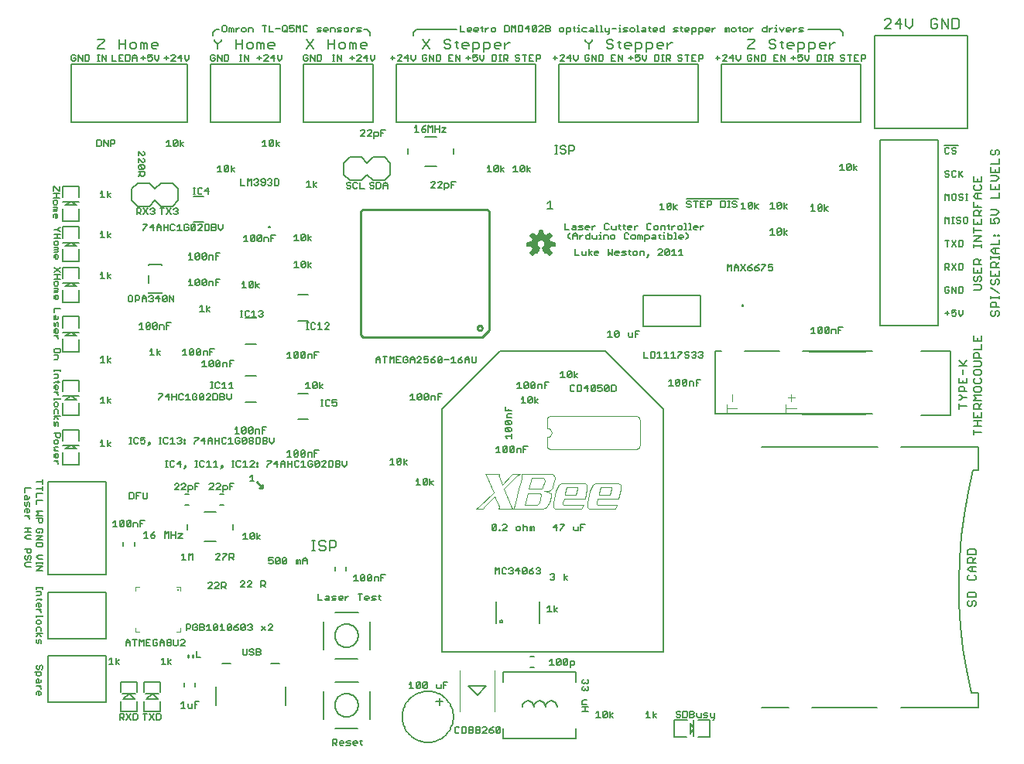
<source format=gto>
G75*
G70*
%OFA0B0*%
%FSLAX24Y24*%
%IPPOS*%
%LPD*%
%AMOC8*
5,1,8,0,0,1.08239X$1,22.5*
%
%ADD10C,0.0050*%
%ADD11C,0.0060*%
%ADD12C,0.0080*%
%ADD13C,0.0100*%
%ADD14C,0.0118*%
%ADD15C,0.0040*%
%ADD16C,0.0059*%
D10*
X001558Y002432D02*
X004058Y002433D01*
X004058Y004433D01*
X001558Y004433D01*
X001558Y002432D01*
X001264Y002769D02*
X001218Y002724D01*
X001173Y002724D01*
X001173Y002904D01*
X001128Y002904D02*
X001218Y002904D01*
X001264Y002859D01*
X001264Y002769D01*
X001083Y002769D02*
X001083Y002859D01*
X001128Y002904D01*
X001264Y003014D02*
X001264Y003059D01*
X001173Y003149D01*
X001083Y003149D02*
X001264Y003149D01*
X001218Y003264D02*
X001083Y003264D01*
X001083Y003399D01*
X001128Y003444D01*
X001173Y003399D01*
X001173Y003264D01*
X001218Y003264D02*
X001264Y003309D01*
X001264Y003399D01*
X001218Y003559D02*
X001128Y003559D01*
X001083Y003604D01*
X001083Y003739D01*
X000993Y003739D02*
X001264Y003739D01*
X001264Y003604D01*
X001218Y003559D01*
X001173Y003853D02*
X001128Y003853D01*
X001083Y003898D01*
X001083Y003988D01*
X001128Y004033D01*
X001218Y003988D02*
X001218Y003898D01*
X001173Y003853D01*
X001309Y003853D02*
X001354Y003898D01*
X001354Y003988D01*
X001309Y004033D01*
X001264Y004033D01*
X001218Y003988D01*
X001264Y004969D02*
X001264Y005105D01*
X001218Y005150D01*
X001173Y005105D01*
X001173Y005014D01*
X001128Y004969D01*
X001083Y005014D01*
X001083Y005150D01*
X001083Y005260D02*
X001173Y005395D01*
X001264Y005260D01*
X001354Y005395D02*
X001083Y005395D01*
X001083Y005510D02*
X001083Y005645D01*
X001128Y005690D01*
X001218Y005690D01*
X001264Y005645D01*
X001264Y005510D01*
X001218Y005804D02*
X001264Y005849D01*
X001264Y005939D01*
X001218Y005984D01*
X001128Y005984D01*
X001083Y005939D01*
X001083Y005849D01*
X001128Y005804D01*
X001218Y005804D01*
X001083Y006091D02*
X001083Y006181D01*
X001083Y006136D02*
X001354Y006136D01*
X001354Y006181D01*
X001264Y006291D02*
X001264Y006336D01*
X001173Y006426D01*
X001083Y006426D02*
X001264Y006426D01*
X001218Y006541D02*
X001173Y006541D01*
X001173Y006721D01*
X001128Y006721D02*
X001218Y006721D01*
X001264Y006676D01*
X001264Y006586D01*
X001218Y006541D01*
X001083Y006586D02*
X001083Y006676D01*
X001128Y006721D01*
X001083Y006827D02*
X001128Y006872D01*
X001309Y006872D01*
X001264Y006917D02*
X001264Y006827D01*
X001218Y007032D02*
X001083Y007032D01*
X001218Y007032D02*
X001264Y007077D01*
X001264Y007212D01*
X001083Y007212D01*
X001083Y007318D02*
X001083Y007408D01*
X001083Y007363D02*
X001354Y007363D01*
X001354Y007408D02*
X001354Y007318D01*
X001558Y007183D02*
X004058Y007183D01*
X004058Y005183D01*
X001558Y005182D01*
X001558Y007183D01*
X001558Y007933D02*
X004058Y007933D01*
X004058Y011933D01*
X001558Y011933D01*
X001558Y007933D01*
X001354Y008112D02*
X001083Y008112D01*
X001354Y008292D01*
X001083Y008292D01*
X001083Y008399D02*
X001083Y008489D01*
X001083Y008444D02*
X001354Y008444D01*
X001354Y008489D02*
X001354Y008399D01*
X001354Y008603D02*
X001173Y008603D01*
X001083Y008693D01*
X001173Y008783D01*
X001354Y008783D01*
X001309Y009139D02*
X001128Y009139D01*
X001083Y009184D01*
X001083Y009319D01*
X001354Y009319D01*
X001354Y009184D01*
X001309Y009139D01*
X001354Y009434D02*
X001083Y009434D01*
X001354Y009614D01*
X001083Y009614D01*
X001128Y009728D02*
X001218Y009728D01*
X001218Y009818D01*
X001128Y009728D02*
X001083Y009773D01*
X001083Y009863D01*
X001128Y009908D01*
X001309Y009908D01*
X001354Y009863D01*
X001354Y009773D01*
X001309Y009728D01*
X001309Y010184D02*
X001218Y010184D01*
X001173Y010229D01*
X001173Y010364D01*
X001083Y010364D02*
X001354Y010364D01*
X001354Y010229D01*
X001309Y010184D01*
X001354Y010478D02*
X001083Y010478D01*
X001173Y010568D01*
X001083Y010658D01*
X001354Y010658D01*
X001083Y010969D02*
X001083Y011149D01*
X001354Y011149D01*
X001083Y011264D02*
X001083Y011444D01*
X001354Y011444D01*
X001354Y011559D02*
X001354Y011739D01*
X001354Y011649D02*
X001083Y011649D01*
X000854Y011658D02*
X000583Y011658D01*
X000583Y011478D01*
X000628Y011364D02*
X000673Y011319D01*
X000673Y011184D01*
X000718Y011184D02*
X000583Y011184D01*
X000583Y011319D01*
X000628Y011364D01*
X000764Y011319D02*
X000764Y011229D01*
X000718Y011184D01*
X000718Y011069D02*
X000764Y011024D01*
X000764Y010889D01*
X000673Y010934D02*
X000673Y011024D01*
X000718Y011069D01*
X000583Y011069D02*
X000583Y010934D01*
X000628Y010889D01*
X000673Y010934D01*
X000673Y010774D02*
X000673Y010594D01*
X000718Y010594D01*
X000764Y010639D01*
X000764Y010729D01*
X000718Y010774D01*
X000628Y010774D01*
X000583Y010729D01*
X000583Y010639D01*
X000583Y010480D02*
X000764Y010480D01*
X000764Y010390D02*
X000673Y010480D01*
X000764Y010390D02*
X000764Y010345D01*
X000718Y009940D02*
X000718Y009760D01*
X000673Y009645D02*
X000583Y009555D01*
X000673Y009465D01*
X000854Y009465D01*
X000854Y009645D02*
X000673Y009645D01*
X000583Y009760D02*
X000854Y009760D01*
X000854Y009940D02*
X000583Y009940D01*
X000583Y009056D02*
X000854Y009056D01*
X000854Y008921D01*
X000809Y008876D01*
X000718Y008876D01*
X000673Y008921D01*
X000673Y009056D01*
X000628Y008761D02*
X000583Y008716D01*
X000583Y008626D01*
X000628Y008581D01*
X000673Y008581D01*
X000718Y008626D01*
X000718Y008716D01*
X000764Y008761D01*
X000809Y008761D01*
X000854Y008716D01*
X000854Y008626D01*
X000809Y008581D01*
X000854Y008466D02*
X000628Y008466D01*
X000583Y008421D01*
X000583Y008331D01*
X000628Y008286D01*
X000854Y008286D01*
X004371Y010002D02*
X004551Y010002D01*
X004461Y010002D02*
X004461Y010272D01*
X004371Y010182D01*
X004666Y010227D02*
X004711Y010272D01*
X004801Y010272D01*
X004846Y010227D01*
X004666Y010047D01*
X004711Y010002D01*
X004801Y010002D01*
X004846Y010047D01*
X004846Y010227D01*
X004960Y010227D02*
X005005Y010272D01*
X005095Y010272D01*
X005140Y010227D01*
X004960Y010047D01*
X005005Y010002D01*
X005095Y010002D01*
X005140Y010047D01*
X005140Y010227D01*
X005255Y010182D02*
X005255Y010002D01*
X005435Y010002D02*
X005435Y010137D01*
X005390Y010182D01*
X005255Y010182D01*
X005550Y010137D02*
X005640Y010137D01*
X005550Y010272D02*
X005730Y010272D01*
X005550Y010272D02*
X005550Y010002D01*
X005798Y009791D02*
X005798Y009521D01*
X005708Y009521D02*
X005889Y009521D01*
X006003Y009566D02*
X006048Y009521D01*
X006138Y009521D01*
X006183Y009566D01*
X006183Y009611D01*
X006138Y009656D01*
X006003Y009656D01*
X006003Y009566D01*
X006003Y009656D02*
X006093Y009746D01*
X006183Y009791D01*
X005798Y009791D02*
X005708Y009701D01*
X004960Y010047D02*
X004960Y010227D01*
X004666Y010227D02*
X004666Y010047D01*
X005083Y011208D02*
X005218Y011208D01*
X005264Y011253D01*
X005264Y011434D01*
X005218Y011479D01*
X005083Y011479D01*
X005083Y011208D01*
X005378Y011208D02*
X005378Y011479D01*
X005558Y011479D01*
X005673Y011479D02*
X005673Y011253D01*
X005718Y011208D01*
X005808Y011208D01*
X005853Y011253D01*
X005853Y011479D01*
X005468Y011343D02*
X005378Y011343D01*
X007027Y011596D02*
X007207Y011776D01*
X007207Y011821D01*
X007162Y011866D01*
X007072Y011866D01*
X007027Y011821D01*
X007027Y011596D02*
X007207Y011596D01*
X007322Y011596D02*
X007502Y011776D01*
X007502Y011821D01*
X007457Y011866D01*
X007367Y011866D01*
X007322Y011821D01*
X007322Y011596D02*
X007502Y011596D01*
X007616Y011596D02*
X007751Y011596D01*
X007797Y011641D01*
X007797Y011731D01*
X007751Y011776D01*
X007616Y011776D01*
X007616Y011506D01*
X007911Y011596D02*
X007911Y011866D01*
X008091Y011866D01*
X008001Y011731D02*
X007911Y011731D01*
X008523Y011824D02*
X008568Y011869D01*
X008659Y011869D01*
X008704Y011824D01*
X008704Y011779D01*
X008523Y011598D01*
X008704Y011598D01*
X008818Y011598D02*
X008998Y011779D01*
X008998Y011824D01*
X008953Y011869D01*
X008863Y011869D01*
X008818Y011824D01*
X008818Y011598D02*
X008998Y011598D01*
X009113Y011598D02*
X009248Y011598D01*
X009293Y011643D01*
X009293Y011734D01*
X009248Y011779D01*
X009113Y011779D01*
X009113Y011508D01*
X009407Y011598D02*
X009407Y011869D01*
X009587Y011869D01*
X009497Y011734D02*
X009407Y011734D01*
X010271Y011958D02*
X010451Y011958D01*
X010361Y011958D02*
X010361Y012229D01*
X010271Y012139D01*
X010280Y012583D02*
X010460Y012764D01*
X010460Y012809D01*
X010415Y012854D01*
X010325Y012854D01*
X010280Y012809D01*
X010075Y012854D02*
X010075Y012583D01*
X009985Y012583D02*
X010165Y012583D01*
X010280Y012583D02*
X010460Y012583D01*
X010574Y012583D02*
X010574Y012628D01*
X010619Y012628D01*
X010619Y012583D01*
X010574Y012583D01*
X010574Y012719D02*
X010574Y012764D01*
X010619Y012764D01*
X010619Y012719D01*
X010574Y012719D01*
X011016Y012628D02*
X011196Y012809D01*
X011196Y012854D01*
X011016Y012854D01*
X011016Y012628D02*
X011016Y012583D01*
X011311Y012719D02*
X011446Y012854D01*
X011446Y012583D01*
X011491Y012719D02*
X011311Y012719D01*
X011606Y012719D02*
X011786Y012719D01*
X011786Y012764D02*
X011786Y012583D01*
X011900Y012583D02*
X011900Y012854D01*
X011900Y012719D02*
X012080Y012719D01*
X012080Y012854D02*
X012080Y012583D01*
X012195Y012628D02*
X012195Y012809D01*
X012240Y012854D01*
X012330Y012854D01*
X012375Y012809D01*
X012490Y012764D02*
X012580Y012854D01*
X012580Y012583D01*
X012490Y012583D02*
X012670Y012583D01*
X012784Y012628D02*
X012829Y012583D01*
X012919Y012583D01*
X012964Y012628D01*
X012964Y012719D01*
X012874Y012719D01*
X012784Y012809D02*
X012784Y012628D01*
X012784Y012809D02*
X012829Y012854D01*
X012919Y012854D01*
X012964Y012809D01*
X013079Y012809D02*
X013079Y012628D01*
X013259Y012809D01*
X013259Y012628D01*
X013214Y012583D01*
X013124Y012583D01*
X013079Y012628D01*
X013079Y012809D02*
X013124Y012854D01*
X013214Y012854D01*
X013259Y012809D01*
X013374Y012809D02*
X013419Y012854D01*
X013509Y012854D01*
X013554Y012809D01*
X013554Y012764D01*
X013374Y012583D01*
X013554Y012583D01*
X013668Y012583D02*
X013803Y012583D01*
X013848Y012628D01*
X013848Y012809D01*
X013803Y012854D01*
X013668Y012854D01*
X013668Y012583D01*
X013963Y012583D02*
X013963Y012854D01*
X014098Y012854D01*
X014143Y012809D01*
X014143Y012764D01*
X014098Y012719D01*
X013963Y012719D01*
X014098Y012719D02*
X014143Y012673D01*
X014143Y012628D01*
X014098Y012583D01*
X013963Y012583D01*
X014257Y012673D02*
X014348Y012583D01*
X014438Y012673D01*
X014438Y012854D01*
X014257Y012854D02*
X014257Y012673D01*
X013236Y013293D02*
X013056Y013293D01*
X013056Y013023D01*
X012941Y013023D02*
X012941Y013158D01*
X012896Y013203D01*
X012761Y013203D01*
X012761Y013023D01*
X012647Y013068D02*
X012602Y013023D01*
X012511Y013023D01*
X012466Y013068D01*
X012647Y013248D01*
X012647Y013068D01*
X012647Y013248D02*
X012602Y013293D01*
X012511Y013293D01*
X012466Y013248D01*
X012466Y013068D01*
X012352Y013068D02*
X012307Y013023D01*
X012217Y013023D01*
X012172Y013068D01*
X012352Y013248D01*
X012352Y013068D01*
X012352Y013248D02*
X012307Y013293D01*
X012217Y013293D01*
X012172Y013248D01*
X012172Y013068D01*
X012057Y013023D02*
X011877Y013023D01*
X011967Y013023D02*
X011967Y013293D01*
X011877Y013203D01*
X011696Y012854D02*
X011786Y012764D01*
X011696Y012854D02*
X011606Y012764D01*
X011606Y012583D01*
X012195Y012628D02*
X012240Y012583D01*
X012330Y012583D01*
X012375Y012628D01*
X013056Y013158D02*
X013146Y013158D01*
X012780Y014624D02*
X012337Y014624D01*
X013333Y015208D02*
X013423Y015208D01*
X013378Y015208D02*
X013378Y015479D01*
X013333Y015479D02*
X013423Y015479D01*
X013530Y015434D02*
X013530Y015253D01*
X013575Y015208D01*
X013665Y015208D01*
X013710Y015253D01*
X013824Y015253D02*
X013869Y015208D01*
X013960Y015208D01*
X014005Y015253D01*
X014005Y015343D01*
X013960Y015389D01*
X013914Y015389D01*
X013824Y015343D01*
X013824Y015479D01*
X014005Y015479D01*
X013710Y015434D02*
X013665Y015479D01*
X013575Y015479D01*
X013530Y015434D01*
X013408Y015965D02*
X013273Y016055D01*
X013408Y016145D01*
X013273Y016235D02*
X013273Y015965D01*
X013158Y016010D02*
X013113Y015965D01*
X013023Y015965D01*
X012978Y016010D01*
X013158Y016190D01*
X013158Y016010D01*
X013158Y016190D02*
X013113Y016235D01*
X013023Y016235D01*
X012978Y016190D01*
X012978Y016010D01*
X012863Y015965D02*
X012683Y015965D01*
X012773Y015965D02*
X012773Y016235D01*
X012683Y016145D01*
X012780Y015742D02*
X012337Y015742D01*
X012307Y017273D02*
X012217Y017273D01*
X012172Y017318D01*
X012352Y017498D01*
X012352Y017318D01*
X012307Y017273D01*
X012172Y017318D02*
X012172Y017498D01*
X012217Y017543D01*
X012307Y017543D01*
X012352Y017498D01*
X012466Y017498D02*
X012511Y017543D01*
X012602Y017543D01*
X012647Y017498D01*
X012466Y017318D01*
X012511Y017273D01*
X012602Y017273D01*
X012647Y017318D01*
X012647Y017498D01*
X012761Y017453D02*
X012896Y017453D01*
X012941Y017408D01*
X012941Y017273D01*
X013056Y017273D02*
X013056Y017543D01*
X013236Y017543D01*
X013146Y017408D02*
X013056Y017408D01*
X012761Y017453D02*
X012761Y017273D01*
X012466Y017318D02*
X012466Y017498D01*
X012057Y017273D02*
X011877Y017273D01*
X011967Y017273D02*
X011967Y017543D01*
X011877Y017453D01*
X012708Y018521D02*
X012798Y018521D01*
X012753Y018521D02*
X012753Y018791D01*
X012708Y018791D02*
X012798Y018791D01*
X012780Y018874D02*
X012337Y018874D01*
X012905Y018746D02*
X012905Y018566D01*
X012950Y018521D01*
X013040Y018521D01*
X013085Y018566D01*
X013199Y018521D02*
X013380Y018521D01*
X013289Y018521D02*
X013289Y018791D01*
X013199Y018701D01*
X013085Y018746D02*
X013040Y018791D01*
X012950Y018791D01*
X012905Y018746D01*
X013494Y018746D02*
X013539Y018791D01*
X013629Y018791D01*
X013674Y018746D01*
X013674Y018701D01*
X013494Y018521D01*
X013674Y018521D01*
X012780Y019992D02*
X012337Y019992D01*
X012370Y021183D02*
X012190Y021183D01*
X012280Y021183D02*
X012280Y021454D01*
X012190Y021364D01*
X012484Y021409D02*
X012529Y021454D01*
X012619Y021454D01*
X012664Y021409D01*
X012484Y021228D01*
X012529Y021183D01*
X012619Y021183D01*
X012664Y021228D01*
X012664Y021409D01*
X012779Y021454D02*
X012779Y021183D01*
X012779Y021273D02*
X012914Y021183D01*
X012779Y021273D02*
X012914Y021364D01*
X012484Y021409D02*
X012484Y021228D01*
X012523Y022340D02*
X012478Y022385D01*
X012658Y022565D01*
X012658Y022385D01*
X012613Y022340D01*
X012523Y022340D01*
X012478Y022385D02*
X012478Y022565D01*
X012523Y022610D01*
X012613Y022610D01*
X012658Y022565D01*
X012773Y022610D02*
X012773Y022340D01*
X012773Y022430D02*
X012908Y022520D01*
X012773Y022430D02*
X012908Y022340D01*
X012364Y022340D02*
X012183Y022340D01*
X012273Y022340D02*
X012273Y022610D01*
X012183Y022520D01*
X011361Y022574D02*
X011181Y022574D01*
X011181Y022304D01*
X011066Y022304D02*
X011066Y022439D01*
X011021Y022484D01*
X010886Y022484D01*
X010886Y022304D01*
X010772Y022349D02*
X010772Y022529D01*
X010591Y022349D01*
X010636Y022304D01*
X010727Y022304D01*
X010772Y022349D01*
X010772Y022529D02*
X010727Y022574D01*
X010636Y022574D01*
X010591Y022529D01*
X010591Y022349D01*
X010477Y022349D02*
X010432Y022304D01*
X010342Y022304D01*
X010297Y022349D01*
X010477Y022529D01*
X010477Y022349D01*
X010297Y022349D02*
X010297Y022529D01*
X010342Y022574D01*
X010432Y022574D01*
X010477Y022529D01*
X010182Y022304D02*
X010002Y022304D01*
X010092Y022304D02*
X010092Y022574D01*
X010002Y022484D01*
X009098Y022861D02*
X009098Y023041D01*
X008918Y023041D02*
X008918Y022861D01*
X009008Y022771D01*
X009098Y022861D01*
X008804Y022861D02*
X008804Y022816D01*
X008759Y022771D01*
X008624Y022771D01*
X008624Y023041D01*
X008759Y023041D01*
X008804Y022996D01*
X008804Y022951D01*
X008759Y022906D01*
X008624Y022906D01*
X008759Y022906D02*
X008804Y022861D01*
X008509Y022816D02*
X008509Y022996D01*
X008464Y023041D01*
X008329Y023041D01*
X008329Y022771D01*
X008464Y022771D01*
X008509Y022816D01*
X008214Y022771D02*
X008034Y022771D01*
X008214Y022951D01*
X008214Y022996D01*
X008169Y023041D01*
X008079Y023041D01*
X008034Y022996D01*
X007920Y022996D02*
X007740Y022816D01*
X007785Y022771D01*
X007875Y022771D01*
X007920Y022816D01*
X007920Y022996D01*
X007875Y023041D01*
X007785Y023041D01*
X007740Y022996D01*
X007740Y022816D01*
X007625Y022816D02*
X007625Y022906D01*
X007535Y022906D01*
X007445Y022996D02*
X007445Y022816D01*
X007490Y022771D01*
X007580Y022771D01*
X007625Y022816D01*
X007625Y022996D02*
X007580Y023041D01*
X007490Y023041D01*
X007445Y022996D01*
X007240Y023041D02*
X007240Y022771D01*
X007150Y022771D02*
X007330Y022771D01*
X007150Y022951D02*
X007240Y023041D01*
X007036Y022996D02*
X006991Y023041D01*
X006901Y023041D01*
X006856Y022996D01*
X006856Y022816D01*
X006901Y022771D01*
X006991Y022771D01*
X007036Y022816D01*
X006741Y022771D02*
X006741Y023041D01*
X006741Y022906D02*
X006561Y022906D01*
X006447Y022906D02*
X006266Y022906D01*
X006266Y022951D02*
X006356Y023041D01*
X006447Y022951D01*
X006447Y022771D01*
X006561Y022771D02*
X006561Y023041D01*
X006266Y022951D02*
X006266Y022771D01*
X006107Y022771D02*
X006107Y023041D01*
X005972Y022906D01*
X006152Y022906D01*
X005857Y022996D02*
X005677Y022816D01*
X005677Y022771D01*
X005677Y023041D02*
X005857Y023041D01*
X005857Y022996D01*
X005871Y023458D02*
X005691Y023729D01*
X005576Y023684D02*
X005576Y023594D01*
X005531Y023548D01*
X005396Y023548D01*
X005396Y023458D02*
X005396Y023729D01*
X005531Y023729D01*
X005576Y023684D01*
X005486Y023548D02*
X005576Y023458D01*
X005691Y023458D02*
X005871Y023729D01*
X005985Y023684D02*
X006030Y023729D01*
X006120Y023729D01*
X006165Y023684D01*
X006165Y023639D01*
X006120Y023594D01*
X006165Y023548D01*
X006165Y023503D01*
X006120Y023458D01*
X006030Y023458D01*
X005985Y023503D01*
X006075Y023594D02*
X006120Y023594D01*
X006396Y023729D02*
X006576Y023729D01*
X006486Y023729D02*
X006486Y023458D01*
X006691Y023458D02*
X006871Y023729D01*
X006985Y023684D02*
X007030Y023729D01*
X007120Y023729D01*
X007165Y023684D01*
X007165Y023639D01*
X007120Y023594D01*
X007165Y023548D01*
X007165Y023503D01*
X007120Y023458D01*
X007030Y023458D01*
X006985Y023503D01*
X006871Y023458D02*
X006691Y023729D01*
X007075Y023594D02*
X007120Y023594D01*
X007837Y023124D02*
X008280Y023124D01*
X008280Y024242D02*
X007837Y024242D01*
X007833Y024333D02*
X007923Y024333D01*
X007878Y024333D02*
X007878Y024604D01*
X007833Y024604D02*
X007923Y024604D01*
X008030Y024559D02*
X008030Y024378D01*
X008075Y024333D01*
X008165Y024333D01*
X008210Y024378D01*
X008324Y024468D02*
X008505Y024468D01*
X008460Y024333D02*
X008460Y024604D01*
X008324Y024468D01*
X008210Y024559D02*
X008165Y024604D01*
X008075Y024604D01*
X008030Y024559D01*
X008871Y025308D02*
X009051Y025308D01*
X008961Y025308D02*
X008961Y025579D01*
X008871Y025488D01*
X009166Y025534D02*
X009166Y025353D01*
X009346Y025534D01*
X009346Y025353D01*
X009301Y025308D01*
X009211Y025308D01*
X009166Y025353D01*
X009166Y025534D02*
X009211Y025579D01*
X009301Y025579D01*
X009346Y025534D01*
X009460Y025579D02*
X009460Y025308D01*
X009460Y025398D02*
X009595Y025488D01*
X009460Y025398D02*
X009595Y025308D01*
X009865Y024991D02*
X009865Y024721D01*
X010045Y024721D01*
X010159Y024721D02*
X010159Y024991D01*
X010249Y024901D01*
X010339Y024991D01*
X010339Y024721D01*
X010454Y024766D02*
X010499Y024721D01*
X010589Y024721D01*
X010634Y024766D01*
X010634Y024811D01*
X010589Y024856D01*
X010544Y024856D01*
X010589Y024856D02*
X010634Y024901D01*
X010634Y024946D01*
X010589Y024991D01*
X010499Y024991D01*
X010454Y024946D01*
X010749Y024946D02*
X010749Y024901D01*
X010794Y024856D01*
X010929Y024856D01*
X010929Y024946D02*
X010884Y024991D01*
X010794Y024991D01*
X010749Y024946D01*
X010929Y024946D02*
X010929Y024766D01*
X010884Y024721D01*
X010794Y024721D01*
X010749Y024766D01*
X011043Y024766D02*
X011088Y024721D01*
X011178Y024721D01*
X011223Y024766D01*
X011223Y024811D01*
X011178Y024856D01*
X011133Y024856D01*
X011178Y024856D02*
X011223Y024901D01*
X011223Y024946D01*
X011178Y024991D01*
X011088Y024991D01*
X011043Y024946D01*
X011338Y024991D02*
X011338Y024721D01*
X011473Y024721D01*
X011518Y024766D01*
X011518Y024946D01*
X011473Y024991D01*
X011338Y024991D01*
X012715Y024832D02*
X012805Y024922D01*
X012805Y024652D01*
X012715Y024652D02*
X012895Y024652D01*
X013009Y024652D02*
X013009Y024922D01*
X013144Y024832D02*
X013009Y024742D01*
X013144Y024652D01*
X014427Y024628D02*
X014472Y024583D01*
X014562Y024583D01*
X014607Y024628D01*
X014607Y024673D01*
X014562Y024719D01*
X014472Y024719D01*
X014427Y024764D01*
X014427Y024809D01*
X014472Y024854D01*
X014562Y024854D01*
X014607Y024809D01*
X014722Y024809D02*
X014722Y024628D01*
X014767Y024583D01*
X014857Y024583D01*
X014902Y024628D01*
X015016Y024583D02*
X015197Y024583D01*
X015016Y024583D02*
X015016Y024854D01*
X014902Y024809D02*
X014857Y024854D01*
X014767Y024854D01*
X014722Y024809D01*
X015427Y024809D02*
X015427Y024764D01*
X015472Y024719D01*
X015562Y024719D01*
X015607Y024673D01*
X015607Y024628D01*
X015562Y024583D01*
X015472Y024583D01*
X015427Y024628D01*
X015427Y024809D02*
X015472Y024854D01*
X015562Y024854D01*
X015607Y024809D01*
X015722Y024854D02*
X015722Y024583D01*
X015857Y024583D01*
X015902Y024628D01*
X015902Y024809D01*
X015857Y024854D01*
X015722Y024854D01*
X016016Y024764D02*
X016107Y024854D01*
X016197Y024764D01*
X016197Y024583D01*
X016197Y024719D02*
X016016Y024719D01*
X016016Y024764D02*
X016016Y024583D01*
X018065Y024617D02*
X018245Y024797D01*
X018245Y024842D01*
X018200Y024887D01*
X018110Y024887D01*
X018065Y024842D01*
X018065Y024617D02*
X018245Y024617D01*
X018359Y024617D02*
X018539Y024797D01*
X018539Y024842D01*
X018494Y024887D01*
X018404Y024887D01*
X018359Y024842D01*
X018359Y024617D02*
X018539Y024617D01*
X018654Y024617D02*
X018789Y024617D01*
X018834Y024662D01*
X018834Y024752D01*
X018789Y024797D01*
X018654Y024797D01*
X018654Y024526D01*
X018949Y024617D02*
X018949Y024887D01*
X019129Y024887D01*
X019039Y024752D02*
X018949Y024752D01*
X020496Y025308D02*
X020676Y025308D01*
X020586Y025308D02*
X020586Y025579D01*
X020496Y025488D01*
X020791Y025533D02*
X020836Y025579D01*
X020926Y025579D01*
X020971Y025533D01*
X020791Y025353D01*
X020836Y025308D01*
X020926Y025308D01*
X020971Y025353D01*
X020971Y025533D01*
X021085Y025579D02*
X021085Y025308D01*
X021085Y025398D02*
X021220Y025488D01*
X021085Y025398D02*
X021220Y025308D01*
X021621Y025308D02*
X021801Y025308D01*
X021711Y025308D02*
X021711Y025579D01*
X021621Y025489D01*
X021916Y025534D02*
X021916Y025353D01*
X022096Y025534D01*
X022096Y025353D01*
X022051Y025308D01*
X021961Y025308D01*
X021916Y025353D01*
X021916Y025534D02*
X021961Y025579D01*
X022051Y025579D01*
X022096Y025534D01*
X022210Y025579D02*
X022210Y025308D01*
X022210Y025398D02*
X022345Y025489D01*
X022210Y025398D02*
X022345Y025308D01*
X020791Y025353D02*
X020791Y025533D01*
X018723Y027021D02*
X018543Y027021D01*
X018723Y027201D01*
X018543Y027201D01*
X018429Y027156D02*
X018249Y027156D01*
X018249Y027021D02*
X018249Y027291D01*
X018134Y027291D02*
X018134Y027021D01*
X017954Y027021D02*
X017954Y027291D01*
X018044Y027201D01*
X018134Y027291D01*
X017839Y027291D02*
X017749Y027246D01*
X017659Y027156D01*
X017794Y027156D01*
X017839Y027111D01*
X017839Y027066D01*
X017794Y027021D01*
X017704Y027021D01*
X017659Y027066D01*
X017659Y027156D01*
X017545Y027021D02*
X017365Y027021D01*
X017455Y027021D02*
X017455Y027291D01*
X017365Y027201D01*
X016558Y027433D02*
X022558Y027433D01*
X022558Y029933D01*
X016558Y029933D01*
X016558Y027433D01*
X016098Y027106D02*
X015917Y027106D01*
X015917Y026835D01*
X015803Y026880D02*
X015758Y026835D01*
X015623Y026835D01*
X015623Y026745D02*
X015623Y027015D01*
X015758Y027015D01*
X015803Y026970D01*
X015803Y026880D01*
X015917Y026970D02*
X016007Y026970D01*
X015508Y027015D02*
X015508Y027061D01*
X015463Y027106D01*
X015373Y027106D01*
X015328Y027061D01*
X015214Y027061D02*
X015169Y027106D01*
X015078Y027106D01*
X015033Y027061D01*
X015214Y027061D02*
X015214Y027015D01*
X015033Y026835D01*
X015214Y026835D01*
X015328Y026835D02*
X015508Y027015D01*
X015508Y026835D02*
X015328Y026835D01*
X015558Y027433D02*
X015558Y029933D01*
X012558Y029933D01*
X012558Y027433D01*
X015558Y027433D01*
X018429Y027291D02*
X018429Y027021D01*
X018433Y030083D02*
X018478Y030128D01*
X018478Y030309D01*
X018433Y030354D01*
X018298Y030354D01*
X018298Y030083D01*
X018433Y030083D01*
X018183Y030083D02*
X018183Y030354D01*
X018003Y030354D02*
X018183Y030083D01*
X018003Y030083D02*
X018003Y030354D01*
X017889Y030309D02*
X017843Y030354D01*
X017753Y030354D01*
X017708Y030309D01*
X017708Y030128D01*
X017753Y030083D01*
X017843Y030083D01*
X017889Y030128D01*
X017889Y030218D01*
X017798Y030218D01*
X017397Y030173D02*
X017397Y030354D01*
X017217Y030354D02*
X017217Y030173D01*
X017307Y030083D01*
X017397Y030173D01*
X017103Y030218D02*
X016923Y030218D01*
X017058Y030354D01*
X017058Y030083D01*
X016808Y030083D02*
X016628Y030083D01*
X016808Y030264D01*
X016808Y030309D01*
X016763Y030354D01*
X016673Y030354D01*
X016628Y030309D01*
X016514Y030218D02*
X016333Y030218D01*
X016423Y030309D02*
X016423Y030128D01*
X015647Y030173D02*
X015647Y030354D01*
X015467Y030354D02*
X015467Y030173D01*
X015557Y030083D01*
X015647Y030173D01*
X015353Y030218D02*
X015173Y030218D01*
X015308Y030354D01*
X015308Y030083D01*
X015058Y030083D02*
X014878Y030083D01*
X015058Y030264D01*
X015058Y030309D01*
X015013Y030354D01*
X014923Y030354D01*
X014878Y030309D01*
X014764Y030218D02*
X014583Y030218D01*
X014673Y030309D02*
X014673Y030128D01*
X014210Y030083D02*
X014210Y030354D01*
X014030Y030354D02*
X014210Y030083D01*
X014030Y030083D02*
X014030Y030354D01*
X013923Y030354D02*
X013833Y030354D01*
X013878Y030354D02*
X013878Y030083D01*
X013833Y030083D02*
X013923Y030083D01*
X013353Y030128D02*
X013353Y030309D01*
X013308Y030354D01*
X013173Y030354D01*
X013173Y030083D01*
X013308Y030083D01*
X013353Y030128D01*
X013058Y030083D02*
X013058Y030354D01*
X012878Y030354D02*
X012878Y030083D01*
X012764Y030128D02*
X012764Y030218D01*
X012673Y030218D01*
X012583Y030128D02*
X012628Y030083D01*
X012718Y030083D01*
X012764Y030128D01*
X012764Y030309D02*
X012718Y030354D01*
X012628Y030354D01*
X012583Y030309D01*
X012583Y030128D01*
X012878Y030354D02*
X013058Y030083D01*
X013159Y031333D02*
X013294Y031333D01*
X013339Y031378D01*
X013294Y031423D01*
X013204Y031423D01*
X013159Y031468D01*
X013204Y031514D01*
X013339Y031514D01*
X013454Y031468D02*
X013499Y031514D01*
X013589Y031514D01*
X013634Y031468D01*
X013634Y031423D01*
X013454Y031423D01*
X013454Y031378D02*
X013454Y031468D01*
X013454Y031378D02*
X013499Y031333D01*
X013589Y031333D01*
X013749Y031333D02*
X013749Y031514D01*
X013884Y031514D01*
X013929Y031468D01*
X013929Y031333D01*
X014043Y031333D02*
X014178Y031333D01*
X014223Y031378D01*
X014178Y031423D01*
X014088Y031423D01*
X014043Y031468D01*
X014088Y031514D01*
X014223Y031514D01*
X014338Y031468D02*
X014338Y031378D01*
X014383Y031333D01*
X014473Y031333D01*
X014518Y031378D01*
X014518Y031468D01*
X014473Y031514D01*
X014383Y031514D01*
X014338Y031468D01*
X014633Y031423D02*
X014723Y031514D01*
X014768Y031514D01*
X014878Y031468D02*
X014923Y031514D01*
X015058Y031514D01*
X015013Y031423D02*
X014923Y031423D01*
X014878Y031468D01*
X014878Y031333D02*
X015013Y031333D01*
X015058Y031378D01*
X015013Y031423D01*
X014633Y031333D02*
X014633Y031514D01*
X012750Y031559D02*
X012705Y031604D01*
X012615Y031604D01*
X012570Y031559D01*
X012570Y031378D01*
X012615Y031333D01*
X012705Y031333D01*
X012750Y031378D01*
X012455Y031333D02*
X012455Y031604D01*
X012365Y031514D01*
X012275Y031604D01*
X012275Y031333D01*
X012161Y031378D02*
X012116Y031333D01*
X012026Y031333D01*
X011981Y031378D01*
X011981Y031468D02*
X012071Y031514D01*
X012116Y031514D01*
X012161Y031468D01*
X012161Y031378D01*
X011981Y031468D02*
X011981Y031604D01*
X012161Y031604D01*
X011866Y031559D02*
X011866Y031378D01*
X011821Y031333D01*
X011731Y031333D01*
X011686Y031378D01*
X011686Y031559D01*
X011731Y031604D01*
X011821Y031604D01*
X011866Y031559D01*
X011776Y031423D02*
X011866Y031333D01*
X011572Y031468D02*
X011391Y031468D01*
X011277Y031333D02*
X011097Y031333D01*
X011097Y031604D01*
X010982Y031604D02*
X010802Y031604D01*
X010892Y031604D02*
X010892Y031333D01*
X010393Y031333D02*
X010393Y031468D01*
X010348Y031514D01*
X010213Y031514D01*
X010213Y031333D01*
X010098Y031378D02*
X010098Y031468D01*
X010053Y031514D01*
X009963Y031514D01*
X009918Y031468D01*
X009918Y031378D01*
X009963Y031333D01*
X010053Y031333D01*
X010098Y031378D01*
X009808Y031514D02*
X009763Y031514D01*
X009673Y031423D01*
X009673Y031333D02*
X009673Y031514D01*
X009558Y031468D02*
X009558Y031333D01*
X009468Y031333D02*
X009468Y031468D01*
X009513Y031514D01*
X009558Y031468D01*
X009468Y031468D02*
X009423Y031514D01*
X009378Y031514D01*
X009378Y031333D01*
X009264Y031378D02*
X009264Y031559D01*
X009218Y031604D01*
X009128Y031604D01*
X009083Y031559D01*
X009083Y031378D01*
X009128Y031333D01*
X009218Y031333D01*
X009264Y031378D01*
X009308Y030354D02*
X009173Y030354D01*
X009173Y030083D01*
X009308Y030083D01*
X009353Y030128D01*
X009353Y030309D01*
X009308Y030354D01*
X009058Y030354D02*
X009058Y030083D01*
X008878Y030354D01*
X008878Y030083D01*
X008764Y030128D02*
X008764Y030218D01*
X008673Y030218D01*
X008583Y030128D02*
X008628Y030083D01*
X008718Y030083D01*
X008764Y030128D01*
X008764Y030309D02*
X008718Y030354D01*
X008628Y030354D01*
X008583Y030309D01*
X008583Y030128D01*
X008558Y029933D02*
X008558Y027433D01*
X011558Y027433D01*
X011558Y029933D01*
X008558Y029933D01*
X007647Y030173D02*
X007647Y030354D01*
X007467Y030354D02*
X007467Y030173D01*
X007557Y030083D01*
X007647Y030173D01*
X007558Y029933D02*
X007558Y027433D01*
X002558Y027433D01*
X002558Y029933D01*
X007558Y029933D01*
X007308Y030083D02*
X007308Y030354D01*
X007173Y030218D01*
X007353Y030218D01*
X007058Y030264D02*
X007058Y030309D01*
X007013Y030354D01*
X006923Y030354D01*
X006878Y030309D01*
X006764Y030218D02*
X006583Y030218D01*
X006673Y030309D02*
X006673Y030128D01*
X006878Y030083D02*
X007058Y030264D01*
X007058Y030083D02*
X006878Y030083D01*
X006353Y030173D02*
X006353Y030354D01*
X006173Y030354D02*
X006173Y030173D01*
X006263Y030083D01*
X006353Y030173D01*
X006058Y030128D02*
X006013Y030083D01*
X005923Y030083D01*
X005878Y030128D01*
X005878Y030218D02*
X005968Y030264D01*
X006013Y030264D01*
X006058Y030218D01*
X006058Y030128D01*
X005878Y030218D02*
X005878Y030354D01*
X006058Y030354D01*
X005764Y030218D02*
X005583Y030218D01*
X005673Y030309D02*
X005673Y030128D01*
X005397Y030083D02*
X005397Y030264D01*
X005307Y030354D01*
X005217Y030264D01*
X005217Y030083D01*
X005103Y030128D02*
X005103Y030309D01*
X005058Y030354D01*
X004923Y030354D01*
X004923Y030083D01*
X005058Y030083D01*
X005103Y030128D01*
X005217Y030218D02*
X005397Y030218D01*
X004808Y030083D02*
X004628Y030083D01*
X004628Y030354D01*
X004808Y030354D01*
X004718Y030218D02*
X004628Y030218D01*
X004514Y030083D02*
X004333Y030083D01*
X004333Y030354D01*
X004085Y030354D02*
X004085Y030083D01*
X003905Y030354D01*
X003905Y030083D01*
X003798Y030083D02*
X003708Y030083D01*
X003753Y030083D02*
X003753Y030354D01*
X003708Y030354D02*
X003798Y030354D01*
X003353Y030309D02*
X003308Y030354D01*
X003173Y030354D01*
X003173Y030083D01*
X003308Y030083D01*
X003353Y030128D01*
X003353Y030309D01*
X003058Y030354D02*
X003058Y030083D01*
X002878Y030354D01*
X002878Y030083D01*
X002764Y030128D02*
X002764Y030218D01*
X002673Y030218D01*
X002583Y030128D02*
X002628Y030083D01*
X002718Y030083D01*
X002764Y030128D01*
X002764Y030309D02*
X002718Y030354D01*
X002628Y030354D01*
X002583Y030309D01*
X002583Y030128D01*
X003683Y026672D02*
X003819Y026672D01*
X003864Y026627D01*
X003864Y026447D01*
X003819Y026402D01*
X003683Y026402D01*
X003683Y026672D01*
X003978Y026672D02*
X004158Y026402D01*
X004158Y026672D01*
X004273Y026672D02*
X004408Y026672D01*
X004453Y026627D01*
X004453Y026537D01*
X004408Y026492D01*
X004273Y026492D01*
X004273Y026402D02*
X004273Y026672D01*
X003978Y026672D02*
X003978Y026402D01*
X005465Y026183D02*
X005645Y026003D01*
X005690Y026003D01*
X005735Y026048D01*
X005735Y026138D01*
X005690Y026183D01*
X005465Y026183D02*
X005465Y026003D01*
X005465Y025889D02*
X005645Y025709D01*
X005690Y025709D01*
X005735Y025754D01*
X005735Y025844D01*
X005690Y025889D01*
X005465Y025889D02*
X005465Y025709D01*
X005510Y025594D02*
X005690Y025414D01*
X005510Y025414D01*
X005465Y025459D01*
X005465Y025549D01*
X005510Y025594D01*
X005690Y025594D01*
X005735Y025549D01*
X005735Y025459D01*
X005690Y025414D01*
X005735Y025299D02*
X005735Y025164D01*
X005690Y025119D01*
X005600Y025119D01*
X005555Y025164D01*
X005555Y025299D01*
X005555Y025209D02*
X005465Y025119D01*
X005465Y025299D02*
X005735Y025299D01*
X006683Y026402D02*
X006864Y026402D01*
X006773Y026402D02*
X006773Y026672D01*
X006683Y026582D01*
X006978Y026627D02*
X007023Y026672D01*
X007113Y026672D01*
X007158Y026627D01*
X006978Y026447D01*
X007023Y026402D01*
X007113Y026402D01*
X007158Y026447D01*
X007158Y026627D01*
X007273Y026672D02*
X007273Y026402D01*
X007273Y026492D02*
X007408Y026582D01*
X007273Y026492D02*
X007408Y026402D01*
X006978Y026447D02*
X006978Y026627D01*
X004263Y024389D02*
X004128Y024298D01*
X004263Y024208D01*
X004128Y024208D02*
X004128Y024479D01*
X003923Y024479D02*
X003923Y024208D01*
X003833Y024208D02*
X004014Y024208D01*
X003833Y024389D02*
X003923Y024479D01*
X002079Y024478D02*
X002034Y024478D01*
X001853Y024658D01*
X001808Y024658D01*
X001808Y024478D01*
X001808Y024364D02*
X002079Y024364D01*
X002079Y024478D02*
X002079Y024658D01*
X001943Y024364D02*
X001943Y024184D01*
X001943Y024069D02*
X001853Y024069D01*
X001808Y024024D01*
X001808Y023934D01*
X001853Y023889D01*
X001943Y023889D01*
X001989Y023934D01*
X001989Y024024D01*
X001943Y024069D01*
X001808Y024184D02*
X002079Y024184D01*
X001989Y023774D02*
X001989Y023729D01*
X001943Y023684D01*
X001989Y023639D01*
X001943Y023594D01*
X001808Y023594D01*
X001808Y023684D02*
X001943Y023684D01*
X001989Y023774D02*
X001808Y023774D01*
X001853Y023480D02*
X001943Y023480D01*
X001989Y023435D01*
X001989Y023345D01*
X001943Y023300D01*
X001898Y023300D01*
X001898Y023480D01*
X001853Y023480D02*
X001808Y023435D01*
X001808Y023345D01*
X002059Y022908D02*
X001968Y022818D01*
X001833Y022818D01*
X001968Y022818D02*
X002059Y022728D01*
X002104Y022728D01*
X002104Y022614D02*
X001833Y022614D01*
X001968Y022614D02*
X001968Y022434D01*
X001968Y022319D02*
X001878Y022319D01*
X001833Y022274D01*
X001833Y022184D01*
X001878Y022139D01*
X001968Y022139D01*
X002014Y022184D01*
X002014Y022274D01*
X001968Y022319D01*
X001833Y022434D02*
X002104Y022434D01*
X002014Y022024D02*
X002014Y021979D01*
X001968Y021934D01*
X002014Y021889D01*
X001968Y021844D01*
X001833Y021844D01*
X001833Y021934D02*
X001968Y021934D01*
X002014Y022024D02*
X001833Y022024D01*
X001878Y021730D02*
X001968Y021730D01*
X002014Y021685D01*
X002014Y021595D01*
X001968Y021550D01*
X001923Y021550D01*
X001923Y021730D01*
X001878Y021730D02*
X001833Y021685D01*
X001833Y021595D01*
X001833Y021158D02*
X002104Y020978D01*
X002104Y020864D02*
X001833Y020864D01*
X001833Y020978D02*
X002104Y021158D01*
X001968Y020864D02*
X001968Y020684D01*
X001968Y020569D02*
X001878Y020569D01*
X001833Y020524D01*
X001833Y020434D01*
X001878Y020389D01*
X001968Y020389D01*
X002014Y020434D01*
X002014Y020524D01*
X001968Y020569D01*
X001833Y020684D02*
X002104Y020684D01*
X002014Y020274D02*
X002014Y020229D01*
X001968Y020184D01*
X002014Y020139D01*
X001968Y020094D01*
X001833Y020094D01*
X001833Y020184D02*
X001968Y020184D01*
X002014Y020274D02*
X001833Y020274D01*
X001878Y019980D02*
X001968Y019980D01*
X002014Y019935D01*
X002014Y019845D01*
X001968Y019800D01*
X001923Y019800D01*
X001923Y019980D01*
X001878Y019980D02*
X001833Y019935D01*
X001833Y019845D01*
X001833Y019408D02*
X001833Y019228D01*
X001878Y019114D02*
X001923Y019069D01*
X001923Y018934D01*
X001968Y018934D02*
X001833Y018934D01*
X001833Y019069D01*
X001878Y019114D01*
X002014Y019069D02*
X002014Y018979D01*
X001968Y018934D01*
X001968Y018819D02*
X002014Y018774D01*
X002014Y018639D01*
X001923Y018684D02*
X001923Y018774D01*
X001968Y018819D01*
X001833Y018819D02*
X001833Y018684D01*
X001878Y018639D01*
X001923Y018684D01*
X001923Y018524D02*
X001923Y018344D01*
X001968Y018344D01*
X002014Y018389D01*
X002014Y018479D01*
X001968Y018524D01*
X001878Y018524D01*
X001833Y018479D01*
X001833Y018389D01*
X001833Y018230D02*
X002014Y018230D01*
X002014Y018140D02*
X002014Y018095D01*
X002014Y018140D02*
X001923Y018230D01*
X001878Y017690D02*
X001833Y017645D01*
X001833Y017555D01*
X001878Y017510D01*
X002059Y017510D01*
X002104Y017555D01*
X002104Y017645D01*
X002059Y017690D01*
X001878Y017690D01*
X001833Y017395D02*
X002014Y017395D01*
X002014Y017260D01*
X001968Y017215D01*
X001833Y017215D01*
X001833Y016783D02*
X001833Y016693D01*
X001833Y016738D02*
X002104Y016738D01*
X002104Y016783D02*
X002104Y016693D01*
X002014Y016587D02*
X002014Y016452D01*
X001968Y016407D01*
X001833Y016407D01*
X001878Y016247D02*
X001833Y016202D01*
X001878Y016247D02*
X002059Y016247D01*
X002014Y016292D02*
X002014Y016202D01*
X001968Y016096D02*
X002014Y016051D01*
X002014Y015961D01*
X001968Y015916D01*
X001923Y015916D01*
X001923Y016096D01*
X001878Y016096D02*
X001968Y016096D01*
X001878Y016096D02*
X001833Y016051D01*
X001833Y015961D01*
X001833Y015801D02*
X002014Y015801D01*
X002014Y015711D02*
X002014Y015666D01*
X002014Y015711D02*
X001923Y015801D01*
X001833Y015556D02*
X001833Y015466D01*
X001833Y015511D02*
X002104Y015511D01*
X002104Y015556D01*
X001968Y015359D02*
X001878Y015359D01*
X001833Y015314D01*
X001833Y015224D01*
X001878Y015179D01*
X001968Y015179D01*
X002014Y015224D01*
X002014Y015314D01*
X001968Y015359D01*
X001968Y015065D02*
X001878Y015065D01*
X001833Y015020D01*
X001833Y014885D01*
X001833Y014770D02*
X002104Y014770D01*
X002014Y014885D02*
X002014Y015020D01*
X001968Y015065D01*
X001923Y014770D02*
X002014Y014635D01*
X001968Y014525D02*
X002014Y014480D01*
X002014Y014344D01*
X001923Y014389D02*
X001878Y014344D01*
X001833Y014389D01*
X001833Y014525D01*
X001923Y014480D02*
X001968Y014525D01*
X001923Y014480D02*
X001923Y014389D01*
X001833Y014635D02*
X001923Y014770D01*
X001923Y014033D02*
X001923Y013898D01*
X001968Y013853D01*
X002059Y013853D01*
X002104Y013898D01*
X002104Y014033D01*
X001833Y014033D01*
X001878Y013739D02*
X001833Y013694D01*
X001833Y013604D01*
X001878Y013559D01*
X001968Y013559D01*
X002014Y013604D01*
X002014Y013694D01*
X001968Y013739D01*
X001878Y013739D01*
X001878Y013444D02*
X001833Y013399D01*
X001878Y013354D01*
X001833Y013309D01*
X001878Y013264D01*
X002014Y013264D01*
X001968Y013149D02*
X002014Y013104D01*
X002014Y013014D01*
X001968Y012969D01*
X001923Y012969D01*
X001923Y013149D01*
X001878Y013149D02*
X001968Y013149D01*
X001878Y013149D02*
X001833Y013104D01*
X001833Y013014D01*
X001833Y012855D02*
X002014Y012855D01*
X002014Y012765D02*
X002014Y012720D01*
X002014Y012765D02*
X001923Y012855D01*
X001878Y013444D02*
X002014Y013444D01*
X003833Y013458D02*
X004014Y013458D01*
X003923Y013458D02*
X003923Y013729D01*
X003833Y013639D01*
X004128Y013729D02*
X004128Y013458D01*
X004128Y013548D02*
X004263Y013639D01*
X004128Y013548D02*
X004263Y013458D01*
X005083Y013583D02*
X005173Y013583D01*
X005128Y013583D02*
X005128Y013854D01*
X005083Y013854D02*
X005173Y013854D01*
X005280Y013809D02*
X005280Y013628D01*
X005325Y013583D01*
X005415Y013583D01*
X005460Y013628D01*
X005574Y013628D02*
X005619Y013583D01*
X005710Y013583D01*
X005755Y013628D01*
X005755Y013718D01*
X005710Y013764D01*
X005664Y013764D01*
X005574Y013718D01*
X005574Y013854D01*
X005755Y013854D01*
X005914Y013628D02*
X005914Y013583D01*
X005959Y013583D01*
X005959Y013628D01*
X005914Y013628D01*
X005959Y013583D02*
X005869Y013493D01*
X006360Y013583D02*
X006450Y013583D01*
X006405Y013583D02*
X006405Y013854D01*
X006360Y013854D02*
X006450Y013854D01*
X006557Y013809D02*
X006557Y013628D01*
X006602Y013583D01*
X006692Y013583D01*
X006737Y013628D01*
X006851Y013583D02*
X007031Y013583D01*
X006941Y013583D02*
X006941Y013854D01*
X006851Y013764D01*
X006737Y013809D02*
X006692Y013854D01*
X006602Y013854D01*
X006557Y013809D01*
X007146Y013809D02*
X007191Y013854D01*
X007281Y013854D01*
X007326Y013809D01*
X007326Y013764D01*
X007281Y013718D01*
X007326Y013673D01*
X007326Y013628D01*
X007281Y013583D01*
X007191Y013583D01*
X007146Y013628D01*
X007236Y013718D02*
X007281Y013718D01*
X007441Y013718D02*
X007441Y013764D01*
X007486Y013764D01*
X007486Y013718D01*
X007441Y013718D01*
X007441Y013628D02*
X007441Y013583D01*
X007486Y013583D01*
X007486Y013628D01*
X007441Y013628D01*
X007882Y013628D02*
X008063Y013809D01*
X008063Y013854D01*
X007882Y013854D01*
X007882Y013628D02*
X007882Y013583D01*
X008177Y013718D02*
X008357Y013718D01*
X008472Y013718D02*
X008652Y013718D01*
X008652Y013764D02*
X008652Y013583D01*
X008766Y013583D02*
X008766Y013854D01*
X008766Y013718D02*
X008947Y013718D01*
X008947Y013583D02*
X008947Y013854D01*
X009061Y013809D02*
X009061Y013628D01*
X009106Y013583D01*
X009196Y013583D01*
X009241Y013628D01*
X009356Y013583D02*
X009536Y013583D01*
X009446Y013583D02*
X009446Y013854D01*
X009356Y013764D01*
X009241Y013809D02*
X009196Y013854D01*
X009106Y013854D01*
X009061Y013809D01*
X008652Y013764D02*
X008562Y013854D01*
X008472Y013764D01*
X008472Y013583D01*
X008312Y013583D02*
X008312Y013854D01*
X008177Y013718D01*
X008164Y012854D02*
X008119Y012809D01*
X008119Y012628D01*
X008164Y012583D01*
X008254Y012583D01*
X008299Y012628D01*
X008414Y012583D02*
X008594Y012583D01*
X008504Y012583D02*
X008504Y012854D01*
X008414Y012764D01*
X008299Y012809D02*
X008254Y012854D01*
X008164Y012854D01*
X008013Y012854D02*
X007923Y012854D01*
X007968Y012854D02*
X007968Y012583D01*
X007923Y012583D02*
X008013Y012583D01*
X007522Y012583D02*
X007477Y012583D01*
X007477Y012628D01*
X007522Y012628D01*
X007522Y012583D01*
X007432Y012493D01*
X007272Y012583D02*
X007272Y012854D01*
X007137Y012719D01*
X007317Y012719D01*
X007022Y012809D02*
X006977Y012854D01*
X006887Y012854D01*
X006842Y012809D01*
X006842Y012628D01*
X006887Y012583D01*
X006977Y012583D01*
X007022Y012628D01*
X006736Y012583D02*
X006646Y012583D01*
X006691Y012583D02*
X006691Y012854D01*
X006646Y012854D02*
X006736Y012854D01*
X005460Y013809D02*
X005415Y013854D01*
X005325Y013854D01*
X005280Y013809D01*
X004269Y015340D02*
X004134Y015430D01*
X004269Y015520D01*
X004134Y015610D02*
X004134Y015340D01*
X004020Y015340D02*
X003840Y015340D01*
X003930Y015340D02*
X003930Y015610D01*
X003840Y015520D01*
X002014Y016587D02*
X001833Y016587D01*
X003840Y017090D02*
X004020Y017090D01*
X003930Y017090D02*
X003930Y017360D01*
X003840Y017270D01*
X004134Y017360D02*
X004134Y017090D01*
X004134Y017180D02*
X004269Y017270D01*
X004134Y017180D02*
X004269Y017090D01*
X005965Y017402D02*
X006145Y017402D01*
X006055Y017402D02*
X006055Y017672D01*
X005965Y017582D01*
X006259Y017492D02*
X006394Y017582D01*
X006259Y017492D02*
X006394Y017402D01*
X006259Y017402D02*
X006259Y017672D01*
X006227Y018523D02*
X006136Y018523D01*
X006091Y018568D01*
X006272Y018748D01*
X006272Y018568D01*
X006227Y018523D01*
X006091Y018568D02*
X006091Y018748D01*
X006136Y018793D01*
X006227Y018793D01*
X006272Y018748D01*
X006386Y018703D02*
X006521Y018703D01*
X006566Y018658D01*
X006566Y018523D01*
X006681Y018523D02*
X006681Y018793D01*
X006861Y018793D01*
X006771Y018658D02*
X006681Y018658D01*
X006386Y018703D02*
X006386Y018523D01*
X005977Y018568D02*
X005977Y018748D01*
X005797Y018568D01*
X005842Y018523D01*
X005932Y018523D01*
X005977Y018568D01*
X005977Y018748D02*
X005932Y018793D01*
X005842Y018793D01*
X005797Y018748D01*
X005797Y018568D01*
X005682Y018523D02*
X005502Y018523D01*
X005592Y018523D02*
X005592Y018793D01*
X005502Y018703D01*
X005629Y019696D02*
X005629Y019876D01*
X005719Y019966D01*
X005809Y019876D01*
X005809Y019696D01*
X005924Y019741D02*
X005969Y019696D01*
X006059Y019696D01*
X006104Y019741D01*
X006104Y019786D01*
X006059Y019831D01*
X006014Y019831D01*
X006059Y019831D02*
X006104Y019876D01*
X006104Y019921D01*
X006059Y019966D01*
X005969Y019966D01*
X005924Y019921D01*
X005809Y019831D02*
X005629Y019831D01*
X005514Y019831D02*
X005469Y019786D01*
X005334Y019786D01*
X005334Y019696D02*
X005334Y019966D01*
X005469Y019966D01*
X005514Y019921D01*
X005514Y019831D01*
X005220Y019741D02*
X005220Y019921D01*
X005175Y019966D01*
X005085Y019966D01*
X005040Y019921D01*
X005040Y019741D01*
X005085Y019696D01*
X005175Y019696D01*
X005220Y019741D01*
X006218Y019831D02*
X006398Y019831D01*
X006353Y019966D02*
X006218Y019831D01*
X006353Y019696D02*
X006353Y019966D01*
X006513Y019921D02*
X006558Y019966D01*
X006648Y019966D01*
X006693Y019921D01*
X006513Y019741D01*
X006558Y019696D01*
X006648Y019696D01*
X006693Y019741D01*
X006693Y019921D01*
X006808Y019966D02*
X006988Y019696D01*
X006988Y019966D01*
X006808Y019966D02*
X006808Y019696D01*
X006513Y019741D02*
X006513Y019921D01*
X007627Y020398D02*
X007807Y020398D01*
X007717Y020398D02*
X007717Y020668D01*
X007627Y020578D01*
X007922Y020623D02*
X007922Y020443D01*
X008102Y020623D01*
X008102Y020443D01*
X008057Y020398D01*
X007967Y020398D01*
X007922Y020443D01*
X007922Y020623D02*
X007967Y020668D01*
X008057Y020668D01*
X008102Y020623D01*
X008216Y020623D02*
X008261Y020668D01*
X008352Y020668D01*
X008397Y020623D01*
X008216Y020443D01*
X008261Y020398D01*
X008352Y020398D01*
X008397Y020443D01*
X008397Y020623D01*
X008511Y020578D02*
X008646Y020578D01*
X008691Y020533D01*
X008691Y020398D01*
X008806Y020398D02*
X008806Y020668D01*
X008986Y020668D01*
X008896Y020533D02*
X008806Y020533D01*
X008511Y020578D02*
X008511Y020398D01*
X008216Y020443D02*
X008216Y020623D01*
X008262Y021523D02*
X008217Y021568D01*
X008397Y021748D01*
X008397Y021568D01*
X008352Y021523D01*
X008262Y021523D01*
X008217Y021568D02*
X008217Y021748D01*
X008262Y021793D01*
X008352Y021793D01*
X008397Y021748D01*
X008511Y021703D02*
X008646Y021703D01*
X008691Y021658D01*
X008691Y021523D01*
X008806Y021523D02*
X008806Y021793D01*
X008986Y021793D01*
X008896Y021658D02*
X008806Y021658D01*
X008511Y021703D02*
X008511Y021523D01*
X008102Y021568D02*
X008057Y021523D01*
X007967Y021523D01*
X007922Y021568D01*
X008102Y021748D01*
X008102Y021568D01*
X008102Y021748D02*
X008057Y021793D01*
X007967Y021793D01*
X007922Y021748D01*
X007922Y021568D01*
X007807Y021523D02*
X007627Y021523D01*
X007717Y021523D02*
X007717Y021793D01*
X007627Y021703D01*
X009933Y020489D02*
X010023Y020579D01*
X010023Y020308D01*
X009933Y020308D02*
X010114Y020308D01*
X010228Y020353D02*
X010408Y020534D01*
X010408Y020353D01*
X010363Y020308D01*
X010273Y020308D01*
X010228Y020353D01*
X010228Y020534D01*
X010273Y020579D01*
X010363Y020579D01*
X010408Y020534D01*
X010523Y020579D02*
X010523Y020308D01*
X010523Y020398D02*
X010658Y020489D01*
X010523Y020398D02*
X010658Y020308D01*
X010695Y019322D02*
X010785Y019322D01*
X010830Y019277D01*
X010830Y019232D01*
X010785Y019187D01*
X010830Y019142D01*
X010830Y019097D01*
X010785Y019052D01*
X010695Y019052D01*
X010650Y019097D01*
X010536Y019052D02*
X010356Y019052D01*
X010446Y019052D02*
X010446Y019322D01*
X010356Y019232D01*
X010241Y019277D02*
X010196Y019322D01*
X010106Y019322D01*
X010061Y019277D01*
X010061Y019097D01*
X010106Y019052D01*
X010196Y019052D01*
X010241Y019097D01*
X010087Y018992D02*
X010530Y018992D01*
X010740Y019187D02*
X010785Y019187D01*
X010650Y019277D02*
X010695Y019322D01*
X009955Y019322D02*
X009865Y019322D01*
X009910Y019322D02*
X009910Y019052D01*
X009865Y019052D02*
X009955Y019052D01*
X008551Y019277D02*
X008416Y019367D01*
X008551Y019457D01*
X008416Y019547D02*
X008416Y019277D01*
X008301Y019277D02*
X008121Y019277D01*
X008211Y019277D02*
X008211Y019547D01*
X008121Y019457D01*
X008101Y017668D02*
X008146Y017623D01*
X007966Y017443D01*
X008011Y017398D01*
X008101Y017398D01*
X008146Y017443D01*
X008146Y017623D01*
X008101Y017668D02*
X008011Y017668D01*
X007966Y017623D01*
X007966Y017443D01*
X007852Y017443D02*
X007807Y017398D01*
X007717Y017398D01*
X007672Y017443D01*
X007852Y017623D01*
X007852Y017443D01*
X007852Y017623D02*
X007807Y017668D01*
X007717Y017668D01*
X007672Y017623D01*
X007672Y017443D01*
X007557Y017398D02*
X007377Y017398D01*
X007467Y017398D02*
X007467Y017668D01*
X007377Y017578D01*
X008261Y017578D02*
X008396Y017578D01*
X008441Y017533D01*
X008441Y017398D01*
X008556Y017398D02*
X008556Y017668D01*
X008736Y017668D01*
X008646Y017533D02*
X008556Y017533D01*
X008261Y017578D02*
X008261Y017398D01*
X008311Y017168D02*
X008221Y017078D01*
X008311Y017168D02*
X008311Y016898D01*
X008221Y016898D02*
X008401Y016898D01*
X008516Y016943D02*
X008696Y017123D01*
X008696Y016943D01*
X008651Y016898D01*
X008561Y016898D01*
X008516Y016943D01*
X008516Y017123D01*
X008561Y017168D01*
X008651Y017168D01*
X008696Y017123D01*
X008810Y017123D02*
X008810Y016943D01*
X008990Y017123D01*
X008990Y016943D01*
X008945Y016898D01*
X008855Y016898D01*
X008810Y016943D01*
X008810Y017123D02*
X008855Y017168D01*
X008945Y017168D01*
X008990Y017123D01*
X009105Y017078D02*
X009240Y017078D01*
X009285Y017033D01*
X009285Y016898D01*
X009399Y016898D02*
X009399Y017168D01*
X009580Y017168D01*
X009490Y017033D02*
X009399Y017033D01*
X009105Y017078D02*
X009105Y016898D01*
X009164Y016229D02*
X009074Y016139D01*
X008960Y016184D02*
X008915Y016229D01*
X008825Y016229D01*
X008780Y016184D01*
X008780Y016003D01*
X008825Y015958D01*
X008915Y015958D01*
X008960Y016003D01*
X009074Y015958D02*
X009255Y015958D01*
X009164Y015958D02*
X009164Y016229D01*
X009369Y016139D02*
X009459Y016229D01*
X009459Y015958D01*
X009369Y015958D02*
X009549Y015958D01*
X009460Y015729D02*
X009460Y015548D01*
X009370Y015458D01*
X009280Y015548D01*
X009280Y015729D01*
X009165Y015684D02*
X009165Y015639D01*
X009120Y015593D01*
X008985Y015593D01*
X008985Y015458D02*
X009120Y015458D01*
X009165Y015503D01*
X009165Y015548D01*
X009120Y015593D01*
X009165Y015684D02*
X009120Y015729D01*
X008985Y015729D01*
X008985Y015458D01*
X008871Y015503D02*
X008871Y015684D01*
X008826Y015729D01*
X008691Y015729D01*
X008691Y015458D01*
X008826Y015458D01*
X008871Y015503D01*
X008576Y015458D02*
X008396Y015458D01*
X008576Y015639D01*
X008576Y015684D01*
X008531Y015729D01*
X008441Y015729D01*
X008396Y015684D01*
X008281Y015684D02*
X008101Y015503D01*
X008146Y015458D01*
X008236Y015458D01*
X008281Y015503D01*
X008281Y015684D01*
X008236Y015729D01*
X008146Y015729D01*
X008101Y015684D01*
X008101Y015503D01*
X007987Y015503D02*
X007987Y015593D01*
X007897Y015593D01*
X007987Y015503D02*
X007942Y015458D01*
X007852Y015458D01*
X007807Y015503D01*
X007807Y015684D01*
X007852Y015729D01*
X007942Y015729D01*
X007987Y015684D01*
X007692Y015458D02*
X007512Y015458D01*
X007602Y015458D02*
X007602Y015729D01*
X007512Y015639D01*
X007397Y015684D02*
X007352Y015729D01*
X007262Y015729D01*
X007217Y015684D01*
X007217Y015503D01*
X007262Y015458D01*
X007352Y015458D01*
X007397Y015503D01*
X007103Y015458D02*
X007103Y015729D01*
X007103Y015593D02*
X006923Y015593D01*
X006808Y015593D02*
X006628Y015593D01*
X006763Y015729D01*
X006763Y015458D01*
X006923Y015458D02*
X006923Y015729D01*
X006514Y015729D02*
X006514Y015684D01*
X006333Y015503D01*
X006333Y015458D01*
X006333Y015729D02*
X006514Y015729D01*
X008583Y015958D02*
X008673Y015958D01*
X008628Y015958D02*
X008628Y016229D01*
X008583Y016229D02*
X008673Y016229D01*
X010087Y016492D02*
X010530Y016492D01*
X010530Y015374D02*
X010087Y015374D01*
X010057Y014293D02*
X009967Y014293D01*
X009922Y014248D01*
X009922Y014068D01*
X010102Y014248D01*
X010102Y014068D01*
X010057Y014023D01*
X009967Y014023D01*
X009922Y014068D01*
X009807Y014023D02*
X009627Y014023D01*
X009717Y014023D02*
X009717Y014293D01*
X009627Y014203D01*
X009695Y013854D02*
X009650Y013809D01*
X009650Y013628D01*
X009695Y013583D01*
X009785Y013583D01*
X009830Y013628D01*
X009830Y013718D01*
X009740Y013718D01*
X009830Y013809D02*
X009785Y013854D01*
X009695Y013854D01*
X009945Y013809D02*
X009990Y013854D01*
X010080Y013854D01*
X010125Y013809D01*
X009945Y013628D01*
X009990Y013583D01*
X010080Y013583D01*
X010125Y013628D01*
X010125Y013809D01*
X010240Y013809D02*
X010240Y013764D01*
X010285Y013718D01*
X010375Y013718D01*
X010420Y013673D01*
X010420Y013628D01*
X010375Y013583D01*
X010285Y013583D01*
X010240Y013628D01*
X010240Y013673D01*
X010285Y013718D01*
X010375Y013718D02*
X010420Y013764D01*
X010420Y013809D01*
X010375Y013854D01*
X010285Y013854D01*
X010240Y013809D01*
X010261Y014023D02*
X010216Y014068D01*
X010397Y014248D01*
X010397Y014068D01*
X010352Y014023D01*
X010261Y014023D01*
X010216Y014068D02*
X010216Y014248D01*
X010261Y014293D01*
X010352Y014293D01*
X010397Y014248D01*
X010511Y014203D02*
X010511Y014023D01*
X010534Y013854D02*
X010669Y013854D01*
X010714Y013809D01*
X010714Y013628D01*
X010669Y013583D01*
X010534Y013583D01*
X010534Y013854D01*
X010691Y014023D02*
X010691Y014158D01*
X010646Y014203D01*
X010511Y014203D01*
X010806Y014158D02*
X010896Y014158D01*
X010806Y014293D02*
X010986Y014293D01*
X010806Y014293D02*
X010806Y014023D01*
X010829Y013854D02*
X010964Y013854D01*
X011009Y013809D01*
X011009Y013764D01*
X010964Y013718D01*
X010829Y013718D01*
X010829Y013583D02*
X010829Y013854D01*
X010964Y013718D02*
X011009Y013673D01*
X011009Y013628D01*
X010964Y013583D01*
X010829Y013583D01*
X011124Y013673D02*
X011124Y013854D01*
X011304Y013854D02*
X011304Y013673D01*
X011214Y013583D01*
X011124Y013673D01*
X010102Y014248D02*
X010057Y014293D01*
X009945Y013809D02*
X009945Y013628D01*
X009826Y012854D02*
X009735Y012854D01*
X009690Y012809D01*
X009690Y012628D01*
X009735Y012583D01*
X009826Y012583D01*
X009871Y012628D01*
X009985Y012764D02*
X010075Y012854D01*
X009871Y012809D02*
X009826Y012854D01*
X009584Y012854D02*
X009494Y012854D01*
X009539Y012854D02*
X009539Y012583D01*
X009494Y012583D02*
X009584Y012583D01*
X009093Y012583D02*
X009048Y012583D01*
X009048Y012628D01*
X009093Y012628D01*
X009093Y012583D01*
X009003Y012493D01*
X008888Y012583D02*
X008708Y012583D01*
X008798Y012583D02*
X008798Y012854D01*
X008708Y012764D01*
X007067Y009791D02*
X007067Y009521D01*
X007182Y009521D02*
X007362Y009521D01*
X007362Y009701D02*
X007182Y009521D01*
X007067Y009656D02*
X006887Y009656D01*
X006887Y009521D02*
X006887Y009791D01*
X006772Y009791D02*
X006772Y009521D01*
X006592Y009521D02*
X006592Y009791D01*
X006682Y009701D01*
X006772Y009791D01*
X007182Y009701D02*
X007362Y009701D01*
X007423Y008854D02*
X007423Y008583D01*
X007333Y008583D02*
X007514Y008583D01*
X007628Y008583D02*
X007628Y008854D01*
X007718Y008764D01*
X007808Y008854D01*
X007808Y008583D01*
X007423Y008854D02*
X007333Y008764D01*
X008503Y007604D02*
X008458Y007559D01*
X008503Y007604D02*
X008593Y007604D01*
X008639Y007559D01*
X008639Y007514D01*
X008458Y007333D01*
X008639Y007333D01*
X008753Y007333D02*
X008933Y007514D01*
X008933Y007559D01*
X008888Y007604D01*
X008798Y007604D01*
X008753Y007559D01*
X008753Y007333D02*
X008933Y007333D01*
X009048Y007333D02*
X009048Y007604D01*
X009183Y007604D01*
X009228Y007559D01*
X009228Y007468D01*
X009183Y007423D01*
X009048Y007423D01*
X009138Y007423D02*
X009228Y007333D01*
X009865Y007396D02*
X010045Y007576D01*
X010045Y007621D01*
X010000Y007666D01*
X009910Y007666D01*
X009865Y007621D01*
X009865Y007396D02*
X010045Y007396D01*
X010159Y007396D02*
X010339Y007576D01*
X010339Y007621D01*
X010294Y007666D01*
X010204Y007666D01*
X010159Y007621D01*
X010159Y007396D02*
X010339Y007396D01*
X010749Y007396D02*
X010749Y007666D01*
X010884Y007666D01*
X010929Y007621D01*
X010929Y007531D01*
X010884Y007486D01*
X010749Y007486D01*
X010839Y007486D02*
X010929Y007396D01*
X011128Y008396D02*
X011083Y008441D01*
X011128Y008396D02*
X011218Y008396D01*
X011264Y008441D01*
X011264Y008531D01*
X011218Y008576D01*
X011173Y008576D01*
X011083Y008531D01*
X011083Y008666D01*
X011264Y008666D01*
X011378Y008621D02*
X011378Y008441D01*
X011558Y008621D01*
X011558Y008441D01*
X011513Y008396D01*
X011423Y008396D01*
X011378Y008441D01*
X011378Y008621D02*
X011423Y008666D01*
X011513Y008666D01*
X011558Y008621D01*
X011673Y008621D02*
X011718Y008666D01*
X011808Y008666D01*
X011853Y008621D01*
X011673Y008441D01*
X011718Y008396D01*
X011808Y008396D01*
X011853Y008441D01*
X011853Y008621D01*
X011673Y008621D02*
X011673Y008441D01*
X012262Y008396D02*
X012262Y008576D01*
X012307Y008576D01*
X012352Y008531D01*
X012397Y008576D01*
X012442Y008531D01*
X012442Y008396D01*
X012352Y008396D02*
X012352Y008531D01*
X012557Y008531D02*
X012737Y008531D01*
X012737Y008576D02*
X012737Y008396D01*
X012737Y008576D02*
X012647Y008666D01*
X012557Y008576D01*
X012557Y008396D01*
X013208Y007104D02*
X013208Y006833D01*
X013389Y006833D01*
X013503Y006878D02*
X013548Y006923D01*
X013683Y006923D01*
X013683Y006968D02*
X013683Y006833D01*
X013548Y006833D01*
X013503Y006878D01*
X013548Y007014D02*
X013638Y007014D01*
X013683Y006968D01*
X013798Y006968D02*
X013843Y007014D01*
X013978Y007014D01*
X013933Y006923D02*
X013843Y006923D01*
X013798Y006968D01*
X013798Y006833D02*
X013933Y006833D01*
X013978Y006878D01*
X013933Y006923D01*
X014092Y006923D02*
X014272Y006923D01*
X014272Y006968D01*
X014227Y007014D01*
X014137Y007014D01*
X014092Y006968D01*
X014092Y006878D01*
X014137Y006833D01*
X014227Y006833D01*
X014387Y006833D02*
X014387Y007014D01*
X014477Y007014D02*
X014522Y007014D01*
X014477Y007014D02*
X014387Y006923D01*
X014927Y007104D02*
X015107Y007104D01*
X015017Y007104D02*
X015017Y006833D01*
X015222Y006878D02*
X015222Y006968D01*
X015267Y007014D01*
X015357Y007014D01*
X015402Y006968D01*
X015402Y006923D01*
X015222Y006923D01*
X015222Y006878D02*
X015267Y006833D01*
X015357Y006833D01*
X015516Y006833D02*
X015651Y006833D01*
X015697Y006878D01*
X015651Y006923D01*
X015561Y006923D01*
X015516Y006968D01*
X015561Y007014D01*
X015697Y007014D01*
X015811Y007014D02*
X015901Y007014D01*
X015856Y007059D02*
X015856Y006878D01*
X015901Y006833D01*
X015924Y007658D02*
X015924Y007929D01*
X016105Y007929D01*
X016015Y007793D02*
X015924Y007793D01*
X015810Y007793D02*
X015810Y007658D01*
X015810Y007793D02*
X015765Y007839D01*
X015630Y007839D01*
X015630Y007658D01*
X015515Y007703D02*
X015470Y007658D01*
X015380Y007658D01*
X015335Y007703D01*
X015515Y007884D01*
X015515Y007703D01*
X015335Y007703D02*
X015335Y007884D01*
X015380Y007929D01*
X015470Y007929D01*
X015515Y007884D01*
X015221Y007884D02*
X015041Y007703D01*
X015086Y007658D01*
X015176Y007658D01*
X015221Y007703D01*
X015221Y007884D01*
X015176Y007929D01*
X015086Y007929D01*
X015041Y007884D01*
X015041Y007703D01*
X014926Y007658D02*
X014746Y007658D01*
X014836Y007658D02*
X014836Y007929D01*
X014746Y007839D01*
X011244Y005751D02*
X011199Y005796D01*
X011109Y005796D01*
X011064Y005751D01*
X010949Y005706D02*
X010769Y005526D01*
X010769Y005706D02*
X010949Y005526D01*
X011064Y005526D02*
X011244Y005706D01*
X011244Y005751D01*
X011244Y005526D02*
X011064Y005526D01*
X010360Y005571D02*
X010315Y005526D01*
X010225Y005526D01*
X010180Y005571D01*
X010065Y005571D02*
X010020Y005526D01*
X009930Y005526D01*
X009885Y005571D01*
X010065Y005751D01*
X010065Y005571D01*
X009885Y005571D02*
X009885Y005751D01*
X009930Y005796D01*
X010020Y005796D01*
X010065Y005751D01*
X010180Y005751D02*
X010225Y005796D01*
X010315Y005796D01*
X010360Y005751D01*
X010360Y005706D01*
X010315Y005661D01*
X010360Y005616D01*
X010360Y005571D01*
X010315Y005661D02*
X010270Y005661D01*
X009771Y005616D02*
X009726Y005661D01*
X009590Y005661D01*
X009590Y005571D01*
X009635Y005526D01*
X009726Y005526D01*
X009771Y005571D01*
X009771Y005616D01*
X009680Y005751D02*
X009590Y005661D01*
X009680Y005751D02*
X009771Y005796D01*
X009476Y005751D02*
X009296Y005571D01*
X009341Y005526D01*
X009431Y005526D01*
X009476Y005571D01*
X009476Y005751D01*
X009431Y005796D01*
X009341Y005796D01*
X009296Y005751D01*
X009296Y005571D01*
X009181Y005526D02*
X009001Y005526D01*
X009091Y005526D02*
X009091Y005796D01*
X009001Y005706D01*
X008887Y005751D02*
X008706Y005571D01*
X008751Y005526D01*
X008842Y005526D01*
X008887Y005571D01*
X008887Y005751D01*
X008842Y005796D01*
X008751Y005796D01*
X008706Y005751D01*
X008706Y005571D01*
X008592Y005526D02*
X008412Y005526D01*
X008502Y005526D02*
X008502Y005796D01*
X008412Y005706D01*
X008297Y005706D02*
X008252Y005661D01*
X008117Y005661D01*
X008003Y005661D02*
X007913Y005661D01*
X008003Y005661D02*
X008003Y005571D01*
X007958Y005526D01*
X007868Y005526D01*
X007823Y005571D01*
X007823Y005751D01*
X007868Y005796D01*
X007958Y005796D01*
X008003Y005751D01*
X008117Y005796D02*
X008252Y005796D01*
X008297Y005751D01*
X008297Y005706D01*
X008252Y005661D02*
X008297Y005616D01*
X008297Y005571D01*
X008252Y005526D01*
X008117Y005526D01*
X008117Y005796D01*
X007708Y005751D02*
X007708Y005661D01*
X007663Y005616D01*
X007528Y005616D01*
X007528Y005526D02*
X007528Y005796D01*
X007663Y005796D01*
X007708Y005751D01*
X007419Y005141D02*
X007329Y005141D01*
X007284Y005096D01*
X007169Y005141D02*
X007169Y004916D01*
X007124Y004871D01*
X007034Y004871D01*
X006989Y004916D01*
X006989Y005141D01*
X006874Y005096D02*
X006874Y005051D01*
X006829Y005006D01*
X006739Y005006D01*
X006694Y005051D01*
X006694Y005096D01*
X006739Y005141D01*
X006829Y005141D01*
X006874Y005096D01*
X006829Y005006D02*
X006874Y004961D01*
X006874Y004916D01*
X006829Y004871D01*
X006739Y004871D01*
X006694Y004916D01*
X006694Y004961D01*
X006739Y005006D01*
X006580Y005006D02*
X006400Y005006D01*
X006400Y005051D02*
X006490Y005141D01*
X006580Y005051D01*
X006580Y004871D01*
X006400Y004871D02*
X006400Y005051D01*
X006285Y005096D02*
X006240Y005141D01*
X006150Y005141D01*
X006105Y005096D01*
X006105Y004916D01*
X006150Y004871D01*
X006240Y004871D01*
X006285Y004916D01*
X006285Y005006D01*
X006195Y005006D01*
X005990Y005141D02*
X005810Y005141D01*
X005810Y004871D01*
X005990Y004871D01*
X005900Y005006D02*
X005810Y005006D01*
X005696Y005141D02*
X005696Y004871D01*
X005516Y004871D02*
X005516Y005141D01*
X005606Y005051D01*
X005696Y005141D01*
X005401Y005141D02*
X005221Y005141D01*
X005311Y005141D02*
X005311Y004871D01*
X005106Y004871D02*
X005106Y005051D01*
X005016Y005141D01*
X004926Y005051D01*
X004926Y004871D01*
X004926Y005006D02*
X005106Y005006D01*
X004638Y004264D02*
X004503Y004173D01*
X004638Y004083D01*
X004503Y004083D02*
X004503Y004354D01*
X004298Y004354D02*
X004298Y004083D01*
X004208Y004083D02*
X004389Y004083D01*
X004208Y004264D02*
X004298Y004354D01*
X006458Y004264D02*
X006548Y004354D01*
X006548Y004083D01*
X006458Y004083D02*
X006639Y004083D01*
X006753Y004083D02*
X006753Y004354D01*
X006888Y004264D02*
X006753Y004173D01*
X006888Y004083D01*
X007284Y004871D02*
X007464Y005051D01*
X007464Y005096D01*
X007419Y005141D01*
X007464Y004871D02*
X007284Y004871D01*
X007965Y004630D02*
X007965Y004360D01*
X008145Y004360D01*
X009958Y004503D02*
X010003Y004458D01*
X010093Y004458D01*
X010139Y004503D01*
X010139Y004729D01*
X010253Y004684D02*
X010253Y004639D01*
X010298Y004593D01*
X010388Y004593D01*
X010433Y004548D01*
X010433Y004503D01*
X010388Y004458D01*
X010298Y004458D01*
X010253Y004503D01*
X010253Y004684D02*
X010298Y004729D01*
X010388Y004729D01*
X010433Y004684D01*
X010548Y004729D02*
X010548Y004458D01*
X010683Y004458D01*
X010728Y004503D01*
X010728Y004548D01*
X010683Y004593D01*
X010548Y004593D01*
X010683Y004593D02*
X010728Y004639D01*
X010728Y004684D01*
X010683Y004729D01*
X010548Y004729D01*
X009958Y004729D02*
X009958Y004503D01*
X008078Y002460D02*
X007898Y002460D01*
X007898Y002190D01*
X007783Y002190D02*
X007783Y002370D01*
X007898Y002325D02*
X007988Y002325D01*
X007783Y002190D02*
X007648Y002190D01*
X007603Y002235D01*
X007603Y002370D01*
X007489Y002190D02*
X007308Y002190D01*
X007398Y002190D02*
X007398Y002460D01*
X007308Y002370D01*
X006430Y001911D02*
X006385Y001956D01*
X006249Y001956D01*
X006249Y001686D01*
X006385Y001686D01*
X006430Y001731D01*
X006430Y001911D01*
X006135Y001956D02*
X005955Y001686D01*
X006135Y001686D02*
X005955Y001956D01*
X005840Y001956D02*
X005660Y001956D01*
X005750Y001956D02*
X005750Y001686D01*
X005430Y001730D02*
X005430Y001910D01*
X005385Y001955D01*
X005250Y001955D01*
X005250Y001685D01*
X005385Y001685D01*
X005430Y001730D01*
X005135Y001685D02*
X004955Y001955D01*
X004840Y001910D02*
X004840Y001820D01*
X004795Y001775D01*
X004660Y001775D01*
X004660Y001685D02*
X004660Y001955D01*
X004795Y001955D01*
X004840Y001910D01*
X004750Y001775D02*
X004840Y001685D01*
X004955Y001685D02*
X005135Y001955D01*
X013833Y000854D02*
X013833Y000583D01*
X013833Y000673D02*
X013968Y000673D01*
X014014Y000718D01*
X014014Y000809D01*
X013968Y000854D01*
X013833Y000854D01*
X013923Y000673D02*
X014014Y000583D01*
X014128Y000628D02*
X014128Y000718D01*
X014173Y000764D01*
X014263Y000764D01*
X014308Y000718D01*
X014308Y000673D01*
X014128Y000673D01*
X014128Y000628D02*
X014173Y000583D01*
X014263Y000583D01*
X014423Y000583D02*
X014558Y000583D01*
X014603Y000628D01*
X014558Y000673D01*
X014468Y000673D01*
X014423Y000718D01*
X014468Y000764D01*
X014603Y000764D01*
X014717Y000718D02*
X014762Y000764D01*
X014852Y000764D01*
X014897Y000718D01*
X014897Y000673D01*
X014717Y000673D01*
X014717Y000628D02*
X014717Y000718D01*
X014717Y000628D02*
X014762Y000583D01*
X014852Y000583D01*
X015057Y000628D02*
X015102Y000583D01*
X015057Y000628D02*
X015057Y000809D01*
X015012Y000764D02*
X015102Y000764D01*
X017133Y003033D02*
X017314Y003033D01*
X017223Y003033D02*
X017223Y003304D01*
X017133Y003214D01*
X017428Y003259D02*
X017473Y003304D01*
X017563Y003304D01*
X017608Y003259D01*
X017428Y003078D01*
X017473Y003033D01*
X017563Y003033D01*
X017608Y003078D01*
X017608Y003259D01*
X017723Y003259D02*
X017768Y003304D01*
X017858Y003304D01*
X017903Y003259D01*
X017723Y003078D01*
X017768Y003033D01*
X017858Y003033D01*
X017903Y003078D01*
X017903Y003259D01*
X017723Y003259D02*
X017723Y003078D01*
X017428Y003078D02*
X017428Y003259D01*
X018312Y003214D02*
X018312Y003078D01*
X018357Y003033D01*
X018492Y003033D01*
X018492Y003214D01*
X018607Y003168D02*
X018697Y003168D01*
X018607Y003033D02*
X018607Y003304D01*
X018787Y003304D01*
X021165Y003312D02*
X021165Y003745D01*
X024314Y003745D01*
X024314Y003312D01*
X024583Y003273D02*
X024628Y003228D01*
X024673Y003228D01*
X024718Y003273D01*
X024718Y003318D01*
X024718Y003273D02*
X024764Y003228D01*
X024809Y003228D01*
X024854Y003273D01*
X024854Y003363D01*
X024809Y003408D01*
X024628Y003408D02*
X024583Y003363D01*
X024583Y003273D01*
X024628Y003114D02*
X024583Y003069D01*
X024583Y002979D01*
X024628Y002934D01*
X024673Y002934D01*
X024718Y002979D01*
X024718Y003024D01*
X024718Y002979D02*
X024764Y002934D01*
X024809Y002934D01*
X024854Y002979D01*
X024854Y003069D01*
X024809Y003114D01*
X024764Y002524D02*
X024628Y002524D01*
X024583Y002479D01*
X024583Y002344D01*
X024764Y002344D01*
X024718Y002230D02*
X024718Y002050D01*
X024583Y002050D02*
X024854Y002050D01*
X024854Y002230D02*
X024583Y002230D01*
X025183Y001957D02*
X025273Y002047D01*
X025273Y001777D01*
X025183Y001777D02*
X025364Y001777D01*
X025478Y001822D02*
X025658Y002002D01*
X025613Y002047D01*
X025523Y002047D01*
X025478Y002002D01*
X025478Y001822D01*
X025523Y001777D01*
X025613Y001777D01*
X025658Y001822D01*
X025658Y002002D01*
X025773Y002047D02*
X025773Y001777D01*
X025773Y001867D02*
X025908Y001957D01*
X025773Y001867D02*
X025908Y001777D01*
X027333Y001771D02*
X027514Y001771D01*
X027423Y001771D02*
X027423Y002041D01*
X027333Y001951D01*
X027628Y002041D02*
X027628Y001771D01*
X027628Y001861D02*
X027763Y001951D01*
X027628Y001861D02*
X027763Y001771D01*
X028629Y001824D02*
X028674Y001779D01*
X028764Y001779D01*
X028809Y001824D01*
X028809Y001869D01*
X028764Y001914D01*
X028674Y001914D01*
X028629Y001959D01*
X028629Y002004D01*
X028674Y002049D01*
X028764Y002049D01*
X028809Y002004D01*
X028924Y002049D02*
X029059Y002049D01*
X029104Y002004D01*
X029104Y001824D01*
X029059Y001779D01*
X028924Y001779D01*
X028924Y002049D01*
X029218Y002049D02*
X029218Y001779D01*
X029353Y001779D01*
X029398Y001824D01*
X029398Y001869D01*
X029353Y001914D01*
X029218Y001914D01*
X029218Y002049D02*
X029353Y002049D01*
X029398Y002004D01*
X029398Y001959D01*
X029353Y001914D01*
X029513Y001959D02*
X029513Y001824D01*
X029558Y001779D01*
X029693Y001779D01*
X029693Y001959D01*
X029808Y001914D02*
X029853Y001959D01*
X029988Y001959D01*
X029943Y001869D02*
X029853Y001869D01*
X029808Y001914D01*
X029808Y001779D02*
X029943Y001779D01*
X029988Y001824D01*
X029943Y001869D01*
X030102Y001824D02*
X030102Y001959D01*
X030102Y001824D02*
X030147Y001779D01*
X030282Y001779D01*
X030282Y001734D02*
X030237Y001689D01*
X030192Y001689D01*
X030282Y001734D02*
X030282Y001959D01*
X032312Y002218D02*
X033463Y002218D01*
X034469Y002218D02*
X037276Y002218D01*
X038312Y002218D02*
X041651Y002218D01*
X041651Y002848D01*
X041336Y002848D01*
X041139Y003798D01*
X040987Y004755D01*
X040880Y005719D01*
X040820Y006687D01*
X040805Y007656D01*
X040836Y008625D01*
X040912Y009592D01*
X041034Y010554D01*
X041202Y011508D01*
X041415Y012454D01*
X041651Y012454D01*
X041651Y013438D01*
X038312Y013438D01*
X037307Y013437D02*
X032312Y013437D01*
X034058Y014853D02*
X036758Y014853D01*
X036758Y017553D02*
X034358Y017553D01*
X034440Y018335D02*
X034620Y018335D01*
X034530Y018335D02*
X034530Y018606D01*
X034440Y018515D01*
X034734Y018561D02*
X034779Y018606D01*
X034869Y018606D01*
X034914Y018561D01*
X034734Y018380D01*
X034779Y018335D01*
X034869Y018335D01*
X034914Y018380D01*
X034914Y018561D01*
X035029Y018561D02*
X035074Y018606D01*
X035164Y018606D01*
X035209Y018561D01*
X035029Y018380D01*
X035074Y018335D01*
X035164Y018335D01*
X035209Y018380D01*
X035209Y018561D01*
X035324Y018515D02*
X035459Y018515D01*
X035504Y018470D01*
X035504Y018335D01*
X035618Y018335D02*
X035618Y018606D01*
X035798Y018606D01*
X035708Y018470D02*
X035618Y018470D01*
X035324Y018515D02*
X035324Y018335D01*
X035029Y018380D02*
X035029Y018561D01*
X034734Y018561D02*
X034734Y018380D01*
X037402Y018683D02*
X039902Y018683D01*
X039902Y026683D01*
X037402Y026683D01*
X037402Y018683D01*
X040208Y019218D02*
X040389Y019218D01*
X040503Y019218D02*
X040593Y019264D01*
X040638Y019264D01*
X040683Y019218D01*
X040683Y019128D01*
X040638Y019083D01*
X040548Y019083D01*
X040503Y019128D01*
X040503Y019218D02*
X040503Y019354D01*
X040683Y019354D01*
X040798Y019354D02*
X040798Y019173D01*
X040888Y019083D01*
X040978Y019173D01*
X040978Y019354D01*
X040298Y019309D02*
X040298Y019128D01*
X040253Y020083D02*
X040343Y020083D01*
X040389Y020128D01*
X040389Y020218D01*
X040298Y020218D01*
X040208Y020128D02*
X040253Y020083D01*
X040208Y020128D02*
X040208Y020309D01*
X040253Y020354D01*
X040343Y020354D01*
X040389Y020309D01*
X040503Y020354D02*
X040683Y020083D01*
X040683Y020354D01*
X040798Y020354D02*
X040933Y020354D01*
X040978Y020309D01*
X040978Y020128D01*
X040933Y020083D01*
X040798Y020083D01*
X040798Y020354D01*
X040503Y020354D02*
X040503Y020083D01*
X040503Y021083D02*
X040683Y021354D01*
X040798Y021354D02*
X040933Y021354D01*
X040978Y021309D01*
X040978Y021128D01*
X040933Y021083D01*
X040798Y021083D01*
X040798Y021354D01*
X040683Y021083D02*
X040503Y021354D01*
X040389Y021309D02*
X040389Y021218D01*
X040343Y021173D01*
X040208Y021173D01*
X040208Y021083D02*
X040208Y021354D01*
X040343Y021354D01*
X040389Y021309D01*
X040298Y021173D02*
X040389Y021083D01*
X040298Y022083D02*
X040298Y022354D01*
X040208Y022354D02*
X040389Y022354D01*
X040503Y022354D02*
X040683Y022083D01*
X040798Y022083D02*
X040933Y022083D01*
X040978Y022128D01*
X040978Y022309D01*
X040933Y022354D01*
X040798Y022354D01*
X040798Y022083D01*
X040683Y022354D02*
X040503Y022083D01*
X040503Y023083D02*
X040593Y023083D01*
X040548Y023083D02*
X040548Y023354D01*
X040503Y023354D02*
X040593Y023354D01*
X040699Y023309D02*
X040699Y023263D01*
X040744Y023218D01*
X040835Y023218D01*
X040880Y023173D01*
X040880Y023128D01*
X040835Y023083D01*
X040744Y023083D01*
X040699Y023128D01*
X040699Y023309D02*
X040744Y023354D01*
X040835Y023354D01*
X040880Y023309D01*
X040994Y023309D02*
X040994Y023128D01*
X041039Y023083D01*
X041129Y023083D01*
X041174Y023128D01*
X041174Y023309D01*
X041129Y023354D01*
X041039Y023354D01*
X040994Y023309D01*
X040389Y023354D02*
X040389Y023083D01*
X040208Y023083D02*
X040208Y023354D01*
X040298Y023263D01*
X040389Y023354D01*
X040389Y024083D02*
X040389Y024354D01*
X040298Y024264D01*
X040208Y024354D01*
X040208Y024083D01*
X040503Y024128D02*
X040503Y024309D01*
X040548Y024354D01*
X040638Y024354D01*
X040683Y024309D01*
X040683Y024128D01*
X040638Y024083D01*
X040548Y024083D01*
X040503Y024128D01*
X040798Y024128D02*
X040843Y024083D01*
X040933Y024083D01*
X040978Y024128D01*
X040978Y024173D01*
X040933Y024218D01*
X040843Y024218D01*
X040798Y024264D01*
X040798Y024309D01*
X040843Y024354D01*
X040933Y024354D01*
X040978Y024309D01*
X041092Y024354D02*
X041182Y024354D01*
X041137Y024354D02*
X041137Y024083D01*
X041092Y024083D02*
X041182Y024083D01*
X040978Y025083D02*
X040843Y025218D01*
X040798Y025173D02*
X040978Y025354D01*
X040798Y025354D02*
X040798Y025083D01*
X040683Y025128D02*
X040638Y025083D01*
X040548Y025083D01*
X040503Y025128D01*
X040503Y025309D01*
X040548Y025354D01*
X040638Y025354D01*
X040683Y025309D01*
X040389Y025309D02*
X040343Y025354D01*
X040253Y025354D01*
X040208Y025309D01*
X040208Y025264D01*
X040253Y025218D01*
X040343Y025218D01*
X040389Y025173D01*
X040389Y025128D01*
X040343Y025083D01*
X040253Y025083D01*
X040208Y025128D01*
X040253Y026083D02*
X040343Y026083D01*
X040389Y026128D01*
X040503Y026128D02*
X040548Y026083D01*
X040638Y026083D01*
X040683Y026128D01*
X040683Y026173D01*
X040638Y026218D01*
X040548Y026218D01*
X040503Y026264D01*
X040503Y026309D01*
X040548Y026354D01*
X040638Y026354D01*
X040683Y026309D01*
X040773Y026453D02*
X040183Y026453D01*
X040253Y026354D02*
X040208Y026309D01*
X040208Y026128D01*
X040253Y026083D01*
X040389Y026309D02*
X040343Y026354D01*
X040253Y026354D01*
X036558Y027433D02*
X036558Y029933D01*
X030558Y029933D01*
X030558Y027433D01*
X036558Y027433D01*
X036273Y025641D02*
X036273Y025371D01*
X036273Y025461D02*
X036408Y025371D01*
X036273Y025461D02*
X036408Y025551D01*
X036158Y025596D02*
X035978Y025416D01*
X036023Y025371D01*
X036113Y025371D01*
X036158Y025416D01*
X036158Y025596D01*
X036113Y025641D01*
X036023Y025641D01*
X035978Y025596D01*
X035978Y025416D01*
X035864Y025371D02*
X035683Y025371D01*
X035773Y025371D02*
X035773Y025641D01*
X035683Y025551D01*
X035023Y023891D02*
X035023Y023621D01*
X035023Y023711D02*
X035158Y023801D01*
X035023Y023711D02*
X035158Y023621D01*
X034908Y023666D02*
X034863Y023621D01*
X034773Y023621D01*
X034728Y023666D01*
X034908Y023846D01*
X034908Y023666D01*
X034728Y023666D02*
X034728Y023846D01*
X034773Y023891D01*
X034863Y023891D01*
X034908Y023846D01*
X034613Y023621D02*
X034433Y023621D01*
X034523Y023621D02*
X034523Y023891D01*
X034433Y023801D01*
X033408Y023715D02*
X033273Y023805D01*
X033408Y023895D01*
X033273Y023985D02*
X033273Y023715D01*
X033158Y023760D02*
X033113Y023715D01*
X033023Y023715D01*
X032978Y023760D01*
X033158Y023940D01*
X033158Y023760D01*
X033158Y023940D02*
X033113Y023985D01*
X033023Y023985D01*
X032978Y023940D01*
X032978Y023760D01*
X032864Y023715D02*
X032683Y023715D01*
X032773Y023715D02*
X032773Y023985D01*
X032683Y023895D01*
X032158Y023895D02*
X032023Y023805D01*
X032158Y023715D01*
X032023Y023715D02*
X032023Y023985D01*
X031908Y023940D02*
X031728Y023760D01*
X031773Y023715D01*
X031863Y023715D01*
X031908Y023760D01*
X031908Y023940D01*
X031863Y023985D01*
X031773Y023985D01*
X031728Y023940D01*
X031728Y023760D01*
X031614Y023715D02*
X031433Y023715D01*
X031523Y023715D02*
X031523Y023985D01*
X031433Y023895D01*
X031228Y023861D02*
X031228Y023816D01*
X031183Y023771D01*
X031093Y023771D01*
X031048Y023816D01*
X031093Y023906D02*
X031183Y023906D01*
X031228Y023861D01*
X031228Y023996D02*
X031183Y024041D01*
X031093Y024041D01*
X031048Y023996D01*
X031048Y023951D01*
X031093Y023906D01*
X030941Y023771D02*
X030851Y023771D01*
X030896Y023771D02*
X030896Y024041D01*
X030851Y024041D02*
X030941Y024041D01*
X030737Y023996D02*
X030692Y024041D01*
X030557Y024041D01*
X030557Y023771D01*
X030692Y023771D01*
X030737Y023816D01*
X030737Y023996D01*
X030147Y023996D02*
X030147Y023906D01*
X030102Y023861D01*
X029967Y023861D01*
X029967Y023771D02*
X029967Y024041D01*
X030102Y024041D01*
X030147Y023996D01*
X029853Y024041D02*
X029673Y024041D01*
X029673Y023771D01*
X029853Y023771D01*
X029763Y023906D02*
X029673Y023906D01*
X029558Y024041D02*
X029378Y024041D01*
X029468Y024041D02*
X029468Y023771D01*
X029264Y023816D02*
X029219Y023771D01*
X029128Y023771D01*
X029083Y023816D01*
X029128Y023906D02*
X029219Y023906D01*
X029264Y023861D01*
X029264Y023816D01*
X029128Y023906D02*
X029083Y023951D01*
X029083Y023996D01*
X029128Y024041D01*
X029219Y024041D01*
X029264Y023996D01*
X029058Y024141D02*
X031317Y024141D01*
X029812Y022982D02*
X029767Y022982D01*
X029677Y022892D01*
X029677Y022802D02*
X029677Y022982D01*
X029563Y022937D02*
X029563Y022892D01*
X029382Y022892D01*
X029382Y022847D02*
X029382Y022937D01*
X029427Y022982D01*
X029517Y022982D01*
X029563Y022937D01*
X029517Y022802D02*
X029427Y022802D01*
X029382Y022847D01*
X029276Y022802D02*
X029186Y022802D01*
X029231Y022802D02*
X029231Y023072D01*
X029186Y023072D01*
X029035Y023072D02*
X029035Y022802D01*
X028990Y022802D02*
X029080Y022802D01*
X029048Y022666D02*
X029138Y022576D01*
X029138Y022486D01*
X029048Y022396D01*
X028933Y022486D02*
X028753Y022486D01*
X028753Y022441D02*
X028753Y022531D01*
X028798Y022576D01*
X028888Y022576D01*
X028933Y022531D01*
X028933Y022486D01*
X028888Y022396D02*
X028798Y022396D01*
X028753Y022441D01*
X028647Y022396D02*
X028557Y022396D01*
X028602Y022396D02*
X028602Y022666D01*
X028557Y022666D01*
X028449Y022802D02*
X028449Y022982D01*
X028449Y022892D02*
X028539Y022982D01*
X028584Y022982D01*
X028695Y022937D02*
X028695Y022847D01*
X028740Y022802D01*
X028830Y022802D01*
X028875Y022847D01*
X028875Y022937D01*
X028830Y022982D01*
X028740Y022982D01*
X028695Y022937D01*
X028990Y023072D02*
X029035Y023072D01*
X028343Y022982D02*
X028253Y022982D01*
X028298Y023027D02*
X028298Y022847D01*
X028343Y022802D01*
X028262Y022666D02*
X028262Y022396D01*
X028397Y022396D01*
X028442Y022441D01*
X028442Y022531D01*
X028397Y022576D01*
X028262Y022576D01*
X028111Y022576D02*
X028111Y022396D01*
X028066Y022396D02*
X028156Y022396D01*
X028111Y022576D02*
X028066Y022576D01*
X028111Y022666D02*
X028111Y022711D01*
X028138Y022802D02*
X028138Y022937D01*
X028093Y022982D01*
X027958Y022982D01*
X027958Y022802D01*
X027844Y022847D02*
X027844Y022937D01*
X027799Y022982D01*
X027709Y022982D01*
X027664Y022937D01*
X027664Y022847D01*
X027709Y022802D01*
X027799Y022802D01*
X027844Y022847D01*
X027914Y022621D02*
X027914Y022441D01*
X027959Y022396D01*
X027959Y022576D02*
X027869Y022576D01*
X027755Y022531D02*
X027755Y022396D01*
X027619Y022396D01*
X027574Y022441D01*
X027619Y022486D01*
X027755Y022486D01*
X027755Y022531D02*
X027710Y022576D01*
X027619Y022576D01*
X027460Y022531D02*
X027460Y022441D01*
X027415Y022396D01*
X027280Y022396D01*
X027280Y022306D02*
X027280Y022576D01*
X027415Y022576D01*
X027460Y022531D01*
X027504Y022802D02*
X027549Y022847D01*
X027504Y022802D02*
X027414Y022802D01*
X027369Y022847D01*
X027369Y023027D01*
X027414Y023072D01*
X027504Y023072D01*
X027549Y023027D01*
X026964Y022982D02*
X026919Y022982D01*
X026829Y022892D01*
X026829Y022802D02*
X026829Y022982D01*
X026714Y022937D02*
X026714Y022892D01*
X026534Y022892D01*
X026534Y022847D02*
X026534Y022937D01*
X026579Y022982D01*
X026669Y022982D01*
X026714Y022937D01*
X026669Y022802D02*
X026579Y022802D01*
X026534Y022847D01*
X026428Y022802D02*
X026383Y022847D01*
X026383Y023027D01*
X026338Y022982D02*
X026428Y022982D01*
X026231Y022982D02*
X026141Y022982D01*
X026186Y023027D02*
X026186Y022847D01*
X026231Y022802D01*
X026027Y022802D02*
X026027Y022982D01*
X026027Y022802D02*
X025892Y022802D01*
X025847Y022847D01*
X025847Y022982D01*
X025732Y023027D02*
X025687Y023072D01*
X025597Y023072D01*
X025552Y023027D01*
X025552Y022847D01*
X025597Y022802D01*
X025687Y022802D01*
X025732Y022847D01*
X025647Y022576D02*
X025692Y022531D01*
X025692Y022396D01*
X025807Y022441D02*
X025852Y022396D01*
X025942Y022396D01*
X025987Y022441D01*
X025987Y022531D01*
X025942Y022576D01*
X025852Y022576D01*
X025807Y022531D01*
X025807Y022441D01*
X025647Y022576D02*
X025512Y022576D01*
X025512Y022396D01*
X025406Y022396D02*
X025316Y022396D01*
X025361Y022396D02*
X025361Y022576D01*
X025316Y022576D01*
X025361Y022666D02*
X025361Y022711D01*
X025201Y022576D02*
X025201Y022396D01*
X025066Y022396D01*
X025021Y022441D01*
X025021Y022576D01*
X024906Y022576D02*
X024771Y022576D01*
X024726Y022531D01*
X024726Y022441D01*
X024771Y022396D01*
X024906Y022396D01*
X024906Y022666D01*
X024852Y022802D02*
X024762Y022802D01*
X024717Y022847D01*
X024717Y022937D01*
X024762Y022982D01*
X024852Y022982D01*
X024897Y022937D01*
X024897Y022892D01*
X024717Y022892D01*
X024603Y022847D02*
X024558Y022892D01*
X024468Y022892D01*
X024423Y022937D01*
X024468Y022982D01*
X024603Y022982D01*
X024603Y022847D02*
X024558Y022802D01*
X024423Y022802D01*
X024308Y022802D02*
X024308Y022937D01*
X024263Y022982D01*
X024173Y022982D01*
X024173Y022892D02*
X024308Y022892D01*
X024308Y022802D02*
X024173Y022802D01*
X024128Y022847D01*
X024173Y022892D01*
X024014Y022802D02*
X023833Y022802D01*
X023833Y023072D01*
X024080Y022666D02*
X023990Y022576D01*
X023990Y022486D01*
X024080Y022396D01*
X024186Y022396D02*
X024186Y022576D01*
X024276Y022666D01*
X024366Y022576D01*
X024366Y022396D01*
X024481Y022396D02*
X024481Y022576D01*
X024571Y022576D02*
X024616Y022576D01*
X024571Y022576D02*
X024481Y022486D01*
X024366Y022531D02*
X024186Y022531D01*
X024271Y021979D02*
X024271Y021708D01*
X024451Y021708D01*
X024566Y021753D02*
X024611Y021708D01*
X024746Y021708D01*
X024746Y021889D01*
X024860Y021979D02*
X024860Y021708D01*
X024860Y021798D02*
X024995Y021889D01*
X025106Y021843D02*
X025151Y021889D01*
X025241Y021889D01*
X025286Y021843D01*
X025286Y021798D01*
X025106Y021798D01*
X025106Y021753D02*
X025106Y021843D01*
X025106Y021753D02*
X025151Y021708D01*
X025241Y021708D01*
X024995Y021708D02*
X024860Y021798D01*
X024566Y021753D02*
X024566Y021889D01*
X025012Y022802D02*
X025012Y022982D01*
X025012Y022892D02*
X025102Y022982D01*
X025147Y022982D01*
X025695Y021979D02*
X025695Y021708D01*
X025785Y021798D01*
X025875Y021708D01*
X025875Y021979D01*
X025990Y021843D02*
X026035Y021889D01*
X026125Y021889D01*
X026170Y021843D01*
X026170Y021798D01*
X025990Y021798D01*
X025990Y021753D02*
X025990Y021843D01*
X025990Y021753D02*
X026035Y021708D01*
X026125Y021708D01*
X026284Y021708D02*
X026419Y021708D01*
X026464Y021753D01*
X026419Y021798D01*
X026329Y021798D01*
X026284Y021843D01*
X026329Y021889D01*
X026464Y021889D01*
X026579Y021889D02*
X026669Y021889D01*
X026624Y021934D02*
X026624Y021753D01*
X026669Y021708D01*
X026775Y021753D02*
X026820Y021708D01*
X026910Y021708D01*
X026955Y021753D01*
X026955Y021843D01*
X026910Y021889D01*
X026820Y021889D01*
X026775Y021843D01*
X026775Y021753D01*
X027070Y021708D02*
X027070Y021889D01*
X027205Y021889D01*
X027250Y021843D01*
X027250Y021708D01*
X027365Y021618D02*
X027455Y021708D01*
X027410Y021708D01*
X027410Y021753D01*
X027455Y021753D01*
X027455Y021708D01*
X027856Y021708D02*
X028036Y021889D01*
X028036Y021934D01*
X027991Y021979D01*
X027901Y021979D01*
X027856Y021934D01*
X027856Y021708D02*
X028036Y021708D01*
X028150Y021753D02*
X028330Y021934D01*
X028330Y021753D01*
X028285Y021708D01*
X028195Y021708D01*
X028150Y021753D01*
X028150Y021934D01*
X028195Y021979D01*
X028285Y021979D01*
X028330Y021934D01*
X028445Y021889D02*
X028535Y021979D01*
X028535Y021708D01*
X028445Y021708D02*
X028625Y021708D01*
X028740Y021708D02*
X028920Y021708D01*
X028830Y021708D02*
X028830Y021979D01*
X028740Y021889D01*
X027165Y022396D02*
X027165Y022531D01*
X027120Y022576D01*
X027075Y022531D01*
X027075Y022396D01*
X026985Y022396D02*
X026985Y022576D01*
X027030Y022576D01*
X027075Y022531D01*
X026871Y022531D02*
X026871Y022441D01*
X026826Y022396D01*
X026736Y022396D01*
X026691Y022441D01*
X026691Y022531D01*
X026736Y022576D01*
X026826Y022576D01*
X026871Y022531D01*
X026576Y022621D02*
X026531Y022666D01*
X026441Y022666D01*
X026396Y022621D01*
X026396Y022441D01*
X026441Y022396D01*
X026531Y022396D01*
X026576Y022441D01*
X027933Y023683D02*
X028114Y023683D01*
X028023Y023683D02*
X028023Y023954D01*
X027933Y023863D01*
X028228Y023909D02*
X028273Y023954D01*
X028363Y023954D01*
X028408Y023909D01*
X028228Y023728D01*
X028273Y023683D01*
X028363Y023683D01*
X028408Y023728D01*
X028408Y023909D01*
X028523Y023954D02*
X028523Y023683D01*
X028523Y023773D02*
X028658Y023863D01*
X028523Y023773D02*
X028658Y023683D01*
X028228Y023728D02*
X028228Y023909D01*
X030833Y021304D02*
X030923Y021214D01*
X031014Y021304D01*
X031014Y021033D01*
X031128Y021033D02*
X031128Y021214D01*
X031218Y021304D01*
X031308Y021214D01*
X031308Y021033D01*
X031423Y021033D02*
X031603Y021304D01*
X031717Y021168D02*
X031852Y021168D01*
X031897Y021123D01*
X031897Y021078D01*
X031852Y021033D01*
X031762Y021033D01*
X031717Y021078D01*
X031717Y021168D01*
X031807Y021259D01*
X031897Y021304D01*
X032012Y021168D02*
X032102Y021259D01*
X032192Y021304D01*
X032307Y021304D02*
X032487Y021304D01*
X032487Y021259D01*
X032307Y021078D01*
X032307Y021033D01*
X032192Y021078D02*
X032192Y021123D01*
X032147Y021168D01*
X032012Y021168D01*
X032012Y021078D01*
X032057Y021033D01*
X032147Y021033D01*
X032192Y021078D01*
X032601Y021078D02*
X032646Y021033D01*
X032736Y021033D01*
X032781Y021078D01*
X032781Y021168D01*
X032736Y021214D01*
X032691Y021214D01*
X032601Y021168D01*
X032601Y021304D01*
X032781Y021304D01*
X031603Y021033D02*
X031423Y021304D01*
X031308Y021168D02*
X031128Y021168D01*
X030833Y021033D02*
X030833Y021304D01*
X032683Y022590D02*
X032864Y022590D01*
X032773Y022590D02*
X032773Y022860D01*
X032683Y022770D01*
X032978Y022815D02*
X033023Y022860D01*
X033113Y022860D01*
X033158Y022815D01*
X032978Y022635D01*
X033023Y022590D01*
X033113Y022590D01*
X033158Y022635D01*
X033158Y022815D01*
X033273Y022860D02*
X033273Y022590D01*
X033273Y022680D02*
X033408Y022770D01*
X033273Y022680D02*
X033408Y022590D01*
X032978Y022635D02*
X032978Y022815D01*
X031503Y019566D02*
X031503Y019521D01*
X031458Y019521D01*
X031458Y019566D01*
X031503Y019566D01*
X029726Y017554D02*
X029771Y017509D01*
X029771Y017464D01*
X029726Y017418D01*
X029771Y017373D01*
X029771Y017328D01*
X029726Y017283D01*
X029636Y017283D01*
X029591Y017328D01*
X029476Y017328D02*
X029431Y017283D01*
X029341Y017283D01*
X029296Y017328D01*
X029181Y017328D02*
X029136Y017283D01*
X029046Y017283D01*
X029001Y017328D01*
X029046Y017418D02*
X029136Y017418D01*
X029181Y017373D01*
X029181Y017328D01*
X029046Y017418D02*
X029001Y017464D01*
X029001Y017509D01*
X029046Y017554D01*
X029136Y017554D01*
X029181Y017509D01*
X029296Y017509D02*
X029341Y017554D01*
X029431Y017554D01*
X029476Y017509D01*
X029476Y017464D01*
X029431Y017418D01*
X029476Y017373D01*
X029476Y017328D01*
X029431Y017418D02*
X029386Y017418D01*
X029591Y017509D02*
X029636Y017554D01*
X029726Y017554D01*
X029726Y017418D02*
X029681Y017418D01*
X028887Y017509D02*
X028707Y017328D01*
X028707Y017283D01*
X028592Y017283D02*
X028412Y017283D01*
X028502Y017283D02*
X028502Y017554D01*
X028412Y017464D01*
X028297Y017283D02*
X028117Y017283D01*
X028207Y017283D02*
X028207Y017554D01*
X028117Y017464D01*
X028003Y017283D02*
X027823Y017283D01*
X027913Y017283D02*
X027913Y017554D01*
X027823Y017464D01*
X027708Y017509D02*
X027663Y017554D01*
X027528Y017554D01*
X027528Y017283D01*
X027663Y017283D01*
X027708Y017328D01*
X027708Y017509D01*
X027414Y017283D02*
X027233Y017283D01*
X027233Y017554D01*
X026868Y018179D02*
X026868Y018449D01*
X027048Y018449D01*
X026958Y018314D02*
X026868Y018314D01*
X026754Y018359D02*
X026754Y018179D01*
X026619Y018179D01*
X026574Y018224D01*
X026574Y018359D01*
X026164Y018404D02*
X026164Y018224D01*
X026119Y018179D01*
X026029Y018179D01*
X025984Y018224D01*
X026164Y018404D01*
X026119Y018449D01*
X026029Y018449D01*
X025984Y018404D01*
X025984Y018224D01*
X025870Y018179D02*
X025690Y018179D01*
X025780Y018179D02*
X025780Y018449D01*
X025690Y018359D01*
X024241Y016704D02*
X024241Y016433D01*
X024241Y016523D02*
X024377Y016614D01*
X024241Y016523D02*
X024377Y016433D01*
X024127Y016478D02*
X024127Y016659D01*
X023947Y016478D01*
X023992Y016433D01*
X024082Y016433D01*
X024127Y016478D01*
X023947Y016478D02*
X023947Y016659D01*
X023992Y016704D01*
X024082Y016704D01*
X024127Y016659D01*
X023832Y016433D02*
X023652Y016433D01*
X023742Y016433D02*
X023742Y016704D01*
X023652Y016614D01*
X023142Y016231D02*
X022962Y016231D01*
X022962Y015960D01*
X022847Y015960D02*
X022847Y016095D01*
X022802Y016140D01*
X022667Y016140D01*
X022667Y015960D01*
X022553Y016005D02*
X022508Y015960D01*
X022417Y015960D01*
X022372Y016005D01*
X022553Y016186D01*
X022553Y016005D01*
X022553Y016186D02*
X022508Y016231D01*
X022417Y016231D01*
X022372Y016186D01*
X022372Y016005D01*
X022258Y016005D02*
X022213Y015960D01*
X022123Y015960D01*
X022078Y016005D01*
X022258Y016186D01*
X022258Y016005D01*
X022078Y016005D02*
X022078Y016186D01*
X022123Y016231D01*
X022213Y016231D01*
X022258Y016186D01*
X021963Y015960D02*
X021783Y015960D01*
X021873Y015960D02*
X021873Y016231D01*
X021783Y016140D01*
X022048Y015604D02*
X022048Y015333D01*
X021958Y015333D02*
X022139Y015333D01*
X022253Y015378D02*
X022433Y015559D01*
X022433Y015378D01*
X022388Y015333D01*
X022298Y015333D01*
X022253Y015378D01*
X022253Y015559D01*
X022298Y015604D01*
X022388Y015604D01*
X022433Y015559D01*
X022548Y015604D02*
X022548Y015333D01*
X022548Y015423D02*
X022683Y015514D01*
X022548Y015423D02*
X022683Y015333D01*
X022048Y015604D02*
X021958Y015514D01*
X021396Y015083D02*
X021396Y014993D01*
X021396Y014879D02*
X021531Y014879D01*
X021531Y014993D02*
X021261Y014993D01*
X021261Y015173D01*
X021396Y014879D02*
X021351Y014834D01*
X021351Y014699D01*
X021531Y014699D01*
X021486Y014584D02*
X021306Y014584D01*
X021486Y014404D01*
X021531Y014449D01*
X021531Y014539D01*
X021486Y014584D01*
X021306Y014584D02*
X021261Y014539D01*
X021261Y014449D01*
X021306Y014404D01*
X021486Y014404D01*
X021486Y014289D02*
X021306Y014289D01*
X021486Y014109D01*
X021531Y014154D01*
X021531Y014244D01*
X021486Y014289D01*
X021486Y014109D02*
X021306Y014109D01*
X021261Y014154D01*
X021261Y014244D01*
X021306Y014289D01*
X021531Y013995D02*
X021531Y013815D01*
X021531Y013905D02*
X021261Y013905D01*
X021351Y013815D01*
X021307Y013481D02*
X021352Y013436D01*
X021172Y013255D01*
X021217Y013210D01*
X021307Y013210D01*
X021352Y013255D01*
X021352Y013436D01*
X021307Y013481D02*
X021217Y013481D01*
X021172Y013436D01*
X021172Y013255D01*
X021057Y013210D02*
X020877Y013210D01*
X020967Y013210D02*
X020967Y013481D01*
X020877Y013390D01*
X021466Y013436D02*
X021466Y013255D01*
X021647Y013436D01*
X021647Y013255D01*
X021602Y013210D01*
X021511Y013210D01*
X021466Y013255D01*
X021466Y013436D02*
X021511Y013481D01*
X021602Y013481D01*
X021647Y013436D01*
X021761Y013390D02*
X021761Y013210D01*
X021941Y013210D02*
X021941Y013345D01*
X021896Y013390D01*
X021761Y013390D01*
X022056Y013345D02*
X022146Y013345D01*
X022056Y013210D02*
X022056Y013481D01*
X022236Y013481D01*
X024122Y015833D02*
X024212Y015833D01*
X024257Y015878D01*
X024372Y015833D02*
X024372Y016104D01*
X024507Y016104D01*
X024552Y016059D01*
X024552Y015878D01*
X024507Y015833D01*
X024372Y015833D01*
X024122Y015833D02*
X024077Y015878D01*
X024077Y016059D01*
X024122Y016104D01*
X024212Y016104D01*
X024257Y016059D01*
X024666Y015968D02*
X024847Y015968D01*
X024802Y015833D02*
X024802Y016104D01*
X024666Y015968D01*
X024961Y015878D02*
X025141Y016059D01*
X025141Y015878D01*
X025096Y015833D01*
X025006Y015833D01*
X024961Y015878D01*
X024961Y016059D01*
X025006Y016104D01*
X025096Y016104D01*
X025141Y016059D01*
X025256Y016104D02*
X025256Y015968D01*
X025346Y016014D01*
X025391Y016014D01*
X025436Y015968D01*
X025436Y015878D01*
X025391Y015833D01*
X025301Y015833D01*
X025256Y015878D01*
X025256Y016104D02*
X025436Y016104D01*
X025550Y016059D02*
X025595Y016104D01*
X025685Y016104D01*
X025731Y016059D01*
X025550Y015878D01*
X025595Y015833D01*
X025685Y015833D01*
X025731Y015878D01*
X025731Y016059D01*
X025845Y016104D02*
X025980Y016104D01*
X026025Y016059D01*
X026025Y015878D01*
X025980Y015833D01*
X025845Y015833D01*
X025845Y016104D01*
X025550Y016059D02*
X025550Y015878D01*
X023052Y016095D02*
X022962Y016095D01*
X020012Y017106D02*
X020012Y017331D01*
X019831Y017331D02*
X019831Y017106D01*
X019876Y017061D01*
X019966Y017061D01*
X020012Y017106D01*
X019717Y017061D02*
X019717Y017241D01*
X019627Y017331D01*
X019537Y017241D01*
X019537Y017061D01*
X019422Y017106D02*
X019422Y017151D01*
X019377Y017196D01*
X019242Y017196D01*
X019242Y017106D01*
X019287Y017061D01*
X019377Y017061D01*
X019422Y017106D01*
X019537Y017196D02*
X019717Y017196D01*
X019422Y017331D02*
X019332Y017286D01*
X019242Y017196D01*
X019128Y017061D02*
X018947Y017061D01*
X019038Y017061D02*
X019038Y017331D01*
X018947Y017241D01*
X018833Y017196D02*
X018653Y017196D01*
X018538Y017286D02*
X018358Y017106D01*
X018403Y017061D01*
X018493Y017061D01*
X018538Y017106D01*
X018538Y017286D01*
X018493Y017331D01*
X018403Y017331D01*
X018358Y017286D01*
X018358Y017106D01*
X018244Y017106D02*
X018244Y017151D01*
X018199Y017196D01*
X018064Y017196D01*
X018064Y017106D01*
X018109Y017061D01*
X018199Y017061D01*
X018244Y017106D01*
X018154Y017286D02*
X018064Y017196D01*
X017949Y017196D02*
X017949Y017106D01*
X017904Y017061D01*
X017814Y017061D01*
X017769Y017106D01*
X017769Y017196D02*
X017859Y017241D01*
X017904Y017241D01*
X017949Y017196D01*
X017949Y017331D02*
X017769Y017331D01*
X017769Y017196D01*
X017654Y017241D02*
X017654Y017286D01*
X017609Y017331D01*
X017519Y017331D01*
X017474Y017286D01*
X017360Y017241D02*
X017360Y017061D01*
X017474Y017061D02*
X017654Y017241D01*
X017654Y017061D02*
X017474Y017061D01*
X017360Y017196D02*
X017180Y017196D01*
X017180Y017241D02*
X017270Y017331D01*
X017360Y017241D01*
X017180Y017241D02*
X017180Y017061D01*
X017065Y017106D02*
X017065Y017196D01*
X016975Y017196D01*
X016885Y017286D02*
X016885Y017106D01*
X016930Y017061D01*
X017020Y017061D01*
X017065Y017106D01*
X017065Y017286D02*
X017020Y017331D01*
X016930Y017331D01*
X016885Y017286D01*
X016770Y017331D02*
X016590Y017331D01*
X016590Y017061D01*
X016770Y017061D01*
X016680Y017196D02*
X016590Y017196D01*
X016476Y017331D02*
X016476Y017061D01*
X016296Y017061D02*
X016296Y017331D01*
X016386Y017241D01*
X016476Y017331D01*
X016181Y017331D02*
X016001Y017331D01*
X016091Y017331D02*
X016091Y017061D01*
X015886Y017061D02*
X015886Y017241D01*
X015796Y017331D01*
X015706Y017241D01*
X015706Y017061D01*
X015706Y017196D02*
X015886Y017196D01*
X017280Y015731D02*
X017280Y015460D01*
X017190Y015460D02*
X017370Y015460D01*
X017484Y015505D02*
X017664Y015686D01*
X017664Y015505D01*
X017619Y015460D01*
X017529Y015460D01*
X017484Y015505D01*
X017484Y015686D01*
X017529Y015731D01*
X017619Y015731D01*
X017664Y015686D01*
X017779Y015686D02*
X017824Y015731D01*
X017914Y015731D01*
X017959Y015686D01*
X017779Y015505D01*
X017824Y015460D01*
X017914Y015460D01*
X017959Y015505D01*
X017959Y015686D01*
X018074Y015640D02*
X018209Y015640D01*
X018254Y015595D01*
X018254Y015460D01*
X018368Y015460D02*
X018368Y015731D01*
X018548Y015731D01*
X018458Y015595D02*
X018368Y015595D01*
X018074Y015640D02*
X018074Y015460D01*
X017779Y015505D02*
X017779Y015686D01*
X017280Y015731D02*
X017190Y015640D01*
X018154Y017286D02*
X018244Y017331D01*
X016898Y012954D02*
X016898Y012683D01*
X016898Y012773D02*
X017033Y012864D01*
X016898Y012773D02*
X017033Y012683D01*
X016783Y012728D02*
X016738Y012683D01*
X016648Y012683D01*
X016603Y012728D01*
X016783Y012909D01*
X016783Y012728D01*
X016603Y012728D02*
X016603Y012909D01*
X016648Y012954D01*
X016738Y012954D01*
X016783Y012909D01*
X016489Y012683D02*
X016308Y012683D01*
X016398Y012683D02*
X016398Y012954D01*
X016308Y012864D01*
X017433Y011989D02*
X017523Y012079D01*
X017523Y011808D01*
X017433Y011808D02*
X017614Y011808D01*
X017728Y011853D02*
X017908Y012034D01*
X017908Y011853D01*
X017863Y011808D01*
X017773Y011808D01*
X017728Y011853D01*
X017728Y012034D01*
X017773Y012079D01*
X017863Y012079D01*
X017908Y012034D01*
X018023Y012079D02*
X018023Y011808D01*
X018023Y011898D02*
X018158Y011989D01*
X018023Y011898D02*
X018158Y011808D01*
X020708Y010059D02*
X020753Y010104D01*
X020843Y010104D01*
X020889Y010059D01*
X020708Y009878D01*
X020753Y009833D01*
X020843Y009833D01*
X020889Y009878D01*
X020889Y010059D01*
X020708Y010059D02*
X020708Y009878D01*
X021003Y009878D02*
X021048Y009878D01*
X021048Y009833D01*
X021003Y009833D01*
X021003Y009878D01*
X021150Y009833D02*
X021330Y010014D01*
X021330Y010059D01*
X021285Y010104D01*
X021195Y010104D01*
X021150Y010059D01*
X021150Y009833D02*
X021330Y009833D01*
X021740Y009878D02*
X021785Y009833D01*
X021875Y009833D01*
X021920Y009878D01*
X021920Y009968D01*
X021875Y010014D01*
X021785Y010014D01*
X021740Y009968D01*
X021740Y009878D01*
X022034Y009833D02*
X022034Y010104D01*
X022079Y010014D02*
X022169Y010014D01*
X022214Y009968D01*
X022214Y009833D01*
X022329Y009833D02*
X022329Y010014D01*
X022374Y010014D01*
X022419Y009968D01*
X022464Y010014D01*
X022509Y009968D01*
X022509Y009833D01*
X022419Y009833D02*
X022419Y009968D01*
X022079Y010014D02*
X022034Y009968D01*
X023333Y009968D02*
X023514Y009968D01*
X023468Y009833D02*
X023468Y010104D01*
X023333Y009968D01*
X023628Y009878D02*
X023628Y009833D01*
X023628Y009878D02*
X023808Y010059D01*
X023808Y010104D01*
X023628Y010104D01*
X024217Y010014D02*
X024217Y009878D01*
X024262Y009833D01*
X024397Y009833D01*
X024397Y010014D01*
X024512Y009968D02*
X024602Y009968D01*
X024512Y009833D02*
X024512Y010104D01*
X024692Y010104D01*
X022781Y008184D02*
X022781Y008139D01*
X022736Y008093D01*
X022781Y008048D01*
X022781Y008003D01*
X022736Y007958D01*
X022646Y007958D01*
X022601Y008003D01*
X022487Y008003D02*
X022487Y008048D01*
X022442Y008093D01*
X022307Y008093D01*
X022307Y008003D01*
X022352Y007958D01*
X022442Y007958D01*
X022487Y008003D01*
X022307Y008093D02*
X022397Y008184D01*
X022487Y008229D01*
X022601Y008184D02*
X022646Y008229D01*
X022736Y008229D01*
X022781Y008184D01*
X022736Y008093D02*
X022691Y008093D01*
X022192Y008184D02*
X022192Y008003D01*
X022147Y007958D01*
X022057Y007958D01*
X022012Y008003D01*
X022192Y008184D01*
X022147Y008229D01*
X022057Y008229D01*
X022012Y008184D01*
X022012Y008003D01*
X021897Y008093D02*
X021717Y008093D01*
X021852Y008229D01*
X021852Y007958D01*
X021603Y008003D02*
X021558Y007958D01*
X021468Y007958D01*
X021423Y008003D01*
X021308Y008003D02*
X021263Y007958D01*
X021173Y007958D01*
X021128Y008003D01*
X021128Y008184D01*
X021173Y008229D01*
X021263Y008229D01*
X021308Y008184D01*
X021423Y008184D02*
X021468Y008229D01*
X021558Y008229D01*
X021603Y008184D01*
X021603Y008139D01*
X021558Y008093D01*
X021603Y008048D01*
X021603Y008003D01*
X021558Y008093D02*
X021513Y008093D01*
X021014Y007958D02*
X021014Y008229D01*
X020923Y008139D01*
X020833Y008229D01*
X020833Y007958D01*
X023208Y007934D02*
X023253Y007979D01*
X023343Y007979D01*
X023389Y007934D01*
X023389Y007889D01*
X023343Y007843D01*
X023389Y007798D01*
X023389Y007753D01*
X023343Y007708D01*
X023253Y007708D01*
X023208Y007753D01*
X023298Y007843D02*
X023343Y007843D01*
X023798Y007798D02*
X023933Y007889D01*
X023798Y007979D02*
X023798Y007708D01*
X023798Y007798D02*
X023933Y007708D01*
X023378Y006604D02*
X023378Y006333D01*
X023378Y006423D02*
X023513Y006514D01*
X023378Y006423D02*
X023513Y006333D01*
X023264Y006333D02*
X023083Y006333D01*
X023173Y006333D02*
X023173Y006604D01*
X023083Y006514D01*
X023273Y004304D02*
X023273Y004033D01*
X023183Y004033D02*
X023364Y004033D01*
X023478Y004078D02*
X023658Y004259D01*
X023658Y004078D01*
X023613Y004033D01*
X023523Y004033D01*
X023478Y004078D01*
X023478Y004259D01*
X023523Y004304D01*
X023613Y004304D01*
X023658Y004259D01*
X023773Y004259D02*
X023818Y004304D01*
X023908Y004304D01*
X023953Y004259D01*
X023773Y004078D01*
X023818Y004033D01*
X023908Y004033D01*
X023953Y004078D01*
X023953Y004259D01*
X024067Y004214D02*
X024202Y004214D01*
X024247Y004168D01*
X024247Y004078D01*
X024202Y004033D01*
X024067Y004033D01*
X024067Y003943D02*
X024067Y004214D01*
X023773Y004259D02*
X023773Y004078D01*
X023273Y004304D02*
X023183Y004214D01*
X023246Y002496D02*
X023276Y002494D01*
X023306Y002489D01*
X023335Y002480D01*
X023362Y002467D01*
X023388Y002452D01*
X023412Y002433D01*
X023433Y002412D01*
X023452Y002388D01*
X023467Y002362D01*
X023480Y002335D01*
X023489Y002306D01*
X023494Y002276D01*
X023496Y002246D01*
X023496Y002246D01*
X023246Y002496D02*
X023216Y002494D01*
X023186Y002489D01*
X023157Y002480D01*
X023130Y002467D01*
X023104Y002452D01*
X023080Y002433D01*
X023059Y002412D01*
X023040Y002388D01*
X023025Y002362D01*
X023012Y002335D01*
X023003Y002306D01*
X022998Y002276D01*
X022996Y002246D01*
X022994Y002276D01*
X022989Y002306D01*
X022980Y002335D01*
X022967Y002362D01*
X022952Y002388D01*
X022933Y002412D01*
X022912Y002433D01*
X022888Y002452D01*
X022862Y002467D01*
X022835Y002480D01*
X022806Y002489D01*
X022776Y002494D01*
X022746Y002496D01*
X022716Y002494D01*
X022686Y002489D01*
X022657Y002480D01*
X022630Y002467D01*
X022604Y002452D01*
X022580Y002433D01*
X022559Y002412D01*
X022540Y002388D01*
X022525Y002362D01*
X022512Y002335D01*
X022503Y002306D01*
X022498Y002276D01*
X022496Y002246D01*
X022494Y002276D01*
X022489Y002306D01*
X022480Y002335D01*
X022467Y002362D01*
X022452Y002388D01*
X022433Y002412D01*
X022412Y002433D01*
X022388Y002452D01*
X022362Y002467D01*
X022335Y002480D01*
X022306Y002489D01*
X022276Y002494D01*
X022246Y002496D01*
X022216Y002494D01*
X022186Y002489D01*
X022157Y002480D01*
X022130Y002467D01*
X022104Y002452D01*
X022080Y002433D01*
X022059Y002412D01*
X022040Y002388D01*
X022025Y002362D01*
X022012Y002335D01*
X022003Y002306D01*
X021998Y002276D01*
X021996Y002246D01*
X021056Y001334D02*
X020876Y001153D01*
X020921Y001108D01*
X021011Y001108D01*
X021056Y001153D01*
X021056Y001334D01*
X021011Y001379D01*
X020921Y001379D01*
X020876Y001334D01*
X020876Y001153D01*
X020762Y001153D02*
X020762Y001198D01*
X020717Y001243D01*
X020582Y001243D01*
X020582Y001153D01*
X020627Y001108D01*
X020717Y001108D01*
X020762Y001153D01*
X020582Y001243D02*
X020672Y001334D01*
X020762Y001379D01*
X020467Y001334D02*
X020422Y001379D01*
X020332Y001379D01*
X020287Y001334D01*
X020172Y001334D02*
X020172Y001289D01*
X020127Y001243D01*
X019992Y001243D01*
X019878Y001198D02*
X019878Y001153D01*
X019833Y001108D01*
X019698Y001108D01*
X019698Y001379D01*
X019833Y001379D01*
X019878Y001334D01*
X019878Y001289D01*
X019833Y001243D01*
X019698Y001243D01*
X019833Y001243D02*
X019878Y001198D01*
X019992Y001108D02*
X020127Y001108D01*
X020172Y001153D01*
X020172Y001198D01*
X020127Y001243D01*
X020172Y001334D02*
X020127Y001379D01*
X019992Y001379D01*
X019992Y001108D01*
X020287Y001108D02*
X020467Y001289D01*
X020467Y001334D01*
X020467Y001108D02*
X020287Y001108D01*
X019583Y001153D02*
X019583Y001334D01*
X019538Y001379D01*
X019403Y001379D01*
X019403Y001108D01*
X019538Y001108D01*
X019583Y001153D01*
X019289Y001153D02*
X019243Y001108D01*
X019153Y001108D01*
X019108Y001153D01*
X019108Y001334D01*
X019153Y001379D01*
X019243Y001379D01*
X019289Y001334D01*
X021165Y001304D02*
X021165Y000871D01*
X024314Y000871D01*
X024314Y001304D01*
X010713Y009459D02*
X010578Y009549D01*
X010713Y009639D01*
X010578Y009729D02*
X010578Y009459D01*
X010464Y009504D02*
X010419Y009459D01*
X010329Y009459D01*
X010284Y009504D01*
X010464Y009684D01*
X010464Y009504D01*
X010464Y009684D02*
X010419Y009729D01*
X010329Y009729D01*
X010284Y009684D01*
X010284Y009504D01*
X010169Y009459D02*
X009989Y009459D01*
X010079Y009459D02*
X010079Y009729D01*
X009989Y009639D01*
X009526Y008854D02*
X009572Y008809D01*
X009572Y008718D01*
X009526Y008673D01*
X009391Y008673D01*
X009391Y008583D02*
X009391Y008854D01*
X009526Y008854D01*
X009481Y008673D02*
X009572Y008583D01*
X009277Y008809D02*
X009097Y008628D01*
X009097Y008583D01*
X008982Y008583D02*
X008802Y008583D01*
X008982Y008764D01*
X008982Y008809D01*
X008937Y008854D01*
X008847Y008854D01*
X008802Y008809D01*
X009097Y008854D02*
X009277Y008854D01*
X009277Y008809D01*
X001354Y011853D02*
X001354Y012033D01*
X001354Y011943D02*
X001083Y011943D01*
X010087Y017874D02*
X010530Y017874D01*
X011181Y022439D02*
X011271Y022439D01*
X011128Y022896D02*
X011083Y022896D01*
X011083Y022941D01*
X011128Y022941D01*
X011128Y022896D01*
X011148Y026402D02*
X011103Y026447D01*
X011283Y026627D01*
X011283Y026447D01*
X011238Y026402D01*
X011148Y026402D01*
X011103Y026447D02*
X011103Y026627D01*
X011148Y026672D01*
X011238Y026672D01*
X011283Y026627D01*
X011398Y026672D02*
X011398Y026402D01*
X011398Y026492D02*
X011533Y026402D01*
X011398Y026492D02*
X011533Y026582D01*
X010989Y026402D02*
X010808Y026402D01*
X010898Y026402D02*
X010898Y026672D01*
X010808Y026582D01*
X010878Y030083D02*
X011058Y030264D01*
X011058Y030309D01*
X011013Y030354D01*
X010923Y030354D01*
X010878Y030309D01*
X010764Y030218D02*
X010583Y030218D01*
X010673Y030309D02*
X010673Y030128D01*
X010878Y030083D02*
X011058Y030083D01*
X011173Y030218D02*
X011353Y030218D01*
X011467Y030173D02*
X011557Y030083D01*
X011647Y030173D01*
X011647Y030354D01*
X011467Y030354D02*
X011467Y030173D01*
X011308Y030083D02*
X011308Y030354D01*
X011173Y030218D01*
X010210Y030083D02*
X010210Y030354D01*
X010030Y030354D02*
X010210Y030083D01*
X010030Y030083D02*
X010030Y030354D01*
X009923Y030354D02*
X009833Y030354D01*
X009878Y030354D02*
X009878Y030083D01*
X009833Y030083D02*
X009923Y030083D01*
X018833Y030083D02*
X019014Y030083D01*
X019128Y030083D02*
X019128Y030354D01*
X019308Y030083D01*
X019308Y030354D01*
X019014Y030354D02*
X018833Y030354D01*
X018833Y030083D01*
X018833Y030218D02*
X018923Y030218D01*
X019583Y030218D02*
X019764Y030218D01*
X019878Y030218D02*
X019968Y030264D01*
X020013Y030264D01*
X020058Y030218D01*
X020058Y030128D01*
X020013Y030083D01*
X019923Y030083D01*
X019878Y030128D01*
X019878Y030218D02*
X019878Y030354D01*
X020058Y030354D01*
X020173Y030354D02*
X020173Y030173D01*
X020263Y030083D01*
X020353Y030173D01*
X020353Y030354D01*
X020708Y030354D02*
X020708Y030083D01*
X020843Y030083D01*
X020889Y030128D01*
X020889Y030309D01*
X020843Y030354D01*
X020708Y030354D01*
X021003Y030354D02*
X021093Y030354D01*
X021048Y030354D02*
X021048Y030083D01*
X021003Y030083D02*
X021093Y030083D01*
X021199Y030083D02*
X021199Y030354D01*
X021335Y030354D01*
X021380Y030309D01*
X021380Y030218D01*
X021335Y030173D01*
X021199Y030173D01*
X021289Y030173D02*
X021380Y030083D01*
X021708Y030128D02*
X021753Y030083D01*
X021843Y030083D01*
X021889Y030128D01*
X021889Y030173D01*
X021843Y030218D01*
X021753Y030218D01*
X021708Y030264D01*
X021708Y030309D01*
X021753Y030354D01*
X021843Y030354D01*
X021889Y030309D01*
X022003Y030354D02*
X022183Y030354D01*
X022093Y030354D02*
X022093Y030083D01*
X022298Y030083D02*
X022298Y030354D01*
X022478Y030354D01*
X022592Y030354D02*
X022727Y030354D01*
X022772Y030309D01*
X022772Y030218D01*
X022727Y030173D01*
X022592Y030173D01*
X022592Y030083D02*
X022592Y030354D01*
X022388Y030218D02*
X022298Y030218D01*
X022298Y030083D02*
X022478Y030083D01*
X023333Y030218D02*
X023514Y030218D01*
X023423Y030128D02*
X023423Y030309D01*
X023628Y030309D02*
X023673Y030354D01*
X023763Y030354D01*
X023808Y030309D01*
X023808Y030264D01*
X023628Y030083D01*
X023808Y030083D01*
X023923Y030218D02*
X024058Y030354D01*
X024058Y030083D01*
X024103Y030218D02*
X023923Y030218D01*
X024217Y030173D02*
X024307Y030083D01*
X024397Y030173D01*
X024397Y030354D01*
X024217Y030354D02*
X024217Y030173D01*
X024708Y030128D02*
X024753Y030083D01*
X024843Y030083D01*
X024889Y030128D01*
X024889Y030218D01*
X024798Y030218D01*
X024708Y030309D02*
X024708Y030128D01*
X024708Y030309D02*
X024753Y030354D01*
X024843Y030354D01*
X024889Y030309D01*
X025003Y030354D02*
X025183Y030083D01*
X025183Y030354D01*
X025298Y030354D02*
X025298Y030083D01*
X025433Y030083D01*
X025478Y030128D01*
X025478Y030309D01*
X025433Y030354D01*
X025298Y030354D01*
X025003Y030354D02*
X025003Y030083D01*
X025833Y030083D02*
X026014Y030083D01*
X026128Y030083D02*
X026128Y030354D01*
X026308Y030083D01*
X026308Y030354D01*
X026014Y030354D02*
X025833Y030354D01*
X025833Y030083D01*
X025833Y030218D02*
X025923Y030218D01*
X026583Y030218D02*
X026764Y030218D01*
X026878Y030218D02*
X026968Y030264D01*
X027013Y030264D01*
X027058Y030218D01*
X027058Y030128D01*
X027013Y030083D01*
X026923Y030083D01*
X026878Y030128D01*
X026878Y030218D02*
X026878Y030354D01*
X027058Y030354D01*
X027173Y030354D02*
X027173Y030173D01*
X027263Y030083D01*
X027353Y030173D01*
X027353Y030354D01*
X027708Y030354D02*
X027708Y030083D01*
X027843Y030083D01*
X027889Y030128D01*
X027889Y030309D01*
X027843Y030354D01*
X027708Y030354D01*
X028003Y030354D02*
X028093Y030354D01*
X028048Y030354D02*
X028048Y030083D01*
X028003Y030083D02*
X028093Y030083D01*
X028199Y030083D02*
X028199Y030354D01*
X028335Y030354D01*
X028380Y030309D01*
X028380Y030218D01*
X028335Y030173D01*
X028199Y030173D01*
X028289Y030173D02*
X028380Y030083D01*
X028708Y030128D02*
X028753Y030083D01*
X028843Y030083D01*
X028889Y030128D01*
X028889Y030173D01*
X028843Y030218D01*
X028753Y030218D01*
X028708Y030264D01*
X028708Y030309D01*
X028753Y030354D01*
X028843Y030354D01*
X028889Y030309D01*
X029003Y030354D02*
X029183Y030354D01*
X029093Y030354D02*
X029093Y030083D01*
X029298Y030083D02*
X029298Y030354D01*
X029478Y030354D01*
X029592Y030354D02*
X029592Y030083D01*
X029592Y030173D02*
X029727Y030173D01*
X029772Y030218D01*
X029772Y030309D01*
X029727Y030354D01*
X029592Y030354D01*
X029388Y030218D02*
X029298Y030218D01*
X029298Y030083D02*
X029478Y030083D01*
X029558Y029933D02*
X029558Y027433D01*
X023558Y027433D01*
X023558Y029933D01*
X029558Y029933D01*
X030333Y030218D02*
X030514Y030218D01*
X030423Y030128D02*
X030423Y030309D01*
X030628Y030309D02*
X030673Y030354D01*
X030763Y030354D01*
X030808Y030309D01*
X030808Y030264D01*
X030628Y030083D01*
X030808Y030083D01*
X030923Y030218D02*
X031058Y030354D01*
X031058Y030083D01*
X031103Y030218D02*
X030923Y030218D01*
X031217Y030173D02*
X031307Y030083D01*
X031397Y030173D01*
X031397Y030354D01*
X031217Y030354D02*
X031217Y030173D01*
X031708Y030128D02*
X031753Y030083D01*
X031843Y030083D01*
X031889Y030128D01*
X031889Y030218D01*
X031798Y030218D01*
X031708Y030309D02*
X031708Y030128D01*
X031708Y030309D02*
X031753Y030354D01*
X031843Y030354D01*
X031889Y030309D01*
X032003Y030354D02*
X032003Y030083D01*
X032183Y030083D02*
X032003Y030354D01*
X032183Y030354D02*
X032183Y030083D01*
X032298Y030083D02*
X032433Y030083D01*
X032478Y030128D01*
X032478Y030309D01*
X032433Y030354D01*
X032298Y030354D01*
X032298Y030083D01*
X032833Y030083D02*
X032833Y030354D01*
X033014Y030354D01*
X033128Y030354D02*
X033308Y030083D01*
X033308Y030354D01*
X033128Y030354D02*
X033128Y030083D01*
X033014Y030083D02*
X032833Y030083D01*
X032833Y030218D02*
X032923Y030218D01*
X033583Y030218D02*
X033764Y030218D01*
X033878Y030218D02*
X033968Y030264D01*
X034013Y030264D01*
X034058Y030218D01*
X034058Y030128D01*
X034013Y030083D01*
X033923Y030083D01*
X033878Y030128D01*
X033878Y030218D02*
X033878Y030354D01*
X034058Y030354D01*
X034173Y030354D02*
X034173Y030173D01*
X034263Y030083D01*
X034353Y030173D01*
X034353Y030354D01*
X034708Y030354D02*
X034708Y030083D01*
X034843Y030083D01*
X034889Y030128D01*
X034889Y030309D01*
X034843Y030354D01*
X034708Y030354D01*
X035003Y030354D02*
X035093Y030354D01*
X035048Y030354D02*
X035048Y030083D01*
X035003Y030083D02*
X035093Y030083D01*
X035199Y030083D02*
X035199Y030354D01*
X035335Y030354D01*
X035380Y030309D01*
X035380Y030218D01*
X035335Y030173D01*
X035199Y030173D01*
X035289Y030173D02*
X035380Y030083D01*
X035708Y030128D02*
X035753Y030083D01*
X035843Y030083D01*
X035889Y030128D01*
X035889Y030173D01*
X035843Y030218D01*
X035753Y030218D01*
X035708Y030264D01*
X035708Y030309D01*
X035753Y030354D01*
X035843Y030354D01*
X035889Y030309D01*
X036003Y030354D02*
X036183Y030354D01*
X036093Y030354D02*
X036093Y030083D01*
X036298Y030083D02*
X036298Y030354D01*
X036478Y030354D01*
X036592Y030354D02*
X036592Y030083D01*
X036592Y030173D02*
X036727Y030173D01*
X036772Y030218D01*
X036772Y030309D01*
X036727Y030354D01*
X036592Y030354D01*
X036388Y030218D02*
X036298Y030218D01*
X036298Y030083D02*
X036478Y030083D01*
X034098Y031378D02*
X034053Y031423D01*
X033963Y031423D01*
X033918Y031468D01*
X033963Y031514D01*
X034098Y031514D01*
X034098Y031378D02*
X034053Y031333D01*
X033918Y031333D01*
X033808Y031514D02*
X033763Y031514D01*
X033673Y031423D01*
X033673Y031333D02*
X033673Y031514D01*
X033558Y031468D02*
X033558Y031423D01*
X033378Y031423D01*
X033378Y031378D02*
X033378Y031468D01*
X033423Y031514D01*
X033513Y031514D01*
X033558Y031468D01*
X033513Y031333D02*
X033423Y031333D01*
X033378Y031378D01*
X033263Y031514D02*
X033173Y031333D01*
X033083Y031514D01*
X032932Y031514D02*
X032932Y031333D01*
X032887Y031333D02*
X032977Y031333D01*
X032932Y031514D02*
X032887Y031514D01*
X032932Y031604D02*
X032932Y031649D01*
X032776Y031514D02*
X032731Y031514D01*
X032641Y031423D01*
X032641Y031333D02*
X032641Y031514D01*
X032527Y031514D02*
X032392Y031514D01*
X032347Y031468D01*
X032347Y031378D01*
X032392Y031333D01*
X032527Y031333D01*
X032527Y031604D01*
X031942Y031514D02*
X031897Y031514D01*
X031807Y031423D01*
X031807Y031333D02*
X031807Y031514D01*
X031692Y031468D02*
X031647Y031514D01*
X031557Y031514D01*
X031512Y031468D01*
X031512Y031378D01*
X031557Y031333D01*
X031647Y031333D01*
X031692Y031378D01*
X031692Y031468D01*
X031406Y031514D02*
X031315Y031514D01*
X031360Y031559D02*
X031360Y031378D01*
X031406Y031333D01*
X031201Y031378D02*
X031201Y031468D01*
X031156Y031514D01*
X031066Y031514D01*
X031021Y031468D01*
X031021Y031378D01*
X031066Y031333D01*
X031156Y031333D01*
X031201Y031378D01*
X030906Y031333D02*
X030906Y031468D01*
X030861Y031514D01*
X030816Y031468D01*
X030816Y031333D01*
X030726Y031333D02*
X030726Y031514D01*
X030771Y031514D01*
X030816Y031468D01*
X030321Y031514D02*
X030276Y031514D01*
X030186Y031423D01*
X030186Y031333D02*
X030186Y031514D01*
X030071Y031468D02*
X030071Y031423D01*
X029891Y031423D01*
X029891Y031378D02*
X029891Y031468D01*
X029936Y031514D01*
X030026Y031514D01*
X030071Y031468D01*
X030026Y031333D02*
X029936Y031333D01*
X029891Y031378D01*
X029777Y031378D02*
X029732Y031333D01*
X029597Y031333D01*
X029597Y031243D02*
X029597Y031514D01*
X029732Y031514D01*
X029777Y031468D01*
X029777Y031378D01*
X029482Y031378D02*
X029437Y031333D01*
X029302Y031333D01*
X029302Y031243D02*
X029302Y031514D01*
X029437Y031514D01*
X029482Y031468D01*
X029482Y031378D01*
X029188Y031423D02*
X029007Y031423D01*
X029007Y031378D02*
X029007Y031468D01*
X029052Y031514D01*
X029143Y031514D01*
X029188Y031468D01*
X029188Y031423D01*
X029143Y031333D02*
X029052Y031333D01*
X029007Y031378D01*
X028901Y031333D02*
X028856Y031378D01*
X028856Y031559D01*
X028811Y031514D02*
X028901Y031514D01*
X028696Y031514D02*
X028561Y031514D01*
X028516Y031468D01*
X028561Y031423D01*
X028651Y031423D01*
X028696Y031378D01*
X028651Y031333D01*
X028516Y031333D01*
X028107Y031333D02*
X027972Y031333D01*
X027927Y031378D01*
X027927Y031468D01*
X027972Y031514D01*
X028107Y031514D01*
X028107Y031604D02*
X028107Y031333D01*
X027813Y031423D02*
X027632Y031423D01*
X027632Y031378D02*
X027632Y031468D01*
X027677Y031514D01*
X027768Y031514D01*
X027813Y031468D01*
X027813Y031423D01*
X027768Y031333D02*
X027677Y031333D01*
X027632Y031378D01*
X027526Y031333D02*
X027481Y031378D01*
X027481Y031559D01*
X027436Y031514D02*
X027526Y031514D01*
X027321Y031468D02*
X027321Y031333D01*
X027186Y031333D01*
X027141Y031378D01*
X027186Y031423D01*
X027321Y031423D01*
X027321Y031468D02*
X027276Y031514D01*
X027186Y031514D01*
X026990Y031604D02*
X026990Y031333D01*
X026945Y031333D02*
X027035Y031333D01*
X026830Y031378D02*
X026830Y031468D01*
X026785Y031514D01*
X026695Y031514D01*
X026650Y031468D01*
X026650Y031378D01*
X026695Y031333D01*
X026785Y031333D01*
X026830Y031378D01*
X026945Y031604D02*
X026990Y031604D01*
X026536Y031514D02*
X026401Y031514D01*
X026356Y031468D01*
X026401Y031423D01*
X026491Y031423D01*
X026536Y031378D01*
X026491Y031333D01*
X026356Y031333D01*
X026249Y031333D02*
X026159Y031333D01*
X026204Y031333D02*
X026204Y031514D01*
X026159Y031514D01*
X026204Y031604D02*
X026204Y031649D01*
X026045Y031468D02*
X025865Y031468D01*
X025750Y031514D02*
X025750Y031288D01*
X025705Y031243D01*
X025660Y031243D01*
X025615Y031333D02*
X025750Y031333D01*
X025615Y031333D02*
X025570Y031378D01*
X025570Y031514D01*
X025419Y031604D02*
X025419Y031333D01*
X025374Y031333D02*
X025464Y031333D01*
X025267Y031333D02*
X025177Y031333D01*
X025222Y031333D02*
X025222Y031604D01*
X025177Y031604D01*
X025063Y031468D02*
X025063Y031333D01*
X024927Y031333D01*
X024882Y031378D01*
X024927Y031423D01*
X025063Y031423D01*
X025063Y031468D02*
X025018Y031514D01*
X024927Y031514D01*
X024768Y031514D02*
X024633Y031514D01*
X024588Y031468D01*
X024588Y031378D01*
X024633Y031333D01*
X024768Y031333D01*
X024481Y031333D02*
X024391Y031333D01*
X024436Y031333D02*
X024436Y031514D01*
X024391Y031514D01*
X024436Y031604D02*
X024436Y031649D01*
X024285Y031514D02*
X024195Y031514D01*
X024240Y031559D02*
X024240Y031378D01*
X024285Y031333D01*
X024080Y031378D02*
X024035Y031333D01*
X023900Y031333D01*
X023900Y031243D02*
X023900Y031514D01*
X024035Y031514D01*
X024080Y031468D01*
X024080Y031378D01*
X023786Y031378D02*
X023786Y031468D01*
X023741Y031514D01*
X023651Y031514D01*
X023606Y031468D01*
X023606Y031378D01*
X023651Y031333D01*
X023741Y031333D01*
X023786Y031378D01*
X023197Y031378D02*
X023151Y031333D01*
X023016Y031333D01*
X023016Y031604D01*
X023151Y031604D01*
X023197Y031559D01*
X023197Y031514D01*
X023151Y031468D01*
X023016Y031468D01*
X022902Y031514D02*
X022902Y031559D01*
X022857Y031604D01*
X022767Y031604D01*
X022722Y031559D01*
X022607Y031559D02*
X022427Y031378D01*
X022472Y031333D01*
X022562Y031333D01*
X022607Y031378D01*
X022607Y031559D01*
X022562Y031604D01*
X022472Y031604D01*
X022427Y031559D01*
X022427Y031378D01*
X022313Y031468D02*
X022132Y031468D01*
X022268Y031604D01*
X022268Y031333D01*
X022018Y031378D02*
X022018Y031559D01*
X021973Y031604D01*
X021838Y031604D01*
X021838Y031333D01*
X021973Y031333D01*
X022018Y031378D01*
X021723Y031333D02*
X021723Y031604D01*
X021633Y031514D01*
X021543Y031604D01*
X021543Y031333D01*
X021429Y031378D02*
X021429Y031559D01*
X021384Y031604D01*
X021249Y031604D01*
X021249Y031333D01*
X021384Y031333D01*
X021429Y031378D01*
X020839Y031378D02*
X020839Y031468D01*
X020794Y031514D01*
X020704Y031514D01*
X020659Y031468D01*
X020659Y031378D01*
X020704Y031333D01*
X020794Y031333D01*
X020839Y031378D01*
X020549Y031514D02*
X020504Y031514D01*
X020414Y031423D01*
X020414Y031333D02*
X020414Y031514D01*
X020307Y031514D02*
X020217Y031514D01*
X020262Y031559D02*
X020262Y031378D01*
X020307Y031333D01*
X020103Y031423D02*
X019923Y031423D01*
X019923Y031378D02*
X019923Y031468D01*
X019968Y031514D01*
X020058Y031514D01*
X020103Y031468D01*
X020103Y031423D01*
X020058Y031333D02*
X019968Y031333D01*
X019923Y031378D01*
X019808Y031423D02*
X019628Y031423D01*
X019628Y031378D02*
X019628Y031468D01*
X019673Y031514D01*
X019763Y031514D01*
X019808Y031468D01*
X019808Y031423D01*
X019763Y031333D02*
X019673Y031333D01*
X019628Y031378D01*
X019514Y031333D02*
X019333Y031333D01*
X019333Y031604D01*
X019673Y030309D02*
X019673Y030128D01*
X022722Y031333D02*
X022902Y031514D01*
X022902Y031333D02*
X022722Y031333D01*
X023151Y031468D02*
X023197Y031423D01*
X023197Y031378D01*
X025374Y031604D02*
X025419Y031604D01*
X026673Y030309D02*
X026673Y030128D01*
X033673Y030128D02*
X033673Y030309D01*
X028887Y017554D02*
X028887Y017509D01*
X028887Y017554D02*
X028707Y017554D01*
X028744Y016356D02*
X028654Y016356D01*
X028609Y016311D01*
X028609Y016130D01*
X028789Y016311D01*
X028789Y016130D01*
X028744Y016085D01*
X028654Y016085D01*
X028609Y016130D01*
X028495Y016085D02*
X028315Y016085D01*
X028405Y016085D02*
X028405Y016356D01*
X028315Y016265D01*
X028744Y016356D02*
X028789Y016311D01*
X028904Y016311D02*
X028949Y016356D01*
X029039Y016356D01*
X029084Y016311D01*
X028904Y016130D01*
X028949Y016085D01*
X029039Y016085D01*
X029084Y016130D01*
X029084Y016311D01*
X029199Y016265D02*
X029334Y016265D01*
X029379Y016220D01*
X029379Y016085D01*
X029493Y016085D02*
X029493Y016356D01*
X029673Y016356D01*
X029583Y016220D02*
X029493Y016220D01*
X029199Y016265D02*
X029199Y016085D01*
X028904Y016130D02*
X028904Y016311D01*
X004263Y020708D02*
X004128Y020798D01*
X004263Y020889D01*
X004128Y020979D02*
X004128Y020708D01*
X004014Y020708D02*
X003833Y020708D01*
X003923Y020708D02*
X003923Y020979D01*
X003833Y020889D01*
X003833Y022458D02*
X004014Y022458D01*
X003923Y022458D02*
X003923Y022729D01*
X003833Y022639D01*
X004128Y022729D02*
X004128Y022458D01*
X004128Y022548D02*
X004263Y022458D01*
X004128Y022548D02*
X004263Y022639D01*
X002104Y022908D02*
X002059Y022908D01*
X002104Y019408D02*
X001833Y019408D01*
D11*
X005903Y020076D02*
X005903Y020104D01*
X005903Y020076D02*
X006464Y020076D01*
X006464Y020104D01*
X005903Y020513D02*
X005903Y020854D01*
X005903Y021263D02*
X005903Y021291D01*
X006464Y021291D01*
X006464Y021263D01*
X005903Y021291D02*
X005903Y021291D01*
X005933Y023808D02*
X005433Y023808D01*
X005183Y024058D01*
X005183Y024558D01*
X005433Y024808D01*
X005933Y024808D01*
X006183Y024558D01*
X006433Y024808D01*
X006933Y024808D01*
X007183Y024558D01*
X007183Y024058D01*
X006933Y023808D01*
X006433Y023808D01*
X006183Y024058D01*
X005933Y023808D01*
X014308Y025183D02*
X014308Y025683D01*
X014558Y025933D01*
X015058Y025933D01*
X015308Y025683D01*
X015558Y025933D01*
X016058Y025933D01*
X016308Y025683D01*
X016308Y025183D01*
X016058Y024933D01*
X015558Y024933D01*
X015308Y025183D01*
X015058Y024933D01*
X014558Y024933D01*
X014308Y025183D01*
X023088Y023940D02*
X023202Y024054D01*
X023202Y023713D01*
X023315Y023713D02*
X023088Y023713D01*
X023401Y026088D02*
X023514Y026088D01*
X023458Y026088D02*
X023458Y026429D01*
X023514Y026429D02*
X023401Y026429D01*
X023646Y026372D02*
X023646Y026315D01*
X023703Y026259D01*
X023816Y026259D01*
X023873Y026202D01*
X023873Y026145D01*
X023816Y026088D01*
X023703Y026088D01*
X023646Y026145D01*
X023646Y026372D02*
X023703Y026429D01*
X023816Y026429D01*
X023873Y026372D01*
X024015Y026429D02*
X024015Y026088D01*
X024015Y026202D02*
X024185Y026202D01*
X024242Y026259D01*
X024242Y026372D01*
X024185Y026429D01*
X024015Y026429D01*
X027203Y019990D02*
X029663Y019990D01*
X029663Y018628D01*
X027203Y018628D01*
X027203Y019990D01*
X037183Y027183D02*
X037183Y031183D01*
X041183Y031183D01*
X041183Y027183D01*
X037183Y027183D01*
X041438Y025105D02*
X041438Y024879D01*
X041778Y024879D01*
X041778Y025105D01*
X041608Y024992D02*
X041608Y024879D01*
X041495Y024737D02*
X041438Y024680D01*
X041438Y024567D01*
X041495Y024510D01*
X041722Y024510D01*
X041778Y024567D01*
X041778Y024680D01*
X041722Y024737D01*
X041778Y024369D02*
X041552Y024369D01*
X041438Y024255D01*
X041552Y024142D01*
X041778Y024142D01*
X041608Y024142D02*
X041608Y024369D01*
X041438Y024001D02*
X041438Y023774D01*
X041778Y023774D01*
X041778Y023632D02*
X041665Y023519D01*
X041665Y023575D02*
X041665Y023405D01*
X041778Y023405D02*
X041438Y023405D01*
X041438Y023575D01*
X041495Y023632D01*
X041608Y023632D01*
X041665Y023575D01*
X041608Y023774D02*
X041608Y023887D01*
X042188Y023673D02*
X042415Y023673D01*
X042528Y023560D01*
X042415Y023447D01*
X042188Y023447D01*
X042188Y023305D02*
X042188Y023078D01*
X042358Y023078D01*
X042302Y023192D01*
X042302Y023248D01*
X042358Y023305D01*
X042472Y023305D01*
X042528Y023248D01*
X042528Y023135D01*
X042472Y023078D01*
X042472Y022583D02*
X042528Y022583D01*
X042528Y022526D01*
X042472Y022526D01*
X042472Y022583D01*
X042358Y022583D02*
X042358Y022526D01*
X042302Y022526D01*
X042302Y022583D01*
X042358Y022583D01*
X042528Y022384D02*
X042528Y022158D01*
X042188Y022158D01*
X042302Y022016D02*
X042528Y022016D01*
X042358Y022016D02*
X042358Y021789D01*
X042302Y021789D02*
X042188Y021903D01*
X042302Y022016D01*
X042302Y021789D02*
X042528Y021789D01*
X042528Y021657D02*
X042528Y021544D01*
X042528Y021600D02*
X042188Y021600D01*
X042188Y021544D02*
X042188Y021657D01*
X042245Y021402D02*
X042358Y021402D01*
X042415Y021346D01*
X042415Y021175D01*
X042528Y021175D02*
X042188Y021175D01*
X042188Y021346D01*
X042245Y021402D01*
X042415Y021289D02*
X042528Y021402D01*
X042528Y021034D02*
X042528Y020807D01*
X042188Y020807D01*
X042188Y021034D01*
X042358Y020921D02*
X042358Y020807D01*
X042415Y020666D02*
X042472Y020666D01*
X042528Y020609D01*
X042528Y020496D01*
X042472Y020439D01*
X042358Y020496D02*
X042358Y020609D01*
X042415Y020666D01*
X042245Y020666D02*
X042188Y020609D01*
X042188Y020496D01*
X042245Y020439D01*
X042302Y020439D01*
X042358Y020496D01*
X042188Y020297D02*
X042528Y020071D01*
X042528Y019938D02*
X042528Y019825D01*
X042528Y019882D02*
X042188Y019882D01*
X042188Y019938D02*
X042188Y019825D01*
X042245Y019684D02*
X042358Y019684D01*
X042415Y019627D01*
X042415Y019457D01*
X042528Y019457D02*
X042188Y019457D01*
X042188Y019627D01*
X042245Y019684D01*
X042245Y019315D02*
X042188Y019259D01*
X042188Y019145D01*
X042245Y019088D01*
X042302Y019088D01*
X042358Y019145D01*
X042358Y019259D01*
X042415Y019315D01*
X042472Y019315D01*
X042528Y019259D01*
X042528Y019145D01*
X042472Y019088D01*
X041778Y018242D02*
X041778Y018015D01*
X041438Y018015D01*
X041438Y018242D01*
X041608Y018128D02*
X041608Y018015D01*
X041778Y017873D02*
X041778Y017646D01*
X041438Y017646D01*
X041495Y017505D02*
X041608Y017505D01*
X041665Y017448D01*
X041665Y017278D01*
X041778Y017278D02*
X041438Y017278D01*
X041438Y017448D01*
X041495Y017505D01*
X041438Y017137D02*
X041722Y017137D01*
X041778Y017080D01*
X041778Y016967D01*
X041722Y016910D01*
X041438Y016910D01*
X041495Y016768D02*
X041438Y016712D01*
X041438Y016598D01*
X041495Y016542D01*
X041722Y016542D01*
X041778Y016598D01*
X041778Y016712D01*
X041722Y016768D01*
X041495Y016768D01*
X041495Y016400D02*
X041438Y016343D01*
X041438Y016230D01*
X041495Y016173D01*
X041722Y016173D01*
X041778Y016230D01*
X041778Y016343D01*
X041722Y016400D01*
X041722Y016032D02*
X041495Y016032D01*
X041438Y015975D01*
X041438Y015862D01*
X041495Y015805D01*
X041722Y015805D01*
X041778Y015862D01*
X041778Y015975D01*
X041722Y016032D01*
X041778Y015663D02*
X041438Y015663D01*
X041552Y015550D01*
X041438Y015437D01*
X041778Y015437D01*
X041778Y015295D02*
X041665Y015182D01*
X041665Y015238D02*
X041665Y015068D01*
X041778Y015068D02*
X041438Y015068D01*
X041438Y015238D01*
X041495Y015295D01*
X041608Y015295D01*
X041665Y015238D01*
X041778Y014927D02*
X041778Y014700D01*
X041438Y014700D01*
X041438Y014927D01*
X041608Y014813D02*
X041608Y014700D01*
X041608Y014559D02*
X041608Y014332D01*
X041778Y014332D02*
X041438Y014332D01*
X041438Y014190D02*
X041438Y013963D01*
X041438Y014077D02*
X041778Y014077D01*
X041778Y014559D02*
X041438Y014559D01*
X041153Y015202D02*
X040813Y015202D01*
X040813Y015315D02*
X040813Y015088D01*
X040813Y015457D02*
X040870Y015457D01*
X040983Y015570D01*
X041153Y015570D01*
X040983Y015570D02*
X040870Y015684D01*
X040813Y015684D01*
X040813Y015825D02*
X040813Y015995D01*
X040870Y016052D01*
X040983Y016052D01*
X041040Y015995D01*
X041040Y015825D01*
X041153Y015825D02*
X040813Y015825D01*
X040813Y016193D02*
X041153Y016193D01*
X041153Y016420D01*
X040983Y016307D02*
X040983Y016193D01*
X040813Y016193D02*
X040813Y016420D01*
X040983Y016562D02*
X040983Y016788D01*
X041040Y016930D02*
X040813Y017157D01*
X040813Y016930D02*
X041153Y016930D01*
X040983Y016987D02*
X041153Y017157D01*
X041438Y020213D02*
X041722Y020213D01*
X041778Y020270D01*
X041778Y020384D01*
X041722Y020440D01*
X041438Y020440D01*
X041495Y020582D02*
X041552Y020582D01*
X041608Y020638D01*
X041608Y020752D01*
X041665Y020809D01*
X041722Y020809D01*
X041778Y020752D01*
X041778Y020638D01*
X041722Y020582D01*
X041495Y020582D02*
X041438Y020638D01*
X041438Y020752D01*
X041495Y020809D01*
X041438Y020950D02*
X041778Y020950D01*
X041778Y021177D01*
X041778Y021318D02*
X041438Y021318D01*
X041438Y021488D01*
X041495Y021545D01*
X041608Y021545D01*
X041665Y021488D01*
X041665Y021318D01*
X041665Y021432D02*
X041778Y021545D01*
X041778Y022055D02*
X041778Y022168D01*
X041778Y022112D02*
X041438Y022112D01*
X041438Y022168D02*
X041438Y022055D01*
X041438Y022300D02*
X041778Y022527D01*
X041438Y022527D01*
X041438Y022669D02*
X041438Y022896D01*
X041438Y022782D02*
X041778Y022782D01*
X041778Y023037D02*
X041438Y023037D01*
X041438Y023264D01*
X041608Y023150D02*
X041608Y023037D01*
X041778Y023037D02*
X041778Y023264D01*
X041778Y022300D02*
X041438Y022300D01*
X041438Y021177D02*
X041438Y020950D01*
X041608Y020950D02*
X041608Y021063D01*
X042188Y024183D02*
X042528Y024183D01*
X042528Y024410D01*
X042528Y024552D02*
X042528Y024778D01*
X042415Y024920D02*
X042528Y025033D01*
X042415Y025147D01*
X042188Y025147D01*
X042188Y025288D02*
X042528Y025288D01*
X042528Y025515D01*
X042528Y025656D02*
X042528Y025883D01*
X042472Y026025D02*
X042528Y026081D01*
X042528Y026195D01*
X042472Y026252D01*
X042415Y026252D01*
X042358Y026195D01*
X042358Y026081D01*
X042302Y026025D01*
X042245Y026025D01*
X042188Y026081D01*
X042188Y026195D01*
X042245Y026252D01*
X042188Y025656D02*
X042528Y025656D01*
X042358Y025402D02*
X042358Y025288D01*
X042188Y025288D02*
X042188Y025515D01*
X042188Y024920D02*
X042415Y024920D01*
X042358Y024665D02*
X042358Y024552D01*
X042188Y024552D02*
X042528Y024552D01*
X042188Y024552D02*
X042188Y024778D01*
X041472Y009025D02*
X041245Y009025D01*
X041188Y008968D01*
X041188Y008798D01*
X041528Y008798D01*
X041528Y008968D01*
X041472Y009025D01*
X041528Y008657D02*
X041415Y008543D01*
X041415Y008600D02*
X041415Y008430D01*
X041528Y008430D02*
X041188Y008430D01*
X041188Y008600D01*
X041245Y008657D01*
X041358Y008657D01*
X041415Y008600D01*
X041358Y008288D02*
X041358Y008062D01*
X041302Y008062D02*
X041528Y008062D01*
X041472Y007920D02*
X041528Y007863D01*
X041528Y007750D01*
X041472Y007693D01*
X041245Y007693D01*
X041188Y007750D01*
X041188Y007863D01*
X041245Y007920D01*
X041302Y008062D02*
X041188Y008175D01*
X041302Y008288D01*
X041528Y008288D01*
X041472Y007184D02*
X041245Y007184D01*
X041188Y007127D01*
X041188Y006957D01*
X041528Y006957D01*
X041528Y007127D01*
X041472Y007184D01*
X041472Y006815D02*
X041528Y006759D01*
X041528Y006645D01*
X041472Y006588D01*
X041358Y006645D02*
X041358Y006759D01*
X041415Y006815D01*
X041472Y006815D01*
X041358Y006645D02*
X041302Y006588D01*
X041245Y006588D01*
X041188Y006645D01*
X041188Y006759D01*
X041245Y006815D01*
X022738Y006768D02*
X022738Y005849D01*
X022513Y004420D02*
X022353Y004420D01*
X022353Y003947D02*
X022513Y003947D01*
X020878Y005849D02*
X020878Y006768D01*
X018433Y002608D02*
X018433Y002458D01*
X018583Y002458D01*
X018433Y002458D02*
X018433Y002308D01*
X018433Y002458D02*
X018283Y002458D01*
X016833Y001808D02*
X016835Y001874D01*
X016841Y001939D01*
X016851Y002004D01*
X016864Y002069D01*
X016882Y002132D01*
X016903Y002195D01*
X016928Y002255D01*
X016957Y002315D01*
X016989Y002372D01*
X017024Y002428D01*
X017063Y002481D01*
X017105Y002532D01*
X017149Y002580D01*
X017197Y002625D01*
X017247Y002668D01*
X017300Y002707D01*
X017355Y002744D01*
X017412Y002777D01*
X017471Y002806D01*
X017531Y002832D01*
X017593Y002854D01*
X017656Y002873D01*
X017720Y002887D01*
X017785Y002898D01*
X017851Y002905D01*
X017917Y002908D01*
X017982Y002907D01*
X018048Y002902D01*
X018113Y002893D01*
X018178Y002880D01*
X018241Y002864D01*
X018304Y002844D01*
X018365Y002819D01*
X018425Y002792D01*
X018483Y002761D01*
X018539Y002726D01*
X018593Y002688D01*
X018644Y002647D01*
X018693Y002603D01*
X018739Y002556D01*
X018783Y002507D01*
X018823Y002455D01*
X018860Y002400D01*
X018894Y002344D01*
X018924Y002285D01*
X018951Y002225D01*
X018974Y002164D01*
X018993Y002101D01*
X019009Y002037D01*
X019021Y001972D01*
X019029Y001907D01*
X019033Y001841D01*
X019033Y001775D01*
X019029Y001709D01*
X019021Y001644D01*
X019009Y001579D01*
X018993Y001515D01*
X018974Y001452D01*
X018951Y001391D01*
X018924Y001331D01*
X018894Y001272D01*
X018860Y001216D01*
X018823Y001161D01*
X018783Y001109D01*
X018739Y001060D01*
X018693Y001013D01*
X018644Y000969D01*
X018593Y000928D01*
X018539Y000890D01*
X018483Y000855D01*
X018425Y000824D01*
X018365Y000797D01*
X018304Y000772D01*
X018241Y000752D01*
X018178Y000736D01*
X018113Y000723D01*
X018048Y000714D01*
X017982Y000709D01*
X017917Y000708D01*
X017851Y000711D01*
X017785Y000718D01*
X017720Y000729D01*
X017656Y000743D01*
X017593Y000762D01*
X017531Y000784D01*
X017471Y000810D01*
X017412Y000839D01*
X017355Y000872D01*
X017300Y000909D01*
X017247Y000948D01*
X017197Y000991D01*
X017149Y001036D01*
X017105Y001084D01*
X017063Y001135D01*
X017024Y001188D01*
X016989Y001244D01*
X016957Y001301D01*
X016928Y001361D01*
X016903Y001421D01*
X016882Y001484D01*
X016864Y001547D01*
X016851Y001612D01*
X016841Y001677D01*
X016835Y001742D01*
X016833Y001808D01*
X014420Y008103D02*
X014420Y008263D01*
X013947Y008263D02*
X013947Y008103D01*
X009135Y010950D02*
X008975Y010950D01*
X008975Y011422D02*
X009135Y011422D01*
X007638Y011420D02*
X007478Y011420D01*
X007478Y010947D02*
X007638Y010947D01*
X005295Y009326D02*
X005295Y009166D01*
X004822Y009166D02*
X004822Y009326D01*
X007447Y003263D02*
X007447Y003103D01*
X007920Y003103D02*
X007920Y003263D01*
D12*
X008812Y003123D02*
X008812Y002297D01*
X009088Y004108D02*
X009442Y004108D01*
X011175Y004108D02*
X011529Y004108D01*
X011804Y003123D02*
X011804Y002297D01*
X013433Y001702D02*
X013433Y002915D01*
X013945Y003308D02*
X014933Y003308D01*
X015433Y002915D02*
X015433Y001702D01*
X014922Y001308D02*
X013945Y001308D01*
X013933Y002308D02*
X013935Y002352D01*
X013941Y002396D01*
X013951Y002439D01*
X013964Y002481D01*
X013981Y002522D01*
X014002Y002561D01*
X014026Y002598D01*
X014053Y002633D01*
X014083Y002665D01*
X014116Y002695D01*
X014152Y002721D01*
X014189Y002745D01*
X014229Y002764D01*
X014270Y002781D01*
X014313Y002793D01*
X014356Y002802D01*
X014400Y002807D01*
X014444Y002808D01*
X014488Y002805D01*
X014532Y002798D01*
X014575Y002787D01*
X014617Y002773D01*
X014657Y002755D01*
X014696Y002733D01*
X014732Y002709D01*
X014766Y002681D01*
X014798Y002650D01*
X014827Y002616D01*
X014853Y002580D01*
X014875Y002542D01*
X014894Y002502D01*
X014909Y002460D01*
X014921Y002418D01*
X014929Y002374D01*
X014933Y002330D01*
X014933Y002286D01*
X014929Y002242D01*
X014921Y002198D01*
X014909Y002156D01*
X014894Y002114D01*
X014875Y002074D01*
X014853Y002036D01*
X014827Y002000D01*
X014798Y001966D01*
X014766Y001935D01*
X014732Y001907D01*
X014696Y001883D01*
X014657Y001861D01*
X014617Y001843D01*
X014575Y001829D01*
X014532Y001818D01*
X014488Y001811D01*
X014444Y001808D01*
X014400Y001809D01*
X014356Y001814D01*
X014313Y001823D01*
X014270Y001835D01*
X014229Y001852D01*
X014189Y001871D01*
X014152Y001895D01*
X014116Y001921D01*
X014083Y001951D01*
X014053Y001983D01*
X014026Y002018D01*
X014002Y002055D01*
X013981Y002094D01*
X013964Y002135D01*
X013951Y002177D01*
X013941Y002220D01*
X013935Y002264D01*
X013933Y002308D01*
X013945Y004308D02*
X014922Y004308D01*
X015433Y004702D02*
X015433Y005915D01*
X014933Y006308D02*
X013945Y006308D01*
X013433Y005915D02*
X013433Y004702D01*
X013933Y005308D02*
X013935Y005352D01*
X013941Y005396D01*
X013951Y005439D01*
X013964Y005481D01*
X013981Y005522D01*
X014002Y005561D01*
X014026Y005598D01*
X014053Y005633D01*
X014083Y005665D01*
X014116Y005695D01*
X014152Y005721D01*
X014189Y005745D01*
X014229Y005764D01*
X014270Y005781D01*
X014313Y005793D01*
X014356Y005802D01*
X014400Y005807D01*
X014444Y005808D01*
X014488Y005805D01*
X014532Y005798D01*
X014575Y005787D01*
X014617Y005773D01*
X014657Y005755D01*
X014696Y005733D01*
X014732Y005709D01*
X014766Y005681D01*
X014798Y005650D01*
X014827Y005616D01*
X014853Y005580D01*
X014875Y005542D01*
X014894Y005502D01*
X014909Y005460D01*
X014921Y005418D01*
X014929Y005374D01*
X014933Y005330D01*
X014933Y005286D01*
X014929Y005242D01*
X014921Y005198D01*
X014909Y005156D01*
X014894Y005114D01*
X014875Y005074D01*
X014853Y005036D01*
X014827Y005000D01*
X014798Y004966D01*
X014766Y004935D01*
X014732Y004907D01*
X014696Y004883D01*
X014657Y004861D01*
X014617Y004843D01*
X014575Y004829D01*
X014532Y004818D01*
X014488Y004811D01*
X014444Y004808D01*
X014400Y004809D01*
X014356Y004814D01*
X014313Y004823D01*
X014270Y004835D01*
X014229Y004852D01*
X014189Y004871D01*
X014152Y004895D01*
X014116Y004921D01*
X014083Y004951D01*
X014053Y004983D01*
X014026Y005018D01*
X014002Y005055D01*
X013981Y005094D01*
X013964Y005135D01*
X013951Y005177D01*
X013941Y005220D01*
X013935Y005264D01*
X013933Y005308D01*
X018545Y004620D02*
X028072Y004620D01*
X028072Y015079D01*
X025582Y017569D01*
X021035Y017569D01*
X018545Y015079D01*
X018545Y004620D01*
X019665Y003134D02*
X020452Y003134D01*
X020058Y002732D01*
X019665Y003134D01*
X021041Y005918D02*
X021043Y005933D01*
X021049Y005946D01*
X021058Y005958D01*
X021069Y005967D01*
X021083Y005973D01*
X021098Y005975D01*
X021113Y005973D01*
X021126Y005967D01*
X021138Y005958D01*
X021147Y005947D01*
X021153Y005933D01*
X021155Y005918D01*
X021153Y005903D01*
X021147Y005890D01*
X021138Y005878D01*
X021127Y005869D01*
X021113Y005863D01*
X021098Y005861D01*
X021083Y005863D01*
X021070Y005869D01*
X021058Y005878D01*
X021049Y005889D01*
X021043Y005903D01*
X021041Y005918D01*
X013990Y009184D02*
X013920Y009114D01*
X013709Y009114D01*
X013709Y008973D02*
X013709Y009394D01*
X013920Y009394D01*
X013990Y009324D01*
X013990Y009184D01*
X013529Y009114D02*
X013529Y009043D01*
X013459Y008973D01*
X013319Y008973D01*
X013249Y009043D01*
X013319Y009184D02*
X013459Y009184D01*
X013529Y009114D01*
X013529Y009324D02*
X013459Y009394D01*
X013319Y009394D01*
X013249Y009324D01*
X013249Y009254D01*
X013319Y009184D01*
X013082Y009394D02*
X012942Y009394D01*
X013012Y009394D02*
X013012Y008973D01*
X012942Y008973D02*
X013082Y008973D01*
X009543Y009878D02*
X009543Y010114D01*
X008795Y010626D02*
X008322Y010626D01*
X007574Y010114D02*
X007574Y009878D01*
X008322Y009366D02*
X008795Y009366D01*
X002913Y012678D02*
X002913Y013212D01*
X002795Y013365D02*
X002558Y013501D01*
X002322Y013365D01*
X002795Y013365D01*
X002909Y013501D02*
X002558Y013501D01*
X002208Y013501D01*
X002204Y013705D02*
X002204Y014188D01*
X002913Y014188D01*
X002913Y013705D01*
X002204Y013221D02*
X002204Y012678D01*
X002913Y012678D01*
X002913Y014803D02*
X002204Y014803D01*
X002204Y015346D01*
X002322Y015490D02*
X002795Y015490D01*
X002558Y015626D01*
X002322Y015490D01*
X002208Y015626D02*
X002558Y015626D01*
X002909Y015626D01*
X002913Y015830D02*
X002913Y016313D01*
X002204Y016313D01*
X002204Y015830D01*
X002913Y015337D02*
X002913Y014803D01*
X002913Y017553D02*
X002204Y017553D01*
X002204Y018096D01*
X002322Y018240D02*
X002795Y018240D01*
X002558Y018376D01*
X002322Y018240D01*
X002208Y018376D02*
X002558Y018376D01*
X002909Y018376D01*
X002913Y018580D02*
X002913Y019063D01*
X002204Y019063D01*
X002204Y018580D01*
X002913Y018087D02*
X002913Y017553D01*
X002913Y019678D02*
X002204Y019678D01*
X002204Y020221D01*
X002322Y020365D02*
X002795Y020365D01*
X002558Y020501D01*
X002322Y020365D01*
X002208Y020501D02*
X002558Y020501D01*
X002909Y020501D01*
X002913Y020705D02*
X002913Y021188D01*
X002204Y021188D01*
X002204Y020705D01*
X002204Y021428D02*
X002913Y021428D01*
X002913Y021962D01*
X002795Y022115D02*
X002558Y022251D01*
X002322Y022115D01*
X002795Y022115D01*
X002909Y022251D02*
X002558Y022251D01*
X002208Y022251D01*
X002204Y022455D02*
X002204Y022938D01*
X002913Y022938D01*
X002913Y022455D01*
X002204Y021971D02*
X002204Y021428D01*
X002913Y020212D02*
X002913Y019678D01*
X002913Y023178D02*
X002204Y023178D01*
X002204Y023721D01*
X002322Y023865D02*
X002795Y023865D01*
X002558Y024001D01*
X002322Y023865D01*
X002208Y024001D02*
X002558Y024001D01*
X002909Y024001D01*
X002913Y024205D02*
X002913Y024688D01*
X002204Y024688D01*
X002204Y024205D01*
X002913Y023712D02*
X002913Y023178D01*
X003723Y030598D02*
X004004Y030598D01*
X003723Y030598D02*
X003723Y030668D01*
X004004Y030949D01*
X004004Y031019D01*
X003723Y031019D01*
X004644Y031019D02*
X004644Y030598D01*
X004644Y030809D02*
X004924Y030809D01*
X005104Y030809D02*
X005104Y030668D01*
X005174Y030598D01*
X005315Y030598D01*
X005385Y030668D01*
X005385Y030809D01*
X005315Y030879D01*
X005174Y030879D01*
X005104Y030809D01*
X004924Y031019D02*
X004924Y030598D01*
X005565Y030598D02*
X005565Y030879D01*
X005635Y030879D01*
X005705Y030809D01*
X005775Y030879D01*
X005845Y030809D01*
X005845Y030598D01*
X005705Y030598D02*
X005705Y030809D01*
X006025Y030809D02*
X006095Y030879D01*
X006235Y030879D01*
X006305Y030809D01*
X006305Y030739D01*
X006025Y030739D01*
X006025Y030809D02*
X006025Y030668D01*
X006095Y030598D01*
X006235Y030598D01*
X008683Y031183D02*
X008683Y031308D01*
X008808Y031433D01*
X008933Y031433D01*
X009029Y031019D02*
X009029Y030949D01*
X008889Y030809D01*
X008889Y030598D01*
X008889Y030809D02*
X008748Y030949D01*
X008748Y031019D01*
X009669Y031019D02*
X009669Y030598D01*
X009669Y030809D02*
X009949Y030809D01*
X010129Y030809D02*
X010129Y030668D01*
X010199Y030598D01*
X010340Y030598D01*
X010410Y030668D01*
X010410Y030809D01*
X010340Y030879D01*
X010199Y030879D01*
X010129Y030809D01*
X009949Y031019D02*
X009949Y030598D01*
X010590Y030598D02*
X010590Y030879D01*
X010660Y030879D01*
X010730Y030809D01*
X010800Y030879D01*
X010870Y030809D01*
X010870Y030598D01*
X010730Y030598D02*
X010730Y030809D01*
X011050Y030809D02*
X011120Y030879D01*
X011260Y030879D01*
X011330Y030809D01*
X011330Y030739D01*
X011050Y030739D01*
X011050Y030809D02*
X011050Y030668D01*
X011120Y030598D01*
X011260Y030598D01*
X012723Y030598D02*
X013004Y031019D01*
X012723Y031019D02*
X013004Y030598D01*
X013644Y030598D02*
X013644Y031019D01*
X013644Y030809D02*
X013924Y030809D01*
X014104Y030809D02*
X014104Y030668D01*
X014174Y030598D01*
X014315Y030598D01*
X014385Y030668D01*
X014385Y030809D01*
X014315Y030879D01*
X014174Y030879D01*
X014104Y030809D01*
X013924Y031019D02*
X013924Y030598D01*
X014565Y030598D02*
X014565Y030879D01*
X014635Y030879D01*
X014705Y030809D01*
X014775Y030879D01*
X014845Y030809D01*
X014845Y030598D01*
X014705Y030598D02*
X014705Y030809D01*
X015025Y030809D02*
X015095Y030879D01*
X015235Y030879D01*
X015305Y030809D01*
X015305Y030739D01*
X015025Y030739D01*
X015025Y030809D02*
X015025Y030668D01*
X015095Y030598D01*
X015235Y030598D01*
X015433Y031183D02*
X015433Y031308D01*
X015308Y031433D01*
X015183Y031433D01*
X017308Y031308D02*
X017308Y031183D01*
X017308Y031308D02*
X017433Y031433D01*
X019183Y031433D01*
X018854Y031019D02*
X018714Y031019D01*
X018644Y030949D01*
X018644Y030879D01*
X018714Y030809D01*
X018854Y030809D01*
X018924Y030739D01*
X018924Y030668D01*
X018854Y030598D01*
X018714Y030598D01*
X018644Y030668D01*
X018924Y030949D02*
X018854Y031019D01*
X019104Y030879D02*
X019245Y030879D01*
X019174Y030949D02*
X019174Y030668D01*
X019245Y030598D01*
X019411Y030668D02*
X019481Y030598D01*
X019621Y030598D01*
X019692Y030739D02*
X019411Y030739D01*
X019411Y030809D02*
X019481Y030879D01*
X019621Y030879D01*
X019692Y030809D01*
X019692Y030739D01*
X019872Y030879D02*
X020082Y030879D01*
X020152Y030809D01*
X020152Y030668D01*
X020082Y030598D01*
X019872Y030598D01*
X019872Y030458D02*
X019872Y030879D01*
X020332Y030879D02*
X020332Y030458D01*
X020332Y030598D02*
X020542Y030598D01*
X020612Y030668D01*
X020612Y030809D01*
X020542Y030879D01*
X020332Y030879D01*
X020792Y030809D02*
X020862Y030879D01*
X021003Y030879D01*
X021073Y030809D01*
X021073Y030739D01*
X020792Y030739D01*
X020792Y030809D02*
X020792Y030668D01*
X020862Y030598D01*
X021003Y030598D01*
X021253Y030598D02*
X021253Y030879D01*
X021253Y030739D02*
X021393Y030879D01*
X021463Y030879D01*
X019411Y030809D02*
X019411Y030668D01*
X018004Y030598D02*
X017723Y031019D01*
X018004Y031019D02*
X017723Y030598D01*
X017822Y026813D02*
X018295Y026813D01*
X019043Y026301D02*
X019043Y026065D01*
X018295Y025553D02*
X017822Y025553D01*
X017074Y026065D02*
X017074Y026301D01*
X024723Y030949D02*
X024864Y030809D01*
X024864Y030598D01*
X024864Y030809D02*
X025004Y030949D01*
X025004Y031019D01*
X024723Y031019D02*
X024723Y030949D01*
X025644Y030949D02*
X025644Y030879D01*
X025714Y030809D01*
X025854Y030809D01*
X025924Y030739D01*
X025924Y030668D01*
X025854Y030598D01*
X025714Y030598D01*
X025644Y030668D01*
X025644Y030949D02*
X025714Y031019D01*
X025854Y031019D01*
X025924Y030949D01*
X026104Y030879D02*
X026245Y030879D01*
X026174Y030949D02*
X026174Y030668D01*
X026245Y030598D01*
X026411Y030668D02*
X026481Y030598D01*
X026621Y030598D01*
X026692Y030739D02*
X026411Y030739D01*
X026411Y030809D02*
X026481Y030879D01*
X026621Y030879D01*
X026692Y030809D01*
X026692Y030739D01*
X026872Y030879D02*
X027082Y030879D01*
X027152Y030809D01*
X027152Y030668D01*
X027082Y030598D01*
X026872Y030598D01*
X026872Y030458D02*
X026872Y030879D01*
X027332Y030879D02*
X027332Y030458D01*
X027332Y030598D02*
X027542Y030598D01*
X027612Y030668D01*
X027612Y030809D01*
X027542Y030879D01*
X027332Y030879D01*
X027792Y030809D02*
X027862Y030879D01*
X028003Y030879D01*
X028073Y030809D01*
X028073Y030739D01*
X027792Y030739D01*
X027792Y030809D02*
X027792Y030668D01*
X027862Y030598D01*
X028003Y030598D01*
X028253Y030598D02*
X028253Y030879D01*
X028253Y030739D02*
X028393Y030879D01*
X028463Y030879D01*
X026411Y030809D02*
X026411Y030668D01*
X031723Y030668D02*
X031723Y030598D01*
X032004Y030598D01*
X031723Y030668D02*
X032004Y030949D01*
X032004Y031019D01*
X031723Y031019D01*
X032644Y030949D02*
X032644Y030879D01*
X032714Y030809D01*
X032854Y030809D01*
X032924Y030739D01*
X032924Y030668D01*
X032854Y030598D01*
X032714Y030598D01*
X032644Y030668D01*
X032644Y030949D02*
X032714Y031019D01*
X032854Y031019D01*
X032924Y030949D01*
X033104Y030879D02*
X033245Y030879D01*
X033174Y030949D02*
X033174Y030668D01*
X033245Y030598D01*
X033411Y030668D02*
X033481Y030598D01*
X033621Y030598D01*
X033692Y030739D02*
X033411Y030739D01*
X033411Y030809D02*
X033481Y030879D01*
X033621Y030879D01*
X033692Y030809D01*
X033692Y030739D01*
X033872Y030879D02*
X034082Y030879D01*
X034152Y030809D01*
X034152Y030668D01*
X034082Y030598D01*
X033872Y030598D01*
X033872Y030458D02*
X033872Y030879D01*
X034332Y030879D02*
X034332Y030458D01*
X034332Y030598D02*
X034542Y030598D01*
X034612Y030668D01*
X034612Y030809D01*
X034542Y030879D01*
X034332Y030879D01*
X034792Y030809D02*
X034862Y030879D01*
X035003Y030879D01*
X035073Y030809D01*
X035073Y030739D01*
X034792Y030739D01*
X034792Y030809D02*
X034792Y030668D01*
X034862Y030598D01*
X035003Y030598D01*
X035253Y030598D02*
X035253Y030879D01*
X035393Y030879D02*
X035463Y030879D01*
X035393Y030879D02*
X035253Y030739D01*
X035808Y031183D02*
X035808Y031308D01*
X035683Y031433D01*
X034308Y031433D01*
X033411Y030809D02*
X033411Y030668D01*
X037598Y031473D02*
X037879Y031754D01*
X037879Y031824D01*
X037809Y031894D01*
X037668Y031894D01*
X037598Y031824D01*
X037598Y031473D02*
X037879Y031473D01*
X038059Y031684D02*
X038339Y031684D01*
X038519Y031614D02*
X038519Y031894D01*
X038269Y031894D02*
X038269Y031473D01*
X038519Y031614D02*
X038659Y031473D01*
X038799Y031614D01*
X038799Y031894D01*
X038269Y031894D02*
X038059Y031684D01*
X039598Y031824D02*
X039598Y031543D01*
X039668Y031473D01*
X039809Y031473D01*
X039879Y031543D01*
X039879Y031684D01*
X039739Y031684D01*
X039879Y031824D02*
X039809Y031894D01*
X039668Y031894D01*
X039598Y031824D01*
X040059Y031894D02*
X040339Y031473D01*
X040339Y031894D01*
X040519Y031894D02*
X040519Y031473D01*
X040729Y031473D01*
X040799Y031543D01*
X040799Y031824D01*
X040729Y031894D01*
X040519Y031894D01*
X040059Y031894D02*
X040059Y031473D01*
X040433Y017558D02*
X039183Y017558D01*
X040433Y017558D02*
X040433Y014808D01*
X039183Y014808D01*
X037058Y014871D02*
X030308Y014871D01*
X030308Y017558D01*
X030558Y017558D01*
X031558Y017558D02*
X033058Y017558D01*
X034058Y017558D02*
X037058Y017558D01*
X030063Y001663D02*
X029580Y001663D01*
X029376Y001659D02*
X029376Y001308D01*
X029240Y001072D01*
X029240Y001545D01*
X029376Y001308D01*
X029376Y000958D01*
X029580Y000954D02*
X030063Y000954D01*
X030063Y001663D01*
X029096Y001663D02*
X028553Y001663D01*
X028553Y000954D01*
X029087Y000954D01*
X006412Y002053D02*
X006412Y002486D01*
X006294Y002565D02*
X006058Y002801D01*
X005822Y002565D01*
X006294Y002565D01*
X006334Y002801D02*
X006058Y002801D01*
X005782Y002801D01*
X005704Y002880D02*
X005704Y003313D01*
X006412Y003313D01*
X006412Y002880D01*
X005704Y002471D02*
X005704Y002053D01*
X006412Y002053D01*
X005413Y002054D02*
X005413Y002487D01*
X005295Y002565D02*
X005059Y002802D01*
X004823Y002565D01*
X005295Y002565D01*
X005334Y002802D02*
X005059Y002802D01*
X004783Y002802D01*
X004704Y002880D02*
X004704Y003313D01*
X005413Y003313D01*
X005413Y002880D01*
X004704Y002471D02*
X004704Y002054D01*
X005413Y002054D01*
D13*
X007615Y004383D02*
X007615Y004483D01*
X007815Y004483D02*
X007815Y004383D01*
X010683Y011683D02*
X010808Y011683D01*
X010558Y011933D01*
X010808Y011808D02*
X010808Y011683D01*
X015151Y018177D02*
X015052Y018276D01*
X015052Y023591D01*
X015151Y023689D01*
X020466Y023689D01*
X020564Y023591D01*
X020564Y018473D01*
X020269Y018177D01*
X015151Y018177D01*
X020073Y018571D02*
X020075Y018590D01*
X020080Y018609D01*
X020090Y018625D01*
X020102Y018640D01*
X020117Y018652D01*
X020133Y018662D01*
X020152Y018667D01*
X020171Y018669D01*
X020190Y018667D01*
X020209Y018662D01*
X020225Y018652D01*
X020240Y018640D01*
X020252Y018625D01*
X020262Y018609D01*
X020267Y018590D01*
X020269Y018571D01*
X020267Y018552D01*
X020262Y018533D01*
X020252Y018517D01*
X020240Y018502D01*
X020225Y018490D01*
X020209Y018480D01*
X020190Y018475D01*
X020171Y018473D01*
X020152Y018475D01*
X020133Y018480D01*
X020117Y018490D01*
X020102Y018502D01*
X020090Y018517D01*
X020080Y018533D01*
X020075Y018552D01*
X020073Y018571D01*
D14*
X007165Y007290D03*
D15*
X007273Y007240D02*
X007273Y007398D01*
X007115Y007398D01*
X005501Y007398D02*
X005344Y007398D01*
X005344Y007240D01*
X005344Y005626D02*
X005344Y005469D01*
X005501Y005469D01*
X007115Y005469D02*
X007273Y005469D01*
X007273Y005626D01*
X019308Y003823D02*
X019308Y002043D01*
X020808Y002043D02*
X020808Y003823D01*
X020962Y010770D02*
X020995Y010830D01*
X020995Y010869D01*
X020819Y011302D01*
X020364Y010858D01*
X020315Y010770D01*
X019992Y010770D01*
X020129Y010869D01*
X020765Y011466D01*
X020452Y012228D01*
X020392Y012289D01*
X020995Y012289D01*
X020995Y012256D01*
X020978Y012223D01*
X020995Y012195D01*
X020995Y012168D01*
X021132Y011823D01*
X021521Y012206D01*
X021543Y012234D01*
X021559Y012267D01*
X021565Y012289D01*
X021910Y012289D01*
X021839Y012239D01*
X021784Y012201D01*
X021708Y012135D01*
X021192Y011653D01*
X021499Y010896D01*
X021587Y010776D01*
X021603Y010776D01*
X021636Y010808D01*
X021680Y010940D01*
X021746Y011187D01*
X021823Y011499D01*
X021965Y012080D01*
X021987Y012179D01*
X021987Y012289D01*
X023232Y012289D01*
X023297Y012272D01*
X023341Y012245D01*
X023374Y012184D01*
X023396Y012130D01*
X023396Y012036D01*
X023380Y011993D01*
X023314Y011718D01*
X023292Y011664D01*
X023210Y011581D01*
X023144Y011554D01*
X023056Y011532D01*
X022947Y011532D01*
X023106Y011510D01*
X023221Y011455D01*
X023226Y011444D01*
X023226Y011296D01*
X023166Y011055D01*
X023127Y010995D01*
X023116Y010929D01*
X023034Y010836D01*
X022968Y010803D01*
X022864Y010770D01*
X020962Y010770D01*
X022124Y010956D02*
X022250Y011439D01*
X022749Y011439D01*
X022793Y011422D01*
X022820Y011384D01*
X022820Y011368D01*
X022738Y011044D01*
X022716Y011011D01*
X022678Y010967D01*
X022656Y010956D01*
X022124Y010956D01*
X022289Y011636D02*
X022404Y012102D01*
X022908Y012102D01*
X022957Y012075D01*
X022963Y011987D01*
X022886Y011697D01*
X022870Y011658D01*
X022837Y011636D01*
X022289Y011636D01*
X023456Y011543D02*
X023347Y011055D01*
X023336Y010967D01*
X023336Y010913D01*
X023352Y010852D01*
X023380Y010814D01*
X023423Y010781D01*
X023467Y010770D01*
X024553Y010770D01*
X024630Y010956D01*
X024558Y010945D01*
X023769Y010945D01*
X023747Y010962D01*
X023741Y011000D01*
X023752Y011033D01*
X023796Y011220D01*
X024695Y011220D01*
X024789Y011598D01*
X024789Y011790D01*
X024767Y011812D01*
X024695Y011866D01*
X024635Y011888D01*
X023774Y011888D01*
X023741Y011883D01*
X023676Y011861D01*
X023588Y011806D01*
X023539Y011735D01*
X023473Y011603D01*
X023456Y011543D01*
X023846Y011395D02*
X023851Y011390D01*
X024323Y011390D01*
X024383Y011625D01*
X024383Y011697D01*
X024366Y011713D01*
X024344Y011718D01*
X023955Y011718D01*
X023922Y011702D01*
X023900Y011664D01*
X023884Y011620D01*
X023846Y011395D01*
X024805Y011055D02*
X024915Y011543D01*
X024931Y011603D01*
X024997Y011735D01*
X025046Y011806D01*
X025134Y011861D01*
X025200Y011883D01*
X025233Y011888D01*
X026093Y011888D01*
X026154Y011866D01*
X026225Y011812D01*
X026247Y011790D01*
X026247Y011598D01*
X026154Y011220D01*
X025255Y011220D01*
X025211Y011033D01*
X025200Y011000D01*
X025205Y010962D01*
X025227Y010945D01*
X026017Y010945D01*
X026088Y010956D01*
X026011Y010770D01*
X024926Y010770D01*
X024882Y010781D01*
X024838Y010814D01*
X024810Y010852D01*
X024794Y010913D01*
X024794Y010967D01*
X024805Y011055D01*
X025304Y011395D02*
X025309Y011390D01*
X025781Y011390D01*
X025841Y011625D01*
X025841Y011697D01*
X025825Y011713D01*
X025803Y011718D01*
X025414Y011718D01*
X025381Y011702D01*
X025359Y011664D01*
X025342Y011620D01*
X025304Y011395D01*
X026908Y013351D02*
X023208Y013351D01*
X023185Y013353D01*
X023162Y013358D01*
X023140Y013367D01*
X023120Y013380D01*
X023102Y013395D01*
X023087Y013413D01*
X023074Y013433D01*
X023065Y013455D01*
X023060Y013478D01*
X023058Y013501D01*
X023058Y013858D01*
X023085Y013860D01*
X023112Y013865D01*
X023138Y013875D01*
X023162Y013887D01*
X023184Y013903D01*
X023204Y013921D01*
X023221Y013943D01*
X023236Y013966D01*
X023246Y013991D01*
X023254Y014017D01*
X023258Y014044D01*
X023258Y014072D01*
X023254Y014099D01*
X023246Y014125D01*
X023236Y014150D01*
X023221Y014173D01*
X023204Y014195D01*
X023184Y014213D01*
X023162Y014229D01*
X023138Y014241D01*
X023112Y014251D01*
X023085Y014256D01*
X023058Y014258D01*
X023058Y014616D01*
X023060Y014639D01*
X023065Y014662D01*
X023074Y014684D01*
X023087Y014704D01*
X023102Y014722D01*
X023120Y014737D01*
X023140Y014750D01*
X023162Y014759D01*
X023185Y014764D01*
X023208Y014766D01*
X026908Y014766D01*
X026931Y014764D01*
X026954Y014759D01*
X026976Y014750D01*
X026996Y014737D01*
X027014Y014722D01*
X027029Y014704D01*
X027042Y014684D01*
X027051Y014662D01*
X027056Y014639D01*
X027058Y014616D01*
X027058Y013501D01*
X027056Y013478D01*
X027051Y013455D01*
X027042Y013433D01*
X027029Y013413D01*
X027014Y013395D01*
X026996Y013380D01*
X026976Y013367D01*
X026954Y013358D01*
X026931Y013353D01*
X026908Y013351D01*
X030795Y014953D02*
X030795Y015260D01*
X030795Y015107D02*
X031255Y015107D01*
X031025Y015414D02*
X031025Y015721D01*
X033354Y015260D02*
X033354Y014953D01*
X033354Y015107D02*
X033814Y015107D01*
X033584Y015414D02*
X033584Y015721D01*
X033430Y015567D02*
X033737Y015567D01*
D16*
X023274Y021820D02*
X023153Y021968D01*
X023184Y022028D01*
X023204Y022092D01*
X023395Y022111D01*
X023395Y022255D01*
X023204Y022275D01*
X023184Y022339D01*
X023153Y022399D01*
X023274Y022547D01*
X023172Y022649D01*
X023024Y022528D01*
X022964Y022559D01*
X022900Y022579D01*
X022880Y022770D01*
X022736Y022770D01*
X022717Y022579D01*
X022653Y022559D01*
X022593Y022528D01*
X022445Y022649D01*
X022343Y022547D01*
X022464Y022399D01*
X022433Y022339D01*
X022413Y022275D01*
X022222Y022255D01*
X022222Y022111D01*
X022413Y022092D01*
X022433Y022028D01*
X022464Y021968D01*
X022343Y021820D01*
X022445Y021718D01*
X022593Y021839D01*
X022653Y021808D01*
X022738Y022013D01*
X022700Y022034D01*
X022668Y022064D01*
X022644Y022100D01*
X022629Y022140D01*
X022624Y022183D01*
X022629Y022227D01*
X022645Y022269D01*
X022670Y022305D01*
X022703Y022335D01*
X022741Y022355D01*
X022784Y022366D01*
X022828Y022367D01*
X022871Y022357D01*
X022911Y022337D01*
X022944Y022308D01*
X022970Y022272D01*
X022987Y022231D01*
X022993Y022187D01*
X022989Y022143D01*
X022974Y022102D01*
X022950Y022065D01*
X022917Y022035D01*
X022879Y022013D01*
X022964Y021808D01*
X023024Y021839D01*
X023172Y021718D01*
X023274Y021820D01*
X023153Y021968D01*
X023184Y022028D01*
X023204Y022092D01*
X023395Y022111D01*
X023395Y022255D01*
X023204Y022275D01*
X023184Y022339D01*
X023153Y022399D01*
X023274Y022547D01*
X023172Y022649D01*
X023024Y022528D01*
X022964Y022559D01*
X022900Y022579D01*
X022880Y022770D01*
X022736Y022770D01*
X022717Y022579D01*
X022653Y022559D01*
X022593Y022528D01*
X022445Y022649D01*
X022343Y022547D01*
X022464Y022399D01*
X022433Y022339D01*
X022413Y022275D01*
X022222Y022255D01*
X022222Y022111D01*
X022413Y022092D01*
X022433Y022028D01*
X022464Y021968D01*
X022343Y021820D01*
X022445Y021718D01*
X022593Y021839D01*
X022653Y021808D01*
X022738Y022013D01*
X022700Y022034D01*
X022668Y022064D01*
X022644Y022100D01*
X022629Y022140D01*
X022624Y022183D01*
X022629Y022227D01*
X022645Y022269D01*
X022670Y022305D01*
X022703Y022335D01*
X022741Y022355D01*
X022784Y022366D01*
X022828Y022367D01*
X022871Y022357D01*
X022911Y022337D01*
X022944Y022308D01*
X022970Y022272D01*
X022987Y022231D01*
X022993Y022187D01*
X022989Y022143D01*
X022974Y022102D01*
X022950Y022065D01*
X022917Y022035D01*
X022879Y022013D01*
X022964Y021808D01*
X023024Y021839D01*
X023172Y021718D01*
X023274Y021820D01*
X023153Y021968D01*
X023184Y022028D01*
X023204Y022092D01*
X023395Y022111D01*
X023395Y022255D01*
X023204Y022275D01*
X023184Y022339D01*
X023153Y022399D01*
X023274Y022547D01*
X023172Y022649D01*
X023024Y022528D01*
X022964Y022559D01*
X022900Y022579D01*
X022880Y022770D01*
X022736Y022770D01*
X022717Y022579D01*
X022653Y022559D01*
X022593Y022528D01*
X022445Y022649D01*
X022343Y022547D01*
X022464Y022399D01*
X022433Y022339D01*
X022413Y022275D01*
X022222Y022255D01*
X022222Y022111D01*
X022413Y022092D01*
X022433Y022028D01*
X022464Y021968D01*
X022343Y021820D01*
X022445Y021718D01*
X022593Y021839D01*
X022653Y021808D01*
X022738Y022013D01*
X022700Y022034D01*
X022668Y022064D01*
X022644Y022100D01*
X022629Y022140D01*
X022624Y022183D01*
X022629Y022227D01*
X022645Y022269D01*
X022670Y022305D01*
X022703Y022335D01*
X022741Y022355D01*
X022784Y022366D01*
X022828Y022367D01*
X022871Y022357D01*
X022911Y022337D01*
X022944Y022308D01*
X022970Y022272D01*
X022987Y022231D01*
X022993Y022187D01*
X022989Y022143D01*
X022974Y022102D01*
X022950Y022065D01*
X022917Y022035D01*
X022879Y022013D01*
X022964Y021808D01*
X023024Y021839D01*
X023172Y021718D01*
X023274Y021820D01*
X023153Y021968D01*
X023184Y022028D01*
X023204Y022092D01*
X023395Y022111D01*
X023395Y022255D01*
X023204Y022275D01*
X023184Y022339D01*
X023153Y022399D01*
X023274Y022547D01*
X023172Y022649D01*
X023024Y022528D01*
X022964Y022559D01*
X022900Y022579D01*
X022880Y022770D01*
X022736Y022770D01*
X022717Y022579D01*
X022653Y022559D01*
X022593Y022528D01*
X022445Y022649D01*
X022343Y022547D01*
X022464Y022399D01*
X022433Y022339D01*
X022413Y022275D01*
X022222Y022255D01*
X022222Y022111D01*
X022413Y022092D01*
X022433Y022028D01*
X022464Y021968D01*
X022343Y021820D01*
X022445Y021718D01*
X022593Y021839D01*
X022653Y021808D01*
X022738Y022013D01*
X022700Y022034D01*
X022668Y022064D01*
X022644Y022100D01*
X022629Y022140D01*
X022624Y022183D01*
X022629Y022227D01*
X022645Y022269D01*
X022670Y022305D01*
X022703Y022335D01*
X022741Y022355D01*
X022784Y022366D01*
X022828Y022367D01*
X022871Y022357D01*
X022911Y022337D01*
X022944Y022308D01*
X022970Y022272D01*
X022987Y022231D01*
X022993Y022187D01*
X022989Y022143D01*
X022974Y022102D01*
X022950Y022065D01*
X022917Y022035D01*
X022879Y022013D01*
X022964Y021808D01*
X023024Y021839D01*
X023172Y021718D01*
X023274Y021820D01*
X023153Y021968D01*
X023184Y022028D01*
X023204Y022092D01*
X023395Y022111D01*
X023395Y022255D01*
X023204Y022275D01*
X023184Y022339D01*
X023153Y022399D01*
X023274Y022547D01*
X023172Y022649D01*
X023024Y022528D01*
X022964Y022559D01*
X022900Y022579D01*
X022880Y022770D01*
X022736Y022770D01*
X022717Y022579D01*
X022653Y022559D01*
X022593Y022528D01*
X022445Y022649D01*
X022343Y022547D01*
X022464Y022399D01*
X022433Y022339D01*
X022413Y022275D01*
X022222Y022255D01*
X022222Y022111D01*
X022413Y022092D01*
X022433Y022028D01*
X022464Y021968D01*
X022343Y021820D01*
X022445Y021718D01*
X022593Y021839D01*
X022653Y021808D01*
X022738Y022013D01*
X022700Y022034D01*
X022668Y022064D01*
X022644Y022100D01*
X022629Y022140D01*
X022624Y022183D01*
X022629Y022227D01*
X022645Y022269D01*
X022670Y022305D01*
X022703Y022335D01*
X022741Y022355D01*
X022784Y022366D01*
X022828Y022367D01*
X022871Y022357D01*
X022911Y022337D01*
X022944Y022308D01*
X022970Y022272D01*
X022987Y022231D01*
X022993Y022187D01*
X022989Y022143D01*
X022974Y022102D01*
X022950Y022065D01*
X022917Y022035D01*
X022879Y022013D01*
X022964Y021808D01*
X023024Y021839D01*
X023172Y021718D01*
X023274Y021820D01*
X023256Y021802D02*
X023068Y021802D01*
X023256Y021802D01*
X023068Y021802D01*
X023256Y021802D01*
X023068Y021802D01*
X023139Y021745D02*
X023199Y021745D01*
X023139Y021745D01*
X023199Y021745D01*
X023139Y021745D01*
X023199Y021745D01*
X023241Y021860D02*
X022942Y021860D01*
X023241Y021860D01*
X022942Y021860D01*
X023241Y021860D01*
X022942Y021860D01*
X022918Y021918D02*
X023194Y021918D01*
X022918Y021918D01*
X023194Y021918D01*
X022918Y021918D01*
X023194Y021918D01*
X023156Y021975D02*
X022895Y021975D01*
X023156Y021975D01*
X022895Y021975D01*
X023156Y021975D01*
X022895Y021975D01*
X022914Y022033D02*
X023185Y022033D01*
X022914Y022033D01*
X023185Y022033D01*
X022914Y022033D01*
X023185Y022033D01*
X023203Y022090D02*
X022966Y022090D01*
X023203Y022090D01*
X022966Y022090D01*
X023203Y022090D01*
X022966Y022090D01*
X022989Y022148D02*
X023395Y022148D01*
X022989Y022148D01*
X023395Y022148D01*
X022989Y022148D01*
X023395Y022148D01*
X023395Y022206D02*
X022990Y022206D01*
X023395Y022206D01*
X022990Y022206D01*
X023395Y022206D01*
X022990Y022206D01*
X022974Y022263D02*
X023317Y022263D01*
X022974Y022263D01*
X023317Y022263D01*
X022974Y022263D01*
X023317Y022263D01*
X023189Y022321D02*
X022929Y022321D01*
X023189Y022321D01*
X022929Y022321D01*
X023189Y022321D01*
X022929Y022321D01*
X022978Y022551D02*
X022639Y022551D01*
X022978Y022551D01*
X022639Y022551D01*
X022978Y022551D01*
X022639Y022551D01*
X022564Y022551D02*
X022347Y022551D01*
X022564Y022551D01*
X022347Y022551D01*
X022564Y022551D01*
X022347Y022551D01*
X022387Y022494D02*
X023230Y022494D01*
X022387Y022494D01*
X023230Y022494D01*
X022387Y022494D01*
X023230Y022494D01*
X023270Y022551D02*
X023052Y022551D01*
X023270Y022551D01*
X023052Y022551D01*
X023270Y022551D01*
X023052Y022551D01*
X023123Y022609D02*
X023212Y022609D01*
X023123Y022609D01*
X023212Y022609D01*
X023123Y022609D01*
X023212Y022609D01*
X023183Y022436D02*
X022434Y022436D01*
X023183Y022436D01*
X022434Y022436D01*
X023183Y022436D01*
X022434Y022436D01*
X022454Y022378D02*
X023163Y022378D01*
X022454Y022378D01*
X023163Y022378D01*
X022454Y022378D01*
X023163Y022378D01*
X022897Y022609D02*
X022720Y022609D01*
X022897Y022609D01*
X022720Y022609D01*
X022897Y022609D01*
X022720Y022609D01*
X022726Y022666D02*
X022891Y022666D01*
X022726Y022666D01*
X022891Y022666D01*
X022726Y022666D01*
X022891Y022666D01*
X022885Y022724D02*
X022732Y022724D01*
X022885Y022724D01*
X022732Y022724D01*
X022885Y022724D01*
X022732Y022724D01*
X022494Y022609D02*
X022405Y022609D01*
X022494Y022609D01*
X022405Y022609D01*
X022494Y022609D01*
X022405Y022609D01*
X022428Y022321D02*
X022687Y022321D01*
X022428Y022321D01*
X022687Y022321D01*
X022428Y022321D01*
X022687Y022321D01*
X022643Y022263D02*
X022299Y022263D01*
X022643Y022263D01*
X022299Y022263D01*
X022643Y022263D01*
X022299Y022263D01*
X022222Y022206D02*
X022626Y022206D01*
X022222Y022206D01*
X022626Y022206D01*
X022222Y022206D01*
X022626Y022206D01*
X022628Y022148D02*
X022222Y022148D01*
X022628Y022148D01*
X022222Y022148D01*
X022628Y022148D01*
X022222Y022148D01*
X022413Y022090D02*
X022650Y022090D01*
X022413Y022090D01*
X022650Y022090D01*
X022413Y022090D01*
X022650Y022090D01*
X022702Y022033D02*
X022432Y022033D01*
X022702Y022033D01*
X022432Y022033D01*
X022702Y022033D01*
X022432Y022033D01*
X022460Y021975D02*
X022722Y021975D01*
X022460Y021975D01*
X022722Y021975D01*
X022460Y021975D01*
X022722Y021975D01*
X022698Y021918D02*
X022423Y021918D01*
X022698Y021918D01*
X022423Y021918D01*
X022698Y021918D01*
X022423Y021918D01*
X022376Y021860D02*
X022674Y021860D01*
X022376Y021860D01*
X022674Y021860D01*
X022376Y021860D01*
X022674Y021860D01*
X022548Y021802D02*
X022360Y021802D01*
X022548Y021802D01*
X022360Y021802D01*
X022548Y021802D01*
X022360Y021802D01*
X022418Y021745D02*
X022478Y021745D01*
X022418Y021745D01*
X022478Y021745D01*
X022418Y021745D01*
X022478Y021745D01*
M02*

</source>
